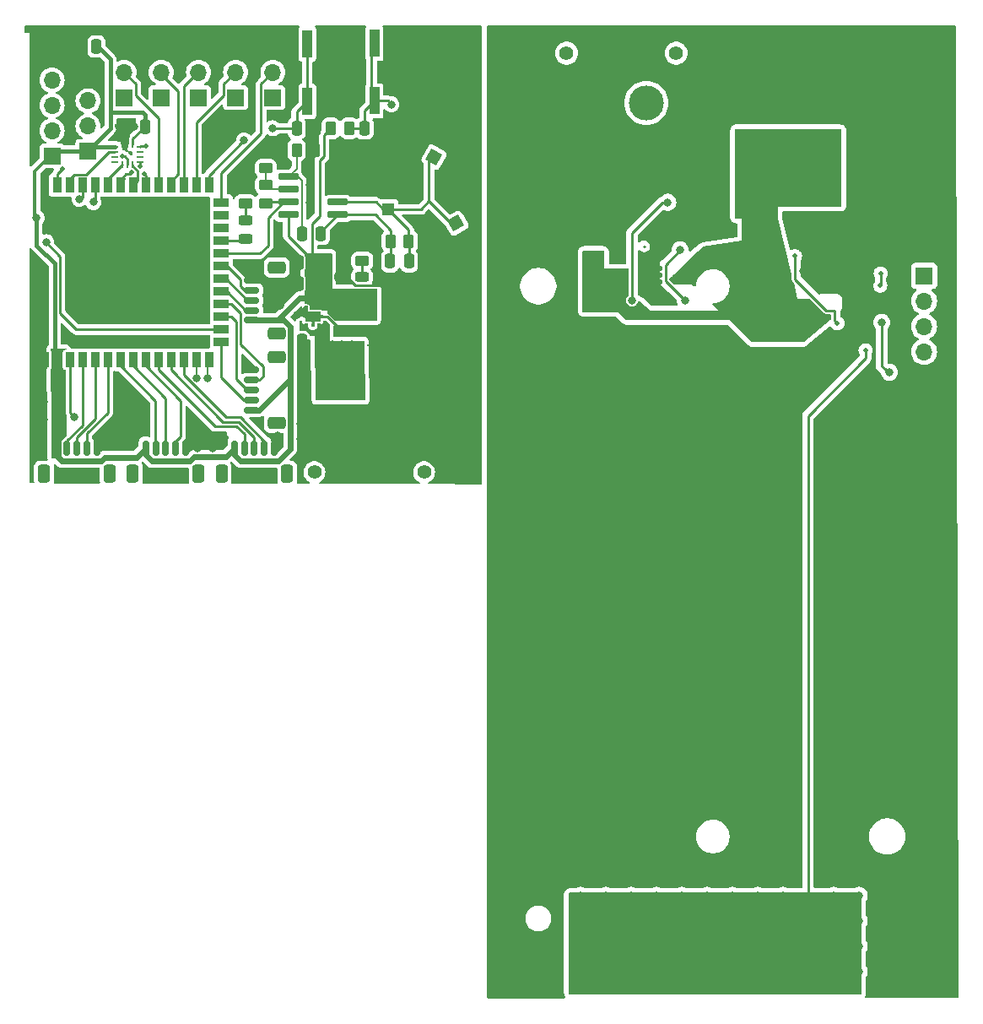
<source format=gbr>
%TF.GenerationSoftware,KiCad,Pcbnew,8.0.3*%
%TF.CreationDate,2024-07-13T14:18:46-04:00*%
%TF.ProjectId,get-a-grip-on-reality,6765742d-612d-4677-9269-702d6f6e2d72,rev?*%
%TF.SameCoordinates,Original*%
%TF.FileFunction,Copper,L1,Top*%
%TF.FilePolarity,Positive*%
%FSLAX46Y46*%
G04 Gerber Fmt 4.6, Leading zero omitted, Abs format (unit mm)*
G04 Created by KiCad (PCBNEW 8.0.3) date 2024-07-13 14:18:46*
%MOMM*%
%LPD*%
G01*
G04 APERTURE LIST*
G04 Aperture macros list*
%AMRoundRect*
0 Rectangle with rounded corners*
0 $1 Rounding radius*
0 $2 $3 $4 $5 $6 $7 $8 $9 X,Y pos of 4 corners*
0 Add a 4 corners polygon primitive as box body*
4,1,4,$2,$3,$4,$5,$6,$7,$8,$9,$2,$3,0*
0 Add four circle primitives for the rounded corners*
1,1,$1+$1,$2,$3*
1,1,$1+$1,$4,$5*
1,1,$1+$1,$6,$7*
1,1,$1+$1,$8,$9*
0 Add four rect primitives between the rounded corners*
20,1,$1+$1,$2,$3,$4,$5,0*
20,1,$1+$1,$4,$5,$6,$7,0*
20,1,$1+$1,$6,$7,$8,$9,0*
20,1,$1+$1,$8,$9,$2,$3,0*%
%AMRotRect*
0 Rectangle, with rotation*
0 The origin of the aperture is its center*
0 $1 length*
0 $2 width*
0 $3 Rotation angle, in degrees counterclockwise*
0 Add horizontal line*
21,1,$1,$2,0,0,$3*%
G04 Aperture macros list end*
%TA.AperFunction,ComponentPad*%
%ADD10C,1.258000*%
%TD*%
%TA.AperFunction,ComponentPad*%
%ADD11RotRect,1.258000X1.258000X210.000000*%
%TD*%
%TA.AperFunction,SMDPad,CuDef*%
%ADD12RoundRect,0.250000X0.250000X0.475000X-0.250000X0.475000X-0.250000X-0.475000X0.250000X-0.475000X0*%
%TD*%
%TA.AperFunction,ComponentPad*%
%ADD13R,1.700000X1.700000*%
%TD*%
%TA.AperFunction,ComponentPad*%
%ADD14O,1.700000X1.700000*%
%TD*%
%TA.AperFunction,SMDPad,CuDef*%
%ADD15RoundRect,0.150000X-0.625000X0.150000X-0.625000X-0.150000X0.625000X-0.150000X0.625000X0.150000X0*%
%TD*%
%TA.AperFunction,SMDPad,CuDef*%
%ADD16RoundRect,0.250000X-0.650000X0.350000X-0.650000X-0.350000X0.650000X-0.350000X0.650000X0.350000X0*%
%TD*%
%TA.AperFunction,SMDPad,CuDef*%
%ADD17RoundRect,0.250000X-0.450000X0.262500X-0.450000X-0.262500X0.450000X-0.262500X0.450000X0.262500X0*%
%TD*%
%TA.AperFunction,SMDPad,CuDef*%
%ADD18RoundRect,0.093750X-0.106250X0.093750X-0.106250X-0.093750X0.106250X-0.093750X0.106250X0.093750X0*%
%TD*%
%TA.AperFunction,HeatsinkPad*%
%ADD19R,1.600000X1.000000*%
%TD*%
%TA.AperFunction,SMDPad,CuDef*%
%ADD20RoundRect,0.243750X-0.456250X0.243750X-0.456250X-0.243750X0.456250X-0.243750X0.456250X0.243750X0*%
%TD*%
%TA.AperFunction,SMDPad,CuDef*%
%ADD21RoundRect,0.250000X-0.250000X-0.475000X0.250000X-0.475000X0.250000X0.475000X-0.250000X0.475000X0*%
%TD*%
%TA.AperFunction,ComponentPad*%
%ADD22C,1.400000*%
%TD*%
%TA.AperFunction,ComponentPad*%
%ADD23R,3.500000X3.500000*%
%TD*%
%TA.AperFunction,ComponentPad*%
%ADD24C,3.500000*%
%TD*%
%TA.AperFunction,SMDPad,CuDef*%
%ADD25RoundRect,0.250000X-0.262500X-0.450000X0.262500X-0.450000X0.262500X0.450000X-0.262500X0.450000X0*%
%TD*%
%TA.AperFunction,SMDPad,CuDef*%
%ADD26RoundRect,0.062500X-0.117500X-0.062500X0.117500X-0.062500X0.117500X0.062500X-0.117500X0.062500X0*%
%TD*%
%TA.AperFunction,SMDPad,CuDef*%
%ADD27RoundRect,0.150000X0.150000X0.625000X-0.150000X0.625000X-0.150000X-0.625000X0.150000X-0.625000X0*%
%TD*%
%TA.AperFunction,SMDPad,CuDef*%
%ADD28RoundRect,0.250000X0.350000X0.650000X-0.350000X0.650000X-0.350000X-0.650000X0.350000X-0.650000X0*%
%TD*%
%TA.AperFunction,SMDPad,CuDef*%
%ADD29R,0.675000X0.250000*%
%TD*%
%TA.AperFunction,SMDPad,CuDef*%
%ADD30R,0.250000X0.675000*%
%TD*%
%TA.AperFunction,SMDPad,CuDef*%
%ADD31R,6.350000X7.340000*%
%TD*%
%TA.AperFunction,SMDPad,CuDef*%
%ADD32RoundRect,0.250000X0.475000X-0.250000X0.475000X0.250000X-0.475000X0.250000X-0.475000X-0.250000X0*%
%TD*%
%TA.AperFunction,SMDPad,CuDef*%
%ADD33R,0.900000X1.500000*%
%TD*%
%TA.AperFunction,SMDPad,CuDef*%
%ADD34R,1.500000X0.900000*%
%TD*%
%TA.AperFunction,SMDPad,CuDef*%
%ADD35R,3.900000X3.900000*%
%TD*%
%TA.AperFunction,ComponentPad*%
%ADD36RotRect,1.258000X1.258000X330.000000*%
%TD*%
%TA.AperFunction,SMDPad,CuDef*%
%ADD37R,1.000000X2.750000*%
%TD*%
%TA.AperFunction,SMDPad,CuDef*%
%ADD38RoundRect,0.250000X0.450000X-0.262500X0.450000X0.262500X-0.450000X0.262500X-0.450000X-0.262500X0*%
%TD*%
%TA.AperFunction,ComponentPad*%
%ADD39R,1.258000X1.258000*%
%TD*%
%TA.AperFunction,SMDPad,CuDef*%
%ADD40RoundRect,0.250000X0.262500X0.450000X-0.262500X0.450000X-0.262500X-0.450000X0.262500X-0.450000X0*%
%TD*%
%TA.AperFunction,SMDPad,CuDef*%
%ADD41RoundRect,0.250000X-0.475000X0.250000X-0.475000X-0.250000X0.475000X-0.250000X0.475000X0.250000X0*%
%TD*%
%TA.AperFunction,SMDPad,CuDef*%
%ADD42RoundRect,0.075000X0.910000X0.225000X-0.910000X0.225000X-0.910000X-0.225000X0.910000X-0.225000X0*%
%TD*%
%TA.AperFunction,ViaPad*%
%ADD43C,0.800000*%
%TD*%
%TA.AperFunction,ViaPad*%
%ADD44C,0.500000*%
%TD*%
%TA.AperFunction,ViaPad*%
%ADD45C,0.600000*%
%TD*%
%TA.AperFunction,Conductor*%
%ADD46C,0.250000*%
%TD*%
%TA.AperFunction,Conductor*%
%ADD47C,0.560000*%
%TD*%
%TA.AperFunction,Conductor*%
%ADD48C,0.400000*%
%TD*%
%TA.AperFunction,Conductor*%
%ADD49C,0.350000*%
%TD*%
%TA.AperFunction,Conductor*%
%ADD50C,0.150000*%
%TD*%
%TA.AperFunction,Conductor*%
%ADD51C,0.200000*%
%TD*%
G04 APERTURE END LIST*
D10*
%TO.P,D5,A*%
%TO.N,GND*%
X81400296Y-53310000D03*
D11*
%TO.P,D5,K*%
%TO.N,/Light Sensor/1IN-*%
X83600000Y-52040000D03*
%TD*%
D12*
%TO.P,C8,1*%
%TO.N,+3.3V*%
X47525000Y-34325000D03*
%TO.P,C8,2*%
%TO.N,GND*%
X45625000Y-34325000D03*
%TD*%
%TO.P,C6,1*%
%TO.N,+3.3V*%
X43875200Y-68066800D03*
%TO.P,C6,2*%
%TO.N,GND*%
X41975200Y-68066800D03*
%TD*%
D13*
%TO.P,J9,1,Pin_1*%
%TO.N,+5V*%
X57759664Y-39446000D03*
D14*
%TO.P,J9,2,Pin_2*%
%TO.N,/MOTOR3*%
X57759664Y-36906000D03*
%TO.P,J9,3,Pin_3*%
%TO.N,GND*%
X57759664Y-34366000D03*
%TD*%
D13*
%TO.P,J11,1,Pin_1*%
%TO.N,+5V*%
X65227000Y-39446000D03*
D14*
%TO.P,J11,2,Pin_2*%
%TO.N,/MOTOR5*%
X65227000Y-36906000D03*
%TO.P,J11,3,Pin_3*%
%TO.N,GND*%
X65227000Y-34366000D03*
%TD*%
D13*
%TO.P,J10,1,Pin_1*%
%TO.N,+5V*%
X61493330Y-39446000D03*
D14*
%TO.P,J10,2,Pin_2*%
%TO.N,/MOTOR4*%
X61493330Y-36906000D03*
%TO.P,J10,3,Pin_3*%
%TO.N,GND*%
X61493330Y-34366000D03*
%TD*%
D15*
%TO.P,J6,1,Pin_1*%
%TO.N,GND*%
X63100000Y-57775000D03*
%TO.P,J6,2,Pin_2*%
%TO.N,/HALL5C*%
X63100000Y-58775000D03*
%TO.P,J6,3,Pin_3*%
%TO.N,/HALL5B*%
X63100000Y-59775000D03*
%TO.P,J6,4,Pin_4*%
%TO.N,/HALL5A*%
X63100000Y-60775000D03*
%TO.P,J6,5,Pin_5*%
%TO.N,+3.3V*%
X63100000Y-61775000D03*
D16*
%TO.P,J6,MP*%
%TO.N,N/C*%
X65625000Y-56475000D03*
X65625000Y-63075000D03*
%TD*%
D17*
%TO.P,R4,1*%
%TO.N,GND*%
X64525000Y-44700000D03*
%TO.P,R4,2*%
%TO.N,/Light Sensor/2IN-*%
X64525000Y-46525000D03*
%TD*%
D18*
%TO.P,U1,1,OUT*%
%TO.N,+3.3V*%
X69875000Y-60512500D03*
%TO.P,U1,2,SNS*%
X69225000Y-60512500D03*
%TO.P,U1,3,GND*%
%TO.N,GND*%
X68575000Y-60512500D03*
%TO.P,U1,4,EN*%
%TO.N,+5V*%
X68575000Y-62287500D03*
%TO.P,U1,5,GND*%
%TO.N,GND*%
X69225000Y-62287500D03*
%TO.P,U1,6,IN*%
%TO.N,+5V*%
X69875000Y-62287500D03*
D19*
%TO.P,U1,7,PAD*%
%TO.N,GND*%
X69225000Y-61400000D03*
%TD*%
D20*
%TO.P,D2,1,K*%
%TO.N,Net-(D2-K)*%
X62475000Y-51750000D03*
%TO.P,D2,2,A*%
%TO.N,Net-(D2-A)*%
X62475000Y-53625000D03*
%TD*%
D12*
%TO.P,C5,1*%
%TO.N,+3.3V*%
X69747400Y-55992200D03*
%TO.P,C5,2*%
%TO.N,GND*%
X67847400Y-55992200D03*
%TD*%
D21*
%TO.P,C3,1*%
%TO.N,Net-(U2-GPIO0{slash}BOOT)*%
X67617800Y-42525000D03*
%TO.P,C3,2*%
%TO.N,GND*%
X69517800Y-42525000D03*
%TD*%
D12*
%TO.P,C11,1*%
%TO.N,+3.3V*%
X52375000Y-42325000D03*
%TO.P,C11,2*%
%TO.N,GND*%
X50475000Y-42325000D03*
%TD*%
%TO.P,C13,1*%
%TO.N,Net-(U5-1OUT)*%
X70025000Y-53125000D03*
%TO.P,C13,2*%
%TO.N,/Light Sensor/2IN+*%
X68125000Y-53125000D03*
%TD*%
%TO.P,C1,1*%
%TO.N,+5V*%
X70050000Y-63825000D03*
%TO.P,C1,2*%
%TO.N,GND*%
X68150000Y-63825000D03*
%TD*%
D22*
%TO.P,J15,*%
%TO.N,*%
X94700600Y-34988200D03*
X105700600Y-34988200D03*
D23*
%TO.P,J15,1,Pin_1*%
%TO.N,GND*%
X97700600Y-39988200D03*
D24*
%TO.P,J15,2,Pin_2*%
%TO.N,+5V*%
X102700600Y-39988200D03*
%TD*%
D25*
%TO.P,R1,1*%
%TO.N,+3.3V*%
X71058900Y-42525000D03*
%TO.P,R1,2*%
%TO.N,Net-(U2-EN)*%
X72883900Y-42525000D03*
%TD*%
D26*
%TO.P,D1,1,A1*%
%TO.N,GND*%
X71845000Y-55891200D03*
%TO.P,D1,2,A2*%
%TO.N,+3.3V*%
X71005000Y-55891200D03*
%TD*%
D15*
%TO.P,J5,1,Pin_1*%
%TO.N,GND*%
X63097400Y-66781200D03*
%TO.P,J5,2,Pin_2*%
%TO.N,/HALL4C*%
X63097400Y-67781200D03*
%TO.P,J5,3,Pin_3*%
%TO.N,/HALL4B*%
X63097400Y-68781200D03*
%TO.P,J5,4,Pin_4*%
%TO.N,/HALL4A*%
X63097400Y-69781200D03*
%TO.P,J5,5,Pin_5*%
%TO.N,+3.3V*%
X63097400Y-70781200D03*
D16*
%TO.P,J5,MP*%
%TO.N,N/C*%
X65622400Y-65481200D03*
X65622400Y-72081200D03*
%TD*%
D27*
%TO.P,J3,1,Pin_1*%
%TO.N,GND*%
X56475000Y-74625000D03*
%TO.P,J3,2,Pin_2*%
%TO.N,/HALL2C*%
X55475000Y-74625000D03*
%TO.P,J3,3,Pin_3*%
%TO.N,/HALL2B*%
X54475000Y-74625000D03*
%TO.P,J3,4,Pin_4*%
%TO.N,/HALL2A*%
X53475000Y-74625000D03*
%TO.P,J3,5,Pin_5*%
%TO.N,+3.3V*%
X52475000Y-74625000D03*
D28*
%TO.P,J3,MP*%
%TO.N,N/C*%
X57775000Y-77150000D03*
X51175000Y-77150000D03*
%TD*%
D29*
%TO.P,U4,1,AP_SDO/AP_AD0*%
%TO.N,/IMU/SDO*%
X51881700Y-45875000D03*
%TO.P,U4,2,RESV*%
%TO.N,unconnected-(U4-RESV-Pad2)*%
X51881700Y-45375000D03*
%TO.P,U4,3,RESV*%
%TO.N,unconnected-(U4-RESV-Pad3)*%
X51881700Y-44875000D03*
%TO.P,U4,4,INT1/INT*%
%TO.N,/IMU/INT1*%
X51881700Y-44375000D03*
D30*
%TO.P,U4,5,VDDIO*%
%TO.N,+3.3V*%
X51119200Y-44112500D03*
%TO.P,U4,6,GND*%
%TO.N,GND*%
X50619200Y-44112500D03*
%TO.P,U4,7,GND*%
X50119200Y-44112500D03*
D29*
%TO.P,U4,8,VDD*%
%TO.N,+3.3V*%
X49356700Y-44375000D03*
%TO.P,U4,9,INT2/FSYNC/CLKIN*%
%TO.N,/IMU/INT2*%
X49356700Y-44875000D03*
%TO.P,U4,10,RESV*%
%TO.N,unconnected-(U4-RESV-Pad10)*%
X49356700Y-45375000D03*
%TO.P,U4,11,RESV*%
%TO.N,unconnected-(U4-RESV-Pad11)*%
X49356700Y-45875000D03*
D30*
%TO.P,U4,12,AP_CS*%
%TO.N,/IMU/SCS*%
X50119200Y-46137500D03*
%TO.P,U4,13,AP_SCL/AP_SCLK*%
%TO.N,/IMU/SCLK*%
X50619200Y-46137500D03*
%TO.P,U4,14,AP_SDA/AP_SDIO/AP_SDI*%
%TO.N,/IMU/SDI*%
X51119200Y-46137500D03*
%TD*%
D31*
%TO.P,BT1,N1*%
%TO.N,/Power/CELL_1*%
X118925000Y-125286200D03*
%TO.P,BT1,N2*%
%TO.N,GND*%
X99815000Y-46626200D03*
%TO.P,BT1,P1*%
%TO.N,+BATT*%
X118925000Y-46626200D03*
%TO.P,BT1,P2*%
%TO.N,/Power/CELL_1*%
X99815000Y-125286200D03*
%TD*%
D32*
%TO.P,C9,1*%
%TO.N,+3.3V*%
X72135000Y-59320200D03*
%TO.P,C9,2*%
%TO.N,GND*%
X72135000Y-57420200D03*
%TD*%
D21*
%TO.P,C2,1*%
%TO.N,Net-(U2-EN)*%
X74425000Y-42525000D03*
%TO.P,C2,2*%
%TO.N,GND*%
X76325000Y-42525000D03*
%TD*%
D33*
%TO.P,U2,1,GND*%
%TO.N,GND*%
X42304000Y-65741000D03*
%TO.P,U2,2,3V3*%
%TO.N,+3.3V*%
X43574000Y-65741000D03*
%TO.P,U2,3,EN*%
%TO.N,Net-(U2-EN)*%
X44844000Y-65741000D03*
%TO.P,U2,4,GPIO4_HALL1A*%
%TO.N,/HALL1A*%
X46114000Y-65741000D03*
%TO.P,U2,5,GPIO5_HALL1B*%
%TO.N,/HALL1B*%
X47384000Y-65741000D03*
%TO.P,U2,6,GPIO6_HALL1C*%
%TO.N,/HALL1C*%
X48654000Y-65741000D03*
%TO.P,U2,7,GPIO7_HALL2A*%
%TO.N,/HALL2A*%
X49924000Y-65741000D03*
%TO.P,U2,8,GPIO15_HALL2B*%
%TO.N,/HALL2B*%
X51194000Y-65741000D03*
%TO.P,U2,9,GPIO16_HALL2C*%
%TO.N,/HALL2C*%
X52464000Y-65741000D03*
%TO.P,U2,10,GPIO17_HALL3A*%
%TO.N,/HALL3A*%
X53734000Y-65741000D03*
%TO.P,U2,11,GPIO18_HALL3B*%
%TO.N,/HALL3B*%
X55004000Y-65741000D03*
%TO.P,U2,12,GPIO8_HALL3C*%
%TO.N,/HALL3C*%
X56274000Y-65741000D03*
%TO.P,U2,13,GPIO19_USB_D-*%
%TO.N,/MCU/USB_N*%
X57544000Y-65741000D03*
%TO.P,U2,14,GPIO20_USB_D+*%
%TO.N,/MCU/USB_P*%
X58814000Y-65741000D03*
D34*
%TO.P,U2,15,GPIO3_HALL4A*%
%TO.N,/HALL4A*%
X60064000Y-63976000D03*
%TO.P,U2,16,GPIO46*%
%TO.N,Net-(J13-Pin_4)*%
X60064000Y-62706000D03*
%TO.P,U2,17,GPIO9_HALL4B*%
%TO.N,/HALL4B*%
X60064000Y-61436000D03*
%TO.P,U2,18,GPIO10_HALL4C*%
%TO.N,/HALL4C*%
X60064000Y-60166000D03*
%TO.P,U2,19,GPIO11_HALL5A*%
%TO.N,/HALL5A*%
X60064000Y-58896000D03*
%TO.P,U2,20,GPIO12_HALL5B*%
%TO.N,/HALL5B*%
X60064000Y-57626000D03*
%TO.P,U2,21,GPIO13_HALL5C*%
%TO.N,/HALL5C*%
X60064000Y-56356000D03*
%TO.P,U2,22,GPIO14_LIGHT_IN*%
%TO.N,/Light Sensor/2OUT*%
X60064000Y-55086000D03*
%TO.P,U2,23,GPIO21*%
%TO.N,Net-(D2-A)*%
X60064000Y-53816000D03*
%TO.P,U2,24,GPIO47/SPICLK_P/SUBSPICLK_P_DIFF*%
%TO.N,unconnected-(U2-GPIO47{slash}SPICLK_P{slash}SUBSPICLK_P_DIFF-Pad24)*%
X60064000Y-52546000D03*
%TO.P,U2,25,GPIO48/SPICLK_N/SUBSPICLK_N_DIFF*%
%TO.N,unconnected-(U2-GPIO48{slash}SPICLK_N{slash}SUBSPICLK_N_DIFF-Pad25)*%
X60064000Y-51276000D03*
%TO.P,U2,26,GPIO45_MOTOR5*%
%TO.N,/MOTOR5*%
X60064000Y-50006000D03*
D33*
%TO.P,U2,27,GPIO0/BOOT*%
%TO.N,Net-(U2-GPIO0{slash}BOOT)*%
X58814000Y-48241000D03*
%TO.P,U2,28,GPIO35_MOTOR4*%
%TO.N,/MOTOR4*%
X57544000Y-48241000D03*
%TO.P,U2,29,GPIO36_MOTOR3*%
%TO.N,/MOTOR3*%
X56274000Y-48241000D03*
%TO.P,U2,30,GPIO37_MOTOR2*%
%TO.N,/MOTOR2*%
X55004000Y-48241000D03*
%TO.P,U2,31,GPIO38_MOTOR1*%
%TO.N,/MOTOR1*%
X53734000Y-48241000D03*
%TO.P,U2,32,GPIO39_MTCK*%
%TO.N,/IMU/SCLK*%
X52464000Y-48241000D03*
%TO.P,U2,33,GPIO40_MTDO*%
%TO.N,/IMU/SDI*%
X51194000Y-48241000D03*
%TO.P,U2,34,GPIO41_MTDI*%
%TO.N,/IMU/SDO*%
X49924000Y-48241000D03*
%TO.P,U2,35,GPIO42_MTMS*%
%TO.N,/IMU/SCS*%
X48654000Y-48241000D03*
%TO.P,U2,36,U0RXD/GPIO44/CLK_OUT2*%
%TO.N,Net-(J13-Pin_3)*%
X47384000Y-48241000D03*
%TO.P,U2,37,U0TXD/GPIO43/CLK_OUT1*%
%TO.N,Net-(J13-Pin_2)*%
X46114000Y-48241000D03*
%TO.P,U2,38,GPIO2/TOUCH2/ADC1_CH1*%
%TO.N,/IMU/INT2*%
X44844000Y-48241000D03*
%TO.P,U2,39,GPIO1/TOUCH1/ADC1_CH0*%
%TO.N,/IMU/INT1*%
X43574000Y-48241000D03*
%TO.P,U2,40,GND*%
%TO.N,GND*%
X42304000Y-48241000D03*
D35*
%TO.P,U2,41,GND*%
X50024000Y-58491000D03*
%TD*%
D10*
%TO.P,D6,A*%
%TO.N,GND*%
X83600000Y-46675000D03*
D36*
%TO.P,D6,K*%
%TO.N,/Light Sensor/1IN-*%
X81400296Y-45405000D03*
%TD*%
D20*
%TO.P,D3,1,K*%
%TO.N,Net-(D3-K)*%
X74175000Y-57450000D03*
%TO.P,D3,2,A*%
%TO.N,+3.3V*%
X74175000Y-59325000D03*
%TD*%
D37*
%TO.P,RESET1,1,1*%
%TO.N,GND*%
X79425000Y-34015000D03*
X79425000Y-39775000D03*
%TO.P,RESET1,2,2*%
%TO.N,Net-(U2-EN)*%
X75425000Y-34015000D03*
X75425000Y-39775000D03*
%TD*%
D12*
%TO.P,C4,1*%
%TO.N,+3.3V*%
X69747400Y-58075000D03*
%TO.P,C4,2*%
%TO.N,GND*%
X67847400Y-58075000D03*
%TD*%
D13*
%TO.P,J8,1,Pin_1*%
%TO.N,+5V*%
X54025998Y-39446000D03*
D14*
%TO.P,J8,2,Pin_2*%
%TO.N,/MOTOR2*%
X54025998Y-36906000D03*
%TO.P,J8,3,Pin_3*%
%TO.N,GND*%
X54025998Y-34366000D03*
%TD*%
D13*
%TO.P,J1,1,Pin_1*%
%TO.N,+3.3V*%
X46675000Y-44845000D03*
D14*
%TO.P,J1,2,Pin_2*%
%TO.N,/IMU/SDO*%
X46675000Y-42305000D03*
%TO.P,J1,3,Pin_3*%
%TO.N,/IMU/SCLK*%
X46675000Y-39765000D03*
%TO.P,J1,4,Pin_4*%
%TO.N,GND*%
X46675000Y-37225000D03*
%TD*%
D13*
%TO.P,J13,1,Pin_1*%
%TO.N,+3.3V*%
X43075000Y-45295000D03*
D14*
%TO.P,J13,2,Pin_2*%
%TO.N,Net-(J13-Pin_2)*%
X43075000Y-42755000D03*
%TO.P,J13,3,Pin_3*%
%TO.N,Net-(J13-Pin_3)*%
X43075000Y-40215000D03*
%TO.P,J13,4,Pin_4*%
%TO.N,Net-(J13-Pin_4)*%
X43075000Y-37675000D03*
%TO.P,J13,5,Pin_5*%
%TO.N,GND*%
X43075000Y-35135000D03*
%TD*%
D27*
%TO.P,J2,1,Pin_1*%
%TO.N,GND*%
X47575000Y-74630000D03*
%TO.P,J2,2,Pin_2*%
%TO.N,/HALL1C*%
X46575000Y-74630000D03*
%TO.P,J2,3,Pin_3*%
%TO.N,/HALL1B*%
X45575000Y-74630000D03*
%TO.P,J2,4,Pin_4*%
%TO.N,/HALL1A*%
X44575000Y-74630000D03*
%TO.P,J2,5,Pin_5*%
%TO.N,+3.3V*%
X43575000Y-74630000D03*
D28*
%TO.P,J2,MP*%
%TO.N,N/C*%
X48875000Y-77155000D03*
X42275000Y-77155000D03*
%TD*%
D26*
%TO.P,D8,1,A1*%
%TO.N,GND*%
X74830800Y-64325000D03*
%TO.P,D8,2,A2*%
%TO.N,+5V*%
X73990800Y-64325000D03*
%TD*%
D13*
%TO.P,J7,1,Pin_1*%
%TO.N,+5V*%
X50292332Y-39446000D03*
D14*
%TO.P,J7,2,Pin_2*%
%TO.N,/MOTOR1*%
X50292332Y-36906000D03*
%TO.P,J7,3,Pin_3*%
%TO.N,GND*%
X50292332Y-34366000D03*
%TD*%
D38*
%TO.P,R5,1*%
%TO.N,/Light Sensor/2OUT*%
X64525000Y-50037500D03*
%TO.P,R5,2*%
%TO.N,/Light Sensor/2IN-*%
X64525000Y-48212500D03*
%TD*%
%TO.P,R2,1*%
%TO.N,Net-(D2-K)*%
X62475000Y-50071300D03*
%TO.P,R2,2*%
%TO.N,GND*%
X62475000Y-48246300D03*
%TD*%
D10*
%TO.P,D4,A*%
%TO.N,GND*%
X76775000Y-48092500D03*
D39*
%TO.P,D4,K*%
%TO.N,/Light Sensor/1IN-*%
X76775000Y-50632500D03*
%TD*%
D40*
%TO.P,R6,1*%
%TO.N,/Light Sensor/1IN-*%
X78862500Y-53850000D03*
%TO.P,R6,2*%
%TO.N,Net-(U5-1OUT)*%
X77037500Y-53850000D03*
%TD*%
D27*
%TO.P,J4,1,Pin_1*%
%TO.N,GND*%
X65375000Y-74625000D03*
%TO.P,J4,2,Pin_2*%
%TO.N,/HALL3C*%
X64375000Y-74625000D03*
%TO.P,J4,3,Pin_3*%
%TO.N,/HALL3B*%
X63375000Y-74625000D03*
%TO.P,J4,4,Pin_4*%
%TO.N,/HALL3A*%
X62375000Y-74625000D03*
%TO.P,J4,5,Pin_5*%
%TO.N,+3.3V*%
X61375000Y-74625000D03*
D28*
%TO.P,J4,MP*%
%TO.N,N/C*%
X66675000Y-77150000D03*
X60075000Y-77150000D03*
%TD*%
D37*
%TO.P,BOOT1,1,1*%
%TO.N,Net-(U2-GPIO0{slash}BOOT)*%
X68681800Y-39796400D03*
X68681800Y-34036400D03*
%TO.P,BOOT1,2,2*%
%TO.N,GND*%
X72681800Y-39796400D03*
X72681800Y-34036400D03*
%TD*%
D41*
%TO.P,C10,1*%
%TO.N,+3.3V*%
X72130000Y-60961000D03*
%TO.P,C10,2*%
%TO.N,GND*%
X72130000Y-62861000D03*
%TD*%
D12*
%TO.P,C12,1*%
%TO.N,/Light Sensor/1IN-*%
X78900000Y-55850000D03*
%TO.P,C12,2*%
%TO.N,Net-(U5-1OUT)*%
X77000000Y-55850000D03*
%TD*%
D42*
%TO.P,U5,1,1OUT*%
%TO.N,Net-(U5-1OUT)*%
X71720000Y-51205000D03*
%TO.P,U5,2,1IN-*%
%TO.N,/Light Sensor/1IN-*%
X71720000Y-49935000D03*
%TO.P,U5,3,1IN+*%
%TO.N,GND*%
X71720000Y-48665000D03*
%TO.P,U5,4,GND*%
X71720000Y-47395000D03*
%TO.P,U5,5,2IN+*%
%TO.N,/Light Sensor/2IN+*%
X66780000Y-47395000D03*
%TO.P,U5,6,2IN-*%
%TO.N,/Light Sensor/2IN-*%
X66780000Y-48665000D03*
%TO.P,U5,7,2OUT*%
%TO.N,/Light Sensor/2OUT*%
X66780000Y-49935000D03*
%TO.P,U5,8,VDD+*%
%TO.N,+3.3V*%
X66780000Y-51205000D03*
%TD*%
D40*
%TO.P,R7,1*%
%TO.N,GND*%
X69437500Y-44725000D03*
%TO.P,R7,2*%
%TO.N,/Light Sensor/2IN+*%
X67612500Y-44725000D03*
%TD*%
D38*
%TO.P,R3,1*%
%TO.N,Net-(D3-K)*%
X74200400Y-55817900D03*
%TO.P,R3,2*%
%TO.N,GND*%
X74200400Y-53992900D03*
%TD*%
D22*
%TO.P,J12,*%
%TO.N,*%
X69400000Y-77025000D03*
X80400000Y-77025000D03*
D23*
%TO.P,J12,1,Pin_1*%
%TO.N,GND*%
X77400000Y-67025000D03*
D24*
%TO.P,J12,2,Pin_2*%
%TO.N,+5V*%
X72400000Y-67025000D03*
%TD*%
D13*
%TO.P,J14,1,Pin_1*%
%TO.N,Net-(J14-Pin_1)*%
X130579174Y-57321100D03*
D14*
%TO.P,J14,2,Pin_2*%
%TO.N,Net-(J14-Pin_2)*%
X130579174Y-59861100D03*
%TO.P,J14,3,Pin_3*%
%TO.N,Net-(J14-Pin_3)*%
X130579174Y-62401100D03*
%TO.P,J14,4,Pin_4*%
%TO.N,Net-(J14-Pin_4)*%
X130579174Y-64941100D03*
%TO.P,J14,5,Pin_5*%
%TO.N,GND*%
X130579174Y-67481100D03*
%TD*%
D43*
%TO.N,GND*%
X98529000Y-78753200D03*
X90909000Y-104153200D03*
X113769000Y-111773200D03*
D44*
X75789000Y-70525000D03*
D43*
X88369000Y-106693200D03*
X93449000Y-50813200D03*
X98529000Y-96533200D03*
X111229000Y-83833200D03*
D44*
X51789000Y-51325000D03*
X78989000Y-43325000D03*
X48589000Y-64125000D03*
X82189000Y-65725000D03*
X78989000Y-70525000D03*
X77389000Y-75325000D03*
D43*
X68900000Y-49950000D03*
X126469000Y-104153200D03*
D44*
X54989000Y-60925000D03*
D43*
X103609000Y-99073200D03*
X106149000Y-78753200D03*
D44*
X70989000Y-36925000D03*
D43*
X113769000Y-35573200D03*
X50710000Y-59820000D03*
X116309000Y-83833200D03*
X103609000Y-78753200D03*
X131549000Y-78753200D03*
X126469000Y-86373200D03*
D44*
X77389000Y-44925000D03*
D43*
X51420000Y-58970000D03*
X88369000Y-119393200D03*
X121389000Y-111773200D03*
X106149000Y-111773200D03*
X98529000Y-111773200D03*
X101069000Y-35573200D03*
D44*
X56589000Y-52925000D03*
X48589000Y-54525000D03*
D43*
X126469000Y-71133200D03*
X121389000Y-76213200D03*
X65925000Y-60325000D03*
X126469000Y-78753200D03*
D44*
X83789000Y-36925000D03*
D43*
X95989000Y-91453200D03*
X93449000Y-119393200D03*
X111229000Y-38113200D03*
X88369000Y-76213200D03*
X129009000Y-101613200D03*
X103609000Y-93993200D03*
X90909000Y-86373200D03*
X131549000Y-121933200D03*
D44*
X80589000Y-56125000D03*
X53389000Y-52925000D03*
D43*
X131549000Y-53353200D03*
X101069000Y-101613200D03*
X109200000Y-47950000D03*
X88369000Y-114313200D03*
X108689000Y-43193200D03*
X88369000Y-43193200D03*
D44*
X82189000Y-59325000D03*
D43*
X90909000Y-66053200D03*
X129009000Y-71133200D03*
X106149000Y-68593200D03*
D44*
X82189000Y-75325000D03*
D43*
X116309000Y-104153200D03*
D44*
X70989000Y-72125000D03*
X75789000Y-46525000D03*
D43*
X51520000Y-57020000D03*
D44*
X77389000Y-72125000D03*
X54989000Y-59325000D03*
X58189000Y-57725000D03*
D43*
X41925000Y-60525000D03*
X129009000Y-81293200D03*
X48925000Y-74075000D03*
X129009000Y-127013200D03*
X98529000Y-81293200D03*
D44*
X78989000Y-60925000D03*
D43*
X88369000Y-91453200D03*
X121400000Y-55750000D03*
X126469000Y-121933200D03*
D45*
X103175000Y-57284999D03*
D43*
X95989000Y-78753200D03*
X50090000Y-57030000D03*
D44*
X80589000Y-41725000D03*
X69389000Y-73725000D03*
D43*
X90909000Y-111773200D03*
X101069000Y-81293200D03*
X95989000Y-116853200D03*
X88369000Y-48273200D03*
D44*
X78989000Y-76925000D03*
X66189000Y-54525000D03*
X53389000Y-49725000D03*
D43*
X129009000Y-106693200D03*
X108689000Y-104153200D03*
X126469000Y-83833200D03*
X109075000Y-45600000D03*
D44*
X45389000Y-51325000D03*
D43*
X95989000Y-106693200D03*
X95989000Y-101613200D03*
D44*
X83789000Y-40125000D03*
X75789000Y-75325000D03*
D43*
X129009000Y-91453200D03*
X95989000Y-73673200D03*
X88369000Y-73673200D03*
X58725000Y-45050000D03*
X106149000Y-104153200D03*
D44*
X58189000Y-54525000D03*
D43*
X123929000Y-101613200D03*
X129009000Y-38113200D03*
X126469000Y-40653200D03*
X66075000Y-43925000D03*
X98529000Y-83833200D03*
D44*
X56589000Y-60925000D03*
D43*
X129009000Y-124473200D03*
X129009000Y-104153200D03*
X131549000Y-88913200D03*
X108689000Y-66053200D03*
X88369000Y-71133200D03*
D44*
X82189000Y-60925000D03*
D43*
X98529000Y-93993200D03*
X88369000Y-109233200D03*
D44*
X69389000Y-75325000D03*
D43*
X129009000Y-93993200D03*
X126469000Y-91453200D03*
X88369000Y-93993200D03*
X98529000Y-35573200D03*
X93449000Y-76213200D03*
D44*
X83789000Y-38525000D03*
D43*
X116309000Y-68593200D03*
X93449000Y-38113200D03*
X103609000Y-111773200D03*
X95989000Y-99073200D03*
X116309000Y-76213200D03*
X90909000Y-50813200D03*
X103609000Y-76213200D03*
X108689000Y-99073200D03*
D44*
X78989000Y-73725000D03*
D43*
X123929000Y-78753200D03*
X121400000Y-54775000D03*
X111229000Y-91453200D03*
X113769000Y-68593200D03*
X108689000Y-35573200D03*
D44*
X46989000Y-59325000D03*
D43*
X126469000Y-116853200D03*
D44*
X72589000Y-72125000D03*
D43*
X88369000Y-58433200D03*
X116309000Y-109233200D03*
D44*
X70989000Y-70525000D03*
D43*
X88369000Y-63513200D03*
X131549000Y-40653200D03*
D44*
X80589000Y-36925000D03*
D43*
X131549000Y-109233200D03*
X48530000Y-58990000D03*
X123929000Y-81293200D03*
X113769000Y-109233200D03*
X93449000Y-68593200D03*
D44*
X59789000Y-36925000D03*
D43*
X88369000Y-60973200D03*
X131549000Y-91453200D03*
X88369000Y-124473200D03*
X45325000Y-56325000D03*
X113769000Y-99073200D03*
X129009000Y-88913200D03*
X111229000Y-71133200D03*
X90909000Y-71133200D03*
X123929000Y-76213200D03*
X101069000Y-91453200D03*
D44*
X56589000Y-49725000D03*
D43*
X93449000Y-88913200D03*
X103609000Y-106693200D03*
D44*
X78989000Y-44925000D03*
D43*
X90909000Y-106693200D03*
D44*
X56589000Y-56125000D03*
D43*
X116309000Y-106693200D03*
X95989000Y-68593200D03*
X131549000Y-38113200D03*
X93449000Y-99073200D03*
D44*
X56589000Y-64125000D03*
D45*
X104050000Y-56600000D03*
D43*
X121389000Y-71133200D03*
X101069000Y-73673200D03*
X111229000Y-63513200D03*
D44*
X46989000Y-76925000D03*
D43*
X93449000Y-101613200D03*
D44*
X50189000Y-49725000D03*
X50189000Y-51325000D03*
D43*
X49825000Y-42325000D03*
X106149000Y-71133200D03*
X121389000Y-78753200D03*
D44*
X42189000Y-75325000D03*
D43*
X129009000Y-83833200D03*
X118849000Y-68593200D03*
X95989000Y-93993200D03*
X121389000Y-91453200D03*
X116309000Y-35573200D03*
D44*
X75789000Y-76925000D03*
D43*
X121389000Y-106693200D03*
X88369000Y-45733200D03*
X123929000Y-109233200D03*
X110300000Y-49675000D03*
D44*
X82189000Y-36925000D03*
D43*
X108689000Y-109233200D03*
D44*
X82189000Y-48125000D03*
D43*
X101069000Y-71133200D03*
D44*
X78989000Y-64125000D03*
D43*
X98529000Y-88913200D03*
X88369000Y-68593200D03*
X111229000Y-116853200D03*
X95989000Y-88913200D03*
D44*
X72589000Y-36925000D03*
D43*
X103609000Y-81293200D03*
D44*
X75789000Y-73725000D03*
D43*
X106149000Y-91453200D03*
X90909000Y-88913200D03*
X123929000Y-106693200D03*
X113769000Y-66053200D03*
D44*
X80589000Y-38525000D03*
X83789000Y-56125000D03*
D43*
X116309000Y-86373200D03*
X98529000Y-73673200D03*
X51275000Y-42325000D03*
D44*
X83789000Y-62525000D03*
D43*
X90909000Y-68593200D03*
X126469000Y-119393200D03*
X93449000Y-73673200D03*
X93449000Y-106693200D03*
X121389000Y-109233200D03*
D44*
X82189000Y-73725000D03*
X80589000Y-62525000D03*
D43*
X90909000Y-73673200D03*
X101069000Y-68593200D03*
D44*
X43789000Y-76925000D03*
D43*
X126469000Y-88913200D03*
D44*
X83789000Y-54525000D03*
D43*
X93449000Y-63513200D03*
X93449000Y-60973200D03*
X95989000Y-104153200D03*
X123929000Y-35573200D03*
D44*
X83789000Y-72125000D03*
D43*
X68700000Y-46550000D03*
D44*
X62989000Y-56125000D03*
D43*
X101069000Y-78753200D03*
X121389000Y-99073200D03*
X95989000Y-66053200D03*
X116309000Y-91453200D03*
X93449000Y-114313200D03*
X90909000Y-40653200D03*
X131549000Y-99073200D03*
D44*
X77389000Y-46525000D03*
X83789000Y-48125000D03*
D43*
X101069000Y-88913200D03*
D44*
X85389000Y-36925000D03*
D43*
X131549000Y-35573200D03*
X121389000Y-104153200D03*
D44*
X56589000Y-51325000D03*
D45*
X103175000Y-57959999D03*
D44*
X78989000Y-49725000D03*
X74189000Y-33725000D03*
X53389000Y-60925000D03*
D43*
X131549000Y-86373200D03*
X129009000Y-96533200D03*
D44*
X80589000Y-70525000D03*
X75789000Y-62525000D03*
D43*
X123929000Y-111773200D03*
X93449000Y-55893200D03*
X129009000Y-119393200D03*
D44*
X56589000Y-54525000D03*
D43*
X88369000Y-99073200D03*
X90909000Y-124473200D03*
D44*
X67789000Y-36925000D03*
X80589000Y-64125000D03*
X77389000Y-35325000D03*
D43*
X88369000Y-88913200D03*
D44*
X74189000Y-36925000D03*
D43*
X121389000Y-81293200D03*
D44*
X75789000Y-54525000D03*
D43*
X106149000Y-88913200D03*
X116309000Y-111773200D03*
X90909000Y-116853200D03*
X129009000Y-116853200D03*
X106149000Y-116853200D03*
D44*
X59789000Y-35325000D03*
D43*
X90909000Y-127013200D03*
X113769000Y-106693200D03*
X116309000Y-73673200D03*
X95989000Y-71133200D03*
D44*
X82189000Y-56125000D03*
X82189000Y-64125000D03*
D45*
X102225002Y-56609999D03*
D43*
X101069000Y-96533200D03*
X101069000Y-104153200D03*
X103609000Y-109233200D03*
X108400000Y-49575000D03*
D44*
X83789000Y-59325000D03*
D43*
X103609000Y-73673200D03*
X90909000Y-91453200D03*
D44*
X82189000Y-35325000D03*
X83789000Y-35325000D03*
X74189000Y-35325000D03*
X77389000Y-33725000D03*
X78989000Y-72125000D03*
X80589000Y-35325000D03*
D43*
X106149000Y-93993200D03*
X108689000Y-116853200D03*
X129009000Y-53353200D03*
X126469000Y-35573200D03*
X116309000Y-114313200D03*
X66175000Y-58325000D03*
D44*
X53389000Y-54525000D03*
D43*
X108689000Y-101613200D03*
D44*
X46989000Y-54525000D03*
X78989000Y-46525000D03*
D43*
X95989000Y-114313200D03*
X111229000Y-96533200D03*
X126469000Y-93993200D03*
D44*
X77389000Y-70525000D03*
X83789000Y-73725000D03*
X70989000Y-75325000D03*
X82189000Y-57725000D03*
D43*
X90909000Y-43193200D03*
X113769000Y-81293200D03*
X126469000Y-109233200D03*
X131549000Y-45733200D03*
X109625000Y-50875000D03*
X88369000Y-50813200D03*
X95989000Y-76213200D03*
D44*
X80589000Y-75325000D03*
D43*
X93449000Y-86373200D03*
D44*
X78989000Y-62525000D03*
D43*
X88369000Y-55893200D03*
X90909000Y-38113200D03*
D44*
X70989000Y-73725000D03*
X58189000Y-59325000D03*
X72589000Y-76925000D03*
D43*
X131549000Y-104153200D03*
X111229000Y-109233200D03*
D44*
X74189000Y-76925000D03*
D43*
X126469000Y-43193200D03*
X123929000Y-99073200D03*
X101069000Y-99073200D03*
D44*
X58189000Y-51325000D03*
D43*
X101069000Y-93993200D03*
X116309000Y-96533200D03*
X123929000Y-38113200D03*
X95989000Y-111773200D03*
X106149000Y-38113200D03*
X108689000Y-83833200D03*
D44*
X83789000Y-65725000D03*
D43*
X131549000Y-48273200D03*
X116309000Y-116853200D03*
D44*
X53389000Y-51325000D03*
D43*
X106149000Y-81293200D03*
D44*
X45389000Y-64125000D03*
D43*
X126469000Y-99073200D03*
X131549000Y-116853200D03*
D44*
X58189000Y-52925000D03*
D43*
X113769000Y-38113200D03*
D44*
X83789000Y-70525000D03*
X77389000Y-62525000D03*
D43*
X111229000Y-99073200D03*
X108689000Y-81293200D03*
X90909000Y-114313200D03*
D45*
X104050000Y-57950000D03*
D44*
X80589000Y-72125000D03*
D43*
X113769000Y-93993200D03*
D44*
X85389000Y-38525000D03*
X45389000Y-52925000D03*
D43*
X131549000Y-83833200D03*
D44*
X59789000Y-33725000D03*
D43*
X57675000Y-74575000D03*
X131549000Y-127013200D03*
X116309000Y-99073200D03*
D44*
X85389000Y-40125000D03*
D43*
X129009000Y-99073200D03*
X129009000Y-40653200D03*
X48630000Y-57040000D03*
X61825000Y-46750000D03*
X93449000Y-104153200D03*
D44*
X80589000Y-57725000D03*
X70989000Y-33725000D03*
D43*
X98529000Y-109233200D03*
D44*
X80589000Y-43325000D03*
X75789000Y-64125000D03*
D43*
X67675000Y-61225000D03*
D44*
X67789000Y-72125000D03*
D43*
X116309000Y-71133200D03*
X68950000Y-48200000D03*
X131549000Y-119393200D03*
X123929000Y-83833200D03*
D44*
X53389000Y-57725000D03*
X54989000Y-64125000D03*
D43*
X129009000Y-76213200D03*
X121389000Y-83833200D03*
D44*
X67789000Y-73725000D03*
D43*
X121389000Y-116853200D03*
D44*
X82189000Y-72125000D03*
X75789000Y-56125000D03*
D43*
X131549000Y-106693200D03*
X110525000Y-47725000D03*
D44*
X50189000Y-64125000D03*
D43*
X93449000Y-116853200D03*
X116309000Y-93993200D03*
X41925000Y-56325000D03*
D44*
X80589000Y-67325000D03*
X51789000Y-54525000D03*
D43*
X131549000Y-50813200D03*
X93449000Y-109233200D03*
D44*
X85389000Y-41725000D03*
D43*
X101069000Y-111773200D03*
D44*
X77389000Y-59325000D03*
D43*
X62500000Y-66125000D03*
X98529000Y-76213200D03*
D44*
X50189000Y-52925000D03*
D43*
X123929000Y-40653200D03*
X129009000Y-50813200D03*
D44*
X85389000Y-33725000D03*
X62989000Y-35325000D03*
D43*
X131549000Y-93993200D03*
X98529000Y-104153200D03*
X98529000Y-91453200D03*
X93449000Y-124473200D03*
D44*
X78989000Y-59325000D03*
X70989000Y-76925000D03*
D43*
X88369000Y-111773200D03*
D44*
X83789000Y-68925000D03*
D43*
X121389000Y-86373200D03*
X93449000Y-48273200D03*
X101069000Y-83833200D03*
D44*
X54989000Y-57725000D03*
D43*
X93449000Y-40653200D03*
X118849000Y-35573200D03*
D44*
X77389000Y-36925000D03*
D43*
X93449000Y-81293200D03*
D44*
X51789000Y-52925000D03*
D43*
X126469000Y-38113200D03*
D44*
X72589000Y-75325000D03*
X54989000Y-52925000D03*
D43*
X108689000Y-68593200D03*
D44*
X54989000Y-54525000D03*
D43*
X113769000Y-76213200D03*
X93449000Y-78753200D03*
X123929000Y-91453200D03*
X98529000Y-86373200D03*
X111229000Y-93993200D03*
X98529000Y-114313200D03*
X118425000Y-56875000D03*
X93449000Y-53353200D03*
X106149000Y-101613200D03*
X101069000Y-106693200D03*
X121389000Y-73673200D03*
X62800000Y-45750000D03*
X68275000Y-68850000D03*
X108689000Y-73673200D03*
D44*
X85389000Y-76925000D03*
D43*
X108689000Y-38113200D03*
D44*
X83789000Y-44925000D03*
D43*
X113769000Y-86373200D03*
D44*
X53389000Y-56125000D03*
D43*
X98529000Y-101613200D03*
X108689000Y-86373200D03*
X90909000Y-53353200D03*
X88369000Y-127013200D03*
X123929000Y-104153200D03*
X88369000Y-38113200D03*
D44*
X83789000Y-60925000D03*
D43*
X103609000Y-68593200D03*
X90909000Y-109233200D03*
X95989000Y-53353200D03*
D44*
X59789000Y-43325000D03*
D43*
X111229000Y-73673200D03*
X95989000Y-96533200D03*
X126469000Y-73673200D03*
D44*
X53389000Y-59325000D03*
D43*
X88369000Y-35573200D03*
X113769000Y-88913200D03*
X113769000Y-96533200D03*
D44*
X80589000Y-33725000D03*
D43*
X95989000Y-109233200D03*
X113769000Y-114313200D03*
D44*
X80589000Y-65725000D03*
D43*
X103609000Y-88913200D03*
X98529000Y-99073200D03*
X106149000Y-99073200D03*
X90909000Y-63513200D03*
X129009000Y-121933200D03*
X88369000Y-83833200D03*
D44*
X46989000Y-64125000D03*
D43*
X45325000Y-60525000D03*
D44*
X82189000Y-67325000D03*
D43*
X126469000Y-124473200D03*
D44*
X46989000Y-52925000D03*
D43*
X106149000Y-114313200D03*
X68300000Y-65550000D03*
D44*
X75789000Y-72125000D03*
X54989000Y-56125000D03*
D43*
X93449000Y-127013200D03*
X111229000Y-101613200D03*
D44*
X46989000Y-57725000D03*
D43*
X93449000Y-93993200D03*
X93449000Y-96533200D03*
X42250000Y-69925000D03*
X108689000Y-96533200D03*
D44*
X82189000Y-43325000D03*
D43*
X98529000Y-106693200D03*
X101069000Y-114313200D03*
D44*
X46989000Y-60925000D03*
D43*
X131549000Y-101613200D03*
D44*
X61389000Y-76925000D03*
D43*
X123929000Y-86373200D03*
X111229000Y-81293200D03*
X111229000Y-106693200D03*
X103609000Y-83833200D03*
X88369000Y-101613200D03*
D44*
X53389000Y-64125000D03*
D43*
X98529000Y-116853200D03*
D44*
X82189000Y-62525000D03*
D43*
X93449000Y-66053200D03*
X116309000Y-101613200D03*
D44*
X72589000Y-70525000D03*
D43*
X103609000Y-91453200D03*
X93449000Y-71133200D03*
X131549000Y-124473200D03*
D44*
X83789000Y-49725000D03*
D43*
X41925000Y-58525000D03*
D44*
X77389000Y-38525000D03*
D43*
X98529000Y-71133200D03*
X126469000Y-76213200D03*
X90909000Y-76213200D03*
D44*
X56589000Y-57725000D03*
D43*
X48975000Y-72675000D03*
X108689000Y-106693200D03*
X121389000Y-114313200D03*
D44*
X82189000Y-68925000D03*
X67789000Y-75325000D03*
X80589000Y-60925000D03*
D43*
X111229000Y-35573200D03*
X108689000Y-93993200D03*
X131549000Y-81293200D03*
X90909000Y-35573200D03*
X106149000Y-83833200D03*
X41925000Y-62925000D03*
D44*
X54989000Y-76925000D03*
D43*
X103609000Y-101613200D03*
X123929000Y-114313200D03*
X123929000Y-73673200D03*
D44*
X82189000Y-33725000D03*
D43*
X111229000Y-66053200D03*
X116309000Y-38113200D03*
X113769000Y-83833200D03*
X121389000Y-35573200D03*
X116309000Y-88913200D03*
D45*
X103175000Y-56609999D03*
D44*
X78989000Y-57725000D03*
X74189000Y-73725000D03*
D43*
X113769000Y-101613200D03*
X106149000Y-109233200D03*
X98529000Y-68593200D03*
X59175000Y-74575000D03*
X50810000Y-57870000D03*
D44*
X51789000Y-35325000D03*
D43*
X113769000Y-71133200D03*
X121389000Y-96533200D03*
D44*
X83789000Y-67325000D03*
X74189000Y-70525000D03*
D43*
X119350000Y-56875000D03*
X126469000Y-106693200D03*
X103609000Y-96533200D03*
X108689000Y-78753200D03*
X90909000Y-119393200D03*
D44*
X42189000Y-73725000D03*
D43*
X121389000Y-38113200D03*
X90909000Y-99073200D03*
D44*
X77389000Y-64125000D03*
D43*
X123929000Y-93993200D03*
X129009000Y-78753200D03*
X121389000Y-88913200D03*
X95989000Y-83833200D03*
X88369000Y-121933200D03*
X68300000Y-67100000D03*
X129009000Y-86373200D03*
X49300000Y-59860000D03*
D44*
X51789000Y-49725000D03*
D43*
X90909000Y-96533200D03*
D44*
X85389000Y-35325000D03*
D43*
X123929000Y-88913200D03*
D44*
X48589000Y-52925000D03*
D43*
X101069000Y-109233200D03*
X111229000Y-78753200D03*
X42250000Y-71725000D03*
X95989000Y-81293200D03*
D44*
X77389000Y-76925000D03*
D43*
X126469000Y-127013200D03*
X51599098Y-70143694D03*
D44*
X70989000Y-35325000D03*
D43*
X108689000Y-71133200D03*
X65675000Y-73325000D03*
D45*
X104050000Y-57275000D03*
D43*
X41550000Y-64200000D03*
X129009000Y-35573200D03*
D44*
X80589000Y-73725000D03*
D43*
X116309000Y-81293200D03*
D44*
X58189000Y-56125000D03*
D43*
X50501147Y-43309440D03*
X101069000Y-76213200D03*
X113769000Y-91453200D03*
D44*
X75789000Y-44925000D03*
D43*
X111229000Y-76213200D03*
X113769000Y-78753200D03*
X131549000Y-111773200D03*
X88369000Y-81293200D03*
D44*
X78989000Y-75325000D03*
X48589000Y-51325000D03*
X69389000Y-72125000D03*
X78989000Y-36925000D03*
D43*
X113769000Y-116853200D03*
X90909000Y-48273200D03*
X108689000Y-91453200D03*
X126469000Y-101613200D03*
D44*
X82189000Y-70525000D03*
D43*
X101069000Y-116853200D03*
X129009000Y-73673200D03*
X103609000Y-116853200D03*
X121389000Y-93993200D03*
D44*
X83789000Y-64125000D03*
D43*
X111229000Y-86373200D03*
X116309000Y-78753200D03*
X49990000Y-58980000D03*
D44*
X83789000Y-57725000D03*
D43*
X103609000Y-86373200D03*
D44*
X54989000Y-51325000D03*
D43*
X93449000Y-83833200D03*
X113769000Y-104153200D03*
X106149000Y-73673200D03*
X93449000Y-91453200D03*
X88369000Y-96533200D03*
X118849000Y-38113200D03*
X111229000Y-68593200D03*
X93449000Y-111773200D03*
X123929000Y-71133200D03*
X131549000Y-96533200D03*
D44*
X51789000Y-64125000D03*
D43*
X106149000Y-106693200D03*
X93449000Y-43193200D03*
X106149000Y-96533200D03*
X90909000Y-60973200D03*
X49400000Y-57910000D03*
X103609000Y-104153200D03*
X111229000Y-88913200D03*
D44*
X77389000Y-60925000D03*
D43*
X108689000Y-76213200D03*
D44*
X45389000Y-38525000D03*
D43*
X88369000Y-78753200D03*
X131549000Y-114313200D03*
D44*
X80589000Y-68925000D03*
X45389000Y-76925000D03*
D43*
X129009000Y-43193200D03*
X90909000Y-78753200D03*
X90909000Y-81293200D03*
D44*
X74189000Y-75325000D03*
D43*
X103609000Y-71133200D03*
X88369000Y-116853200D03*
D44*
X77389000Y-73725000D03*
D43*
X126469000Y-96533200D03*
X88369000Y-53353200D03*
X111229000Y-104153200D03*
X88369000Y-104153200D03*
X101069000Y-86373200D03*
X131549000Y-76213200D03*
X123929000Y-116853200D03*
X126469000Y-81293200D03*
D44*
X82189000Y-38525000D03*
X50189000Y-54525000D03*
D43*
X108689000Y-88913200D03*
X123929000Y-96533200D03*
X93449000Y-45733200D03*
D44*
X45389000Y-54525000D03*
D43*
X69225000Y-61400000D03*
X131549000Y-73673200D03*
D44*
X72589000Y-73725000D03*
D43*
X88369000Y-86373200D03*
X88369000Y-40653200D03*
X106149000Y-86373200D03*
D44*
X74189000Y-72125000D03*
X58189000Y-60925000D03*
D43*
X113769000Y-73673200D03*
X88369000Y-66053200D03*
X121389000Y-101613200D03*
X95989000Y-86373200D03*
X90909000Y-101613200D03*
D44*
X58189000Y-49725000D03*
X54989000Y-49725000D03*
X78989000Y-48125000D03*
X58189000Y-64125000D03*
D43*
X129009000Y-109233200D03*
X90909000Y-45733200D03*
D44*
X83789000Y-33725000D03*
D43*
X103609000Y-114313200D03*
X90909000Y-83833200D03*
D44*
X46989000Y-56125000D03*
D43*
X106149000Y-76213200D03*
X103609000Y-35573200D03*
D44*
X80589000Y-59325000D03*
D43*
X131549000Y-71133200D03*
X131549000Y-43193200D03*
X90909000Y-93993200D03*
D44*
X56589000Y-59325000D03*
D43*
X45325000Y-58525000D03*
%TO.N,Net-(U2-GPIO0{slash}BOOT)*%
X65225000Y-42525000D03*
X62325000Y-43725000D03*
%TO.N,+5V*%
X104863379Y-49937012D03*
X101275000Y-59775000D03*
X71225000Y-64225000D03*
X72175000Y-64225000D03*
X73125000Y-64225000D03*
%TO.N,Net-(U2-EN)*%
X77125000Y-40125000D03*
X45325000Y-71525000D03*
%TO.N,+3.3V*%
X41525000Y-51525000D03*
%TO.N,+BATT*%
X113300600Y-49788200D03*
X112300600Y-50788200D03*
X114300600Y-47788200D03*
X96700600Y-58988200D03*
X114300600Y-48788200D03*
X113300600Y-47788200D03*
X113300600Y-46788200D03*
X113300600Y-48788200D03*
X112300600Y-47788200D03*
X114300600Y-46788200D03*
X112300600Y-46788200D03*
X114810000Y-59710000D03*
X97700600Y-57988200D03*
X113900000Y-61110000D03*
X112300600Y-49788200D03*
X114300600Y-49788200D03*
X109090000Y-55410000D03*
X115390000Y-54720000D03*
X114300600Y-50788200D03*
X117110000Y-61250000D03*
X113300600Y-50788200D03*
X113120000Y-54890000D03*
X105675000Y-57525000D03*
X114590000Y-57390000D03*
X97700600Y-58988200D03*
X112300600Y-48788200D03*
X98700600Y-57988200D03*
X111150000Y-56610000D03*
X96700600Y-57988200D03*
X112040000Y-57590000D03*
D44*
%TO.N,/IMU/SCLK*%
X52325000Y-47125000D03*
X50094202Y-45352873D03*
%TO.N,/IMU/SDO*%
X51925000Y-46325000D03*
X51057538Y-46942464D03*
D43*
%TO.N,Net-(J13-Pin_3)*%
X47225000Y-49925000D03*
%TO.N,Net-(J13-Pin_4)*%
X42475000Y-53950000D03*
%TO.N,Net-(J13-Pin_2)*%
X45825000Y-49625000D03*
%TO.N,/MCU/USB_N*%
X57600000Y-67575000D03*
%TO.N,/MCU/USB_P*%
X58650000Y-67575000D03*
%TO.N,/Power/CELL_1*%
X113904600Y-119448200D03*
X124064600Y-119448200D03*
X106284600Y-121988200D03*
X121524600Y-119448200D03*
X113904600Y-127068200D03*
X106284600Y-127068200D03*
X108824600Y-119448200D03*
X124064600Y-124528200D03*
X98664600Y-119448200D03*
X113904600Y-124528200D03*
X113904600Y-121988200D03*
X111364600Y-119448200D03*
X108824600Y-121988200D03*
X103744600Y-124528200D03*
X103744600Y-119448200D03*
D44*
X124700600Y-64788200D03*
D43*
X106284600Y-124528200D03*
X103744600Y-121988200D03*
X108824600Y-124528200D03*
X106284600Y-119448200D03*
X116444600Y-119448200D03*
X96124600Y-119448200D03*
X103744600Y-127068200D03*
X111364600Y-124528200D03*
X111364600Y-121988200D03*
X111364600Y-127068200D03*
X124064600Y-121988200D03*
X108824600Y-127068200D03*
X124064600Y-127068200D03*
X101204600Y-119448200D03*
D44*
%TO.N,/IMU/INT1*%
X52525000Y-44325000D03*
X44083400Y-46629200D03*
D43*
%TO.N,Net-(U7-VCC)*%
X106109849Y-54719849D03*
X106602454Y-59823409D03*
D44*
%TO.N,Net-(U6-BTST)*%
X121875000Y-62075000D03*
X117625174Y-55339900D03*
%TO.N,Net-(U6-STAT)*%
X126210374Y-57092500D03*
X126184974Y-58311700D03*
D43*
%TO.N,Net-(U6-TS)*%
X127110102Y-66995800D03*
X126310102Y-61995800D03*
%TD*%
D46*
%TO.N,*%
X102475000Y-54350000D02*
X102500000Y-54375000D01*
%TO.N,GND*%
X68575000Y-61300000D02*
X68675000Y-61400000D01*
X69775000Y-61400000D02*
X70669000Y-61400000D01*
X73476412Y-58262500D02*
X76787500Y-58262500D01*
X76787500Y-58262500D02*
X77125000Y-57925000D01*
X68387500Y-60512500D02*
X67675000Y-61225000D01*
X68575000Y-60512500D02*
X68387500Y-60512500D01*
X74830800Y-64325000D02*
X75589000Y-64325000D01*
X72634112Y-57420200D02*
X73476412Y-58262500D01*
X69225000Y-62287500D02*
X69225000Y-61400000D01*
X72135000Y-57420200D02*
X72634112Y-57420200D01*
X70669000Y-61400000D02*
X72130000Y-62861000D01*
X68575000Y-60512500D02*
X68575000Y-61300000D01*
X75589000Y-64325000D02*
X75789000Y-64125000D01*
%TO.N,Net-(U2-GPIO0{slash}BOOT)*%
X67617800Y-40860400D02*
X68681800Y-39796400D01*
X58814000Y-47236000D02*
X62325000Y-43725000D01*
X67617800Y-42525000D02*
X67617800Y-40860400D01*
X65225000Y-42525000D02*
X67617800Y-42525000D01*
X58814000Y-48241000D02*
X58814000Y-47236000D01*
X68681800Y-34036400D02*
X68681800Y-39796400D01*
%TO.N,+5V*%
X101274368Y-59774368D02*
X101274368Y-52988832D01*
X101274368Y-52988832D02*
X104275000Y-49988200D01*
X104900600Y-49988200D02*
X104275000Y-49988200D01*
X101275000Y-59775000D02*
X101274368Y-59774368D01*
%TO.N,Net-(U2-EN)*%
X44844000Y-65741000D02*
X44844000Y-71044000D01*
X74425000Y-42525000D02*
X74425000Y-40775000D01*
X44844000Y-71044000D02*
X45325000Y-71525000D01*
X75425000Y-34015000D02*
X75144000Y-34296000D01*
X76775000Y-39775000D02*
X77125000Y-40125000D01*
X74425000Y-40775000D02*
X75425000Y-39775000D01*
X75144000Y-39494000D02*
X75425000Y-39775000D01*
X75425000Y-39775000D02*
X76775000Y-39775000D01*
X75144000Y-34296000D02*
X75144000Y-39494000D01*
X72883900Y-42525000D02*
X74425000Y-42525000D01*
D47*
%TO.N,+3.3V*%
X66975000Y-67075000D02*
X66975000Y-66150000D01*
X53059888Y-75880000D02*
X56890112Y-75880000D01*
X43575000Y-75404999D02*
X43575000Y-74630000D01*
X67877082Y-59575000D02*
X68675000Y-59575000D01*
D46*
X51119200Y-43580800D02*
X52375000Y-42325000D01*
X51119200Y-44112500D02*
X51119200Y-43580800D01*
X69152450Y-52069786D02*
X69152450Y-55397250D01*
D47*
X60545000Y-75455000D02*
X61375000Y-74625000D01*
X66975000Y-62428122D02*
X66321878Y-61775000D01*
D48*
X48925000Y-42514200D02*
X46623400Y-44815800D01*
D47*
X65025000Y-61775000D02*
X65677082Y-61775000D01*
X65790112Y-75880000D02*
X67002400Y-74667712D01*
D46*
X69447100Y-55992200D02*
X69747400Y-55992200D01*
X66780000Y-53325100D02*
X69447100Y-55992200D01*
D48*
X46623400Y-44815800D02*
X43026600Y-44815800D01*
D47*
X67002400Y-74667712D02*
X67002400Y-67102400D01*
X56890112Y-75880000D02*
X57315112Y-75455000D01*
X66975000Y-66150000D02*
X66975000Y-62428122D01*
X66975000Y-67678599D02*
X66975000Y-66150000D01*
D48*
X48925000Y-41125000D02*
X48925000Y-42325000D01*
D49*
X41340000Y-46807000D02*
X42636000Y-45511000D01*
D46*
X66780000Y-51205000D02*
X66780000Y-53325100D01*
D47*
X61959888Y-75880000D02*
X65790112Y-75880000D01*
X47990112Y-75885000D02*
X44055001Y-75885000D01*
D48*
X52125000Y-40925000D02*
X49125000Y-40925000D01*
X49125000Y-40925000D02*
X48925000Y-41125000D01*
X47064200Y-44375000D02*
X49356700Y-44375000D01*
D47*
X68675000Y-59575000D02*
X69675000Y-59575000D01*
D48*
X52375000Y-41175000D02*
X52125000Y-40925000D01*
D47*
X44055001Y-75885000D02*
X43575000Y-75404999D01*
D46*
X69925000Y-45770100D02*
X69925000Y-51297236D01*
D48*
X42825000Y-45017400D02*
X43026600Y-44815800D01*
D46*
X69152450Y-55397250D02*
X69747400Y-55992200D01*
D47*
X52475000Y-74625000D02*
X52475000Y-75295112D01*
X61375000Y-74625000D02*
X61375000Y-75295112D01*
D48*
X41525000Y-54265000D02*
X43360000Y-56100000D01*
D49*
X41340000Y-51340000D02*
X41340000Y-46807000D01*
D47*
X57315112Y-75455000D02*
X60545000Y-75455000D01*
X52475000Y-75295112D02*
X53059888Y-75880000D01*
X63097400Y-70781200D02*
X63872399Y-70781200D01*
X65025000Y-61775000D02*
X63100000Y-61775000D01*
D46*
X70342800Y-43241100D02*
X70342800Y-45352300D01*
D47*
X67002400Y-67102400D02*
X66975000Y-67075000D01*
D48*
X52375000Y-42525000D02*
X52375000Y-41175000D01*
X46623400Y-44815800D02*
X47064200Y-44375000D01*
D47*
X52475000Y-74625000D02*
X51579888Y-75520112D01*
X66321878Y-61775000D02*
X65677082Y-61775000D01*
D48*
X43360000Y-56100000D02*
X43360000Y-65527000D01*
D47*
X51579888Y-75520112D02*
X48355000Y-75520112D01*
D46*
X70342800Y-45352300D02*
X69925000Y-45770100D01*
D48*
X42825000Y-45300000D02*
X42825000Y-45017400D01*
X41525000Y-51525000D02*
X41525000Y-54265000D01*
D47*
X48355000Y-75520112D02*
X47990112Y-75885000D01*
D46*
X69925000Y-51297236D02*
X69152450Y-52069786D01*
D47*
X61375000Y-75295112D02*
X61959888Y-75880000D01*
D46*
X71058900Y-42525000D02*
X70342800Y-43241100D01*
D47*
X63872399Y-70781200D02*
X66975000Y-67678599D01*
D46*
X43574000Y-65161000D02*
X43574000Y-65741000D01*
D48*
X43360000Y-65527000D02*
X43574000Y-65741000D01*
X48925000Y-42325000D02*
X48925000Y-42514200D01*
D47*
X65677082Y-61775000D02*
X67877082Y-59575000D01*
D48*
X48925000Y-35575000D02*
X48925000Y-42325000D01*
X47475000Y-34125000D02*
X48925000Y-35575000D01*
D46*
%TO.N,Net-(D2-A)*%
X60064000Y-53816000D02*
X62284000Y-53816000D01*
X62284000Y-53816000D02*
X62475000Y-53625000D01*
%TO.N,Net-(D2-K)*%
X62475000Y-50071300D02*
X62475000Y-51750000D01*
%TO.N,Net-(D3-K)*%
X74175000Y-57450000D02*
X74175000Y-55843300D01*
X74175000Y-55843300D02*
X74200400Y-55817900D01*
%TO.N,/HALL1A*%
X46114000Y-72316001D02*
X46114000Y-65741000D01*
X44575000Y-74630000D02*
X44575000Y-73855001D01*
X44575000Y-73855001D02*
X46114000Y-72316001D01*
%TO.N,/HALL1C*%
X46575000Y-73127793D02*
X48654000Y-71048793D01*
X48654000Y-71048793D02*
X48654000Y-65741000D01*
X46575000Y-74630000D02*
X46575000Y-73127793D01*
%TO.N,/HALL1B*%
X45575000Y-74630000D02*
X45575000Y-73491397D01*
X45575000Y-73491397D02*
X47384000Y-71682397D01*
X47384000Y-71682397D02*
X47384000Y-65741000D01*
%TO.N,/HALL2C*%
X55465000Y-73904949D02*
X55960000Y-73409949D01*
X52464000Y-66339000D02*
X52464000Y-65741000D01*
X55960000Y-73409949D02*
X55960000Y-69835000D01*
X55960000Y-69835000D02*
X52464000Y-66339000D01*
X55465000Y-74625000D02*
X55465000Y-73904949D01*
%TO.N,/HALL2B*%
X51194000Y-66321000D02*
X51194000Y-65741000D01*
X54465000Y-69592000D02*
X51194000Y-66321000D01*
X54465000Y-74625000D02*
X54465000Y-69592000D01*
%TO.N,/HALL2A*%
X53465000Y-69862000D02*
X49924000Y-66321000D01*
X49924000Y-66321000D02*
X49924000Y-65741000D01*
X53465000Y-74625000D02*
X53465000Y-69862000D01*
%TO.N,/HALL3A*%
X59413000Y-72420000D02*
X61595000Y-72420000D01*
X61595000Y-72420000D02*
X62375000Y-73200000D01*
X62375000Y-73200000D02*
X62375000Y-74625000D01*
X53734000Y-65741000D02*
X53734000Y-66741000D01*
X53734000Y-66741000D02*
X59413000Y-72420000D01*
%TO.N,/HALL3C*%
X61995000Y-71520000D02*
X64375000Y-73900000D01*
X64375000Y-73900000D02*
X64375000Y-74625000D01*
X60519695Y-71520000D02*
X61995000Y-71520000D01*
X56274000Y-67274305D02*
X60519695Y-71520000D01*
X56274000Y-65741000D02*
X56274000Y-67274305D01*
%TO.N,/HALL3B*%
X55004000Y-66741000D02*
X60233000Y-71970000D01*
X60233000Y-71970000D02*
X61795000Y-71970000D01*
X55004000Y-65741000D02*
X55004000Y-66741000D01*
X63375000Y-73550000D02*
X63375000Y-74625000D01*
X61795000Y-71970000D02*
X63375000Y-73550000D01*
%TO.N,/HALL4A*%
X60064000Y-67522799D02*
X62322401Y-69781200D01*
X62322401Y-69781200D02*
X63097400Y-69781200D01*
X60064000Y-63976000D02*
X60064000Y-67522799D01*
%TO.N,/HALL4B*%
X61064000Y-61436000D02*
X61550000Y-61922000D01*
X61550000Y-67684708D02*
X62646492Y-68781200D01*
X61550000Y-61922000D02*
X61550000Y-67684708D01*
X60064000Y-61436000D02*
X61064000Y-61436000D01*
X62646492Y-68781200D02*
X63097400Y-68781200D01*
%TO.N,/HALL4C*%
X63872399Y-67781200D02*
X63097400Y-67781200D01*
X61064000Y-60166000D02*
X62000000Y-61102000D01*
X64225000Y-66425000D02*
X64225000Y-67428599D01*
X60064000Y-60166000D02*
X61064000Y-60166000D01*
X62000000Y-64200000D02*
X64225000Y-66425000D01*
X64225000Y-67428599D02*
X63872399Y-67781200D01*
X62000000Y-61102000D02*
X62000000Y-64200000D01*
%TO.N,/HALL5A*%
X60064000Y-58896000D02*
X60644000Y-58896000D01*
X60644000Y-58896000D02*
X62523000Y-60775000D01*
X62523000Y-60775000D02*
X63100000Y-60775000D01*
%TO.N,/HALL5C*%
X60064000Y-56356000D02*
X60644000Y-56356000D01*
X62425000Y-58775000D02*
X63100000Y-58775000D01*
X62000000Y-58350000D02*
X62425000Y-58775000D01*
X60644000Y-56356000D02*
X62000000Y-57712000D01*
X62000000Y-57712000D02*
X62000000Y-58350000D01*
%TO.N,/HALL5B*%
X60500092Y-57626000D02*
X62649092Y-59775000D01*
X62649092Y-59775000D02*
X63100000Y-59775000D01*
X60064000Y-57626000D02*
X60500092Y-57626000D01*
%TO.N,/IMU/SCLK*%
X50094202Y-45352873D02*
X50347073Y-45352873D01*
X52464000Y-48241000D02*
X52464000Y-47264000D01*
X50619200Y-45625000D02*
X50619200Y-46137500D01*
X50347073Y-45352873D02*
X50619200Y-45625000D01*
X52464000Y-47264000D02*
X52325000Y-47125000D01*
%TO.N,/IMU/SDO*%
X49924000Y-48241000D02*
X49924000Y-47926000D01*
X51057538Y-46942464D02*
X50875002Y-47125000D01*
X49924000Y-47661000D02*
X49924000Y-47926000D01*
X49924000Y-47926000D02*
X50325000Y-47525000D01*
X50875002Y-47125000D02*
X50460000Y-47125000D01*
X50460000Y-47125000D02*
X49924000Y-47661000D01*
X51925000Y-45918300D02*
X51881700Y-45875000D01*
X51925000Y-46325000D02*
X51925000Y-45918300D01*
%TO.N,/MOTOR1*%
X51467332Y-38081000D02*
X50292332Y-36906000D01*
X53734000Y-41504002D02*
X51467332Y-39237334D01*
X51467332Y-39237334D02*
X51467332Y-38081000D01*
X53734000Y-48241000D02*
X53734000Y-41504002D01*
%TO.N,/MOTOR2*%
X55725000Y-47116000D02*
X55004000Y-47837000D01*
X55004000Y-47837000D02*
X55004000Y-48241000D01*
X55725000Y-38829000D02*
X55725000Y-47116000D01*
X53992000Y-36906000D02*
X53992000Y-37096000D01*
X53992000Y-37096000D02*
X55725000Y-38829000D01*
%TO.N,/MOTOR3*%
X57707000Y-36886000D02*
X56274000Y-38319000D01*
X56274000Y-38319000D02*
X56274000Y-48241000D01*
%TO.N,/MOTOR4*%
X57544000Y-41939000D02*
X60282000Y-39201000D01*
X57544000Y-48241000D02*
X57544000Y-41939000D01*
X60282000Y-38076000D02*
X61457000Y-36901000D01*
X60282000Y-39201000D02*
X60282000Y-38076000D01*
%TO.N,/MOTOR5*%
X64052000Y-43023305D02*
X64052000Y-38081000D01*
X60064000Y-47011305D02*
X64052000Y-43023305D01*
X60064000Y-50006000D02*
X60064000Y-47011305D01*
X64052000Y-38081000D02*
X65227000Y-36906000D01*
%TO.N,Net-(J13-Pin_3)*%
X47384000Y-48241000D02*
X47384000Y-49766000D01*
X47225000Y-49925000D02*
X47325000Y-49825000D01*
X47384000Y-49766000D02*
X47225000Y-49925000D01*
%TO.N,Net-(J13-Pin_4)*%
X43885000Y-55360000D02*
X42475000Y-53950000D01*
X43885000Y-61085000D02*
X43885000Y-55360000D01*
X60064000Y-62706000D02*
X45506000Y-62706000D01*
X45506000Y-62706000D02*
X43885000Y-61085000D01*
%TO.N,Net-(J13-Pin_2)*%
X45925000Y-49625000D02*
X45825000Y-49625000D01*
X45825000Y-49625000D02*
X45825000Y-49725000D01*
X46114000Y-49436000D02*
X45925000Y-49625000D01*
X46114000Y-48241000D02*
X46114000Y-49436000D01*
X45825000Y-49725000D02*
X45925000Y-49625000D01*
D50*
%TO.N,/MCU/USB_N*%
X57600000Y-66193000D02*
X57600000Y-67575000D01*
%TO.N,/MCU/USB_P*%
X58663000Y-65892000D02*
X58663000Y-67562000D01*
X58663000Y-67562000D02*
X58650000Y-67575000D01*
D46*
%TO.N,/Power/CELL_1*%
X118925000Y-125286200D02*
X118925000Y-71363800D01*
X124700600Y-65588200D02*
X124700600Y-64788200D01*
X118925000Y-71363800D02*
X124700600Y-65588200D01*
%TO.N,/IMU/SDI*%
X51684002Y-47750998D02*
X51684002Y-46826465D01*
X51119200Y-46261663D02*
X51119200Y-46137500D01*
X51194000Y-48241000D02*
X51684002Y-47750998D01*
X51684002Y-46826465D02*
X51119200Y-46261663D01*
%TO.N,/IMU/SCS*%
X48654000Y-47602700D02*
X48654000Y-48241000D01*
X50119200Y-46137500D02*
X48654000Y-47602700D01*
%TO.N,/IMU/INT1*%
X44083400Y-46629200D02*
X43574000Y-47138600D01*
X43574000Y-47138600D02*
X43574000Y-48241000D01*
X52525000Y-44325000D02*
X51931700Y-44325000D01*
X51931700Y-44325000D02*
X51881700Y-44375000D01*
%TO.N,/IMU/INT2*%
X48769200Y-44875000D02*
X46478200Y-47166000D01*
X49356700Y-44875000D02*
X48769200Y-44875000D01*
X44844000Y-47606000D02*
X44844000Y-48241000D01*
X45284000Y-47166000D02*
X44844000Y-47606000D01*
X46478200Y-47166000D02*
X45284000Y-47166000D01*
%TO.N,Net-(U5-1OUT)*%
X71720000Y-51205000D02*
X70025000Y-52900000D01*
X77037500Y-53850000D02*
X77037500Y-55812500D01*
X75505000Y-51205000D02*
X77050000Y-52750000D01*
X77050000Y-52750000D02*
X77050000Y-52925000D01*
X77037500Y-55812500D02*
X77000000Y-55850000D01*
X71720000Y-51205000D02*
X75505000Y-51205000D01*
X77037500Y-52937500D02*
X77037500Y-53850000D01*
X77050000Y-52925000D02*
X77037500Y-52937500D01*
%TO.N,/Light Sensor/1IN-*%
X76275000Y-50632500D02*
X75577500Y-49935000D01*
X78862500Y-52720000D02*
X76775000Y-50632500D01*
X78862500Y-53850000D02*
X78862500Y-52720000D01*
X75577500Y-49935000D02*
X71720000Y-49935000D01*
X78900000Y-53887500D02*
X78862500Y-53850000D01*
X80108092Y-50632500D02*
X76275000Y-50632500D01*
X80900296Y-49840296D02*
X83100000Y-52040000D01*
X78900000Y-55850000D02*
X78900000Y-53887500D01*
X80900296Y-45405000D02*
X80900296Y-49840296D01*
X80900296Y-49840296D02*
X80108092Y-50632500D01*
D51*
%TO.N,/Light Sensor/2IN+*%
X67612500Y-46562500D02*
X67612500Y-44725000D01*
X68125000Y-47755001D02*
X68125000Y-53125000D01*
X66780000Y-47395000D02*
X67612500Y-46562500D01*
X67764999Y-47395000D02*
X68125000Y-47755001D01*
X66780000Y-47395000D02*
X67764999Y-47395000D01*
D46*
%TO.N,Net-(U7-VCC)*%
X104625000Y-57845955D02*
X104625000Y-56204698D01*
X104625000Y-56204698D02*
X106109849Y-54719849D01*
X106602454Y-59823409D02*
X104625000Y-57845955D01*
%TO.N,Net-(U6-BTST)*%
X121875000Y-62075000D02*
X121562174Y-61762174D01*
X117625174Y-55339900D02*
X117625174Y-57650174D01*
X117625174Y-57650174D02*
X120775900Y-60800900D01*
X120775900Y-60800900D02*
X121562174Y-60800900D01*
X121562174Y-61762174D02*
X121562174Y-60800900D01*
X121562174Y-60800900D02*
X121562174Y-60953300D01*
D51*
%TO.N,/Light Sensor/2IN-*%
X64525000Y-48212500D02*
X64525000Y-46525000D01*
X65065000Y-48665000D02*
X66780000Y-48665000D01*
X64525000Y-48212500D02*
X64612500Y-48212500D01*
X64612500Y-48212500D02*
X65065000Y-48665000D01*
D46*
%TO.N,/Light Sensor/2OUT*%
X64757000Y-54265988D02*
X64757000Y-51493000D01*
X66315000Y-49935000D02*
X66780000Y-49935000D01*
X64627500Y-49935000D02*
X64525000Y-50037500D01*
X66780000Y-49935000D02*
X64627500Y-49935000D01*
X63936988Y-55086000D02*
X64757000Y-54265988D01*
X60064000Y-55086000D02*
X63936988Y-55086000D01*
X64757000Y-51493000D02*
X66315000Y-49935000D01*
%TO.N,Net-(U6-STAT)*%
X126210374Y-57092500D02*
X126210374Y-58235500D01*
X126210374Y-58235500D02*
X126184974Y-58260900D01*
%TO.N,Net-(U6-TS)*%
X126310102Y-66395800D02*
X127110102Y-66995800D01*
X126310102Y-61995800D02*
X126310102Y-66395800D01*
X127110102Y-66995800D02*
X126910102Y-66995800D01*
%TD*%
%TA.AperFunction,Conductor*%
%TO.N,GND*%
G36*
X51674500Y-42375500D02*
G01*
X50925000Y-43125000D01*
X50925000Y-43314673D01*
X50858736Y-43380937D01*
X50858735Y-43380937D01*
X50815882Y-43455159D01*
X50814213Y-43461391D01*
X50814212Y-43461390D01*
X50814212Y-43461394D01*
X50793700Y-43537944D01*
X50793700Y-44125000D01*
X49925000Y-44125000D01*
X49925000Y-43125000D01*
X49325500Y-42375625D01*
X49325500Y-42125000D01*
X51674500Y-42125000D01*
X51674500Y-42375500D01*
G37*
%TD.AperFunction*%
%TD*%
%TA.AperFunction,Conductor*%
%TO.N,+5V*%
G36*
X68160148Y-61839352D02*
G01*
X68174500Y-61874000D01*
X68174500Y-61924677D01*
X68189033Y-61997739D01*
X68244398Y-62080601D01*
X68327260Y-62135966D01*
X68400326Y-62150500D01*
X68725500Y-62150500D01*
X68760148Y-62164852D01*
X68774500Y-62199500D01*
X68774500Y-62421586D01*
X68774501Y-62421591D01*
X68781099Y-62471723D01*
X68814552Y-62543463D01*
X68832406Y-62581750D01*
X68832407Y-62581751D01*
X68832408Y-62581753D01*
X68918246Y-62667591D01*
X68918248Y-62667592D01*
X68918250Y-62667594D01*
X69028277Y-62718900D01*
X69078409Y-62725500D01*
X69371590Y-62725499D01*
X69421723Y-62718900D01*
X69531750Y-62667594D01*
X69617594Y-62581750D01*
X69668900Y-62471723D01*
X69675500Y-62421591D01*
X69675499Y-62199499D01*
X69689851Y-62164852D01*
X69724499Y-62150500D01*
X70049674Y-62150500D01*
X70122740Y-62135966D01*
X70205601Y-62080601D01*
X70260966Y-61997740D01*
X70275500Y-61924674D01*
X70275500Y-61874000D01*
X70289852Y-61839352D01*
X70324500Y-61825000D01*
X70542667Y-61825000D01*
X70577315Y-61839352D01*
X70910648Y-62172685D01*
X70925000Y-62207333D01*
X70925000Y-63825000D01*
X74376810Y-63825000D01*
X74411458Y-63839352D01*
X74425803Y-63873184D01*
X74429882Y-64117974D01*
X74425299Y-64139497D01*
X74406301Y-64180240D01*
X74400300Y-64225824D01*
X74400300Y-64424174D01*
X74400301Y-64424179D01*
X74406300Y-64469760D01*
X74432426Y-64525787D01*
X74437010Y-64545678D01*
X74524170Y-69775183D01*
X74510398Y-69810066D01*
X74475994Y-69824993D01*
X74475177Y-69825000D01*
X69573252Y-69825000D01*
X69538604Y-69810648D01*
X69524258Y-69776754D01*
X69425000Y-63325000D01*
X68946973Y-63325000D01*
X68912325Y-63310648D01*
X68898254Y-63281237D01*
X68894092Y-63242521D01*
X68894091Y-63242517D01*
X68843796Y-63107669D01*
X68757546Y-62992454D01*
X68688314Y-62940627D01*
X68642333Y-62906205D01*
X68642331Y-62906204D01*
X68597381Y-62889439D01*
X68507479Y-62855907D01*
X68447879Y-62849500D01*
X67974000Y-62849500D01*
X67939352Y-62835148D01*
X67925000Y-62800500D01*
X67925000Y-61874000D01*
X67939352Y-61839352D01*
X67974000Y-61825000D01*
X68125500Y-61825000D01*
X68160148Y-61839352D01*
G37*
%TD.AperFunction*%
%TD*%
%TA.AperFunction,Conductor*%
%TO.N,+BATT*%
G36*
X98443639Y-54807885D02*
G01*
X98489394Y-54860689D01*
X98500600Y-54912200D01*
X98500600Y-56588200D01*
X100824868Y-56588200D01*
X100891907Y-56607885D01*
X100937662Y-56660689D01*
X100948868Y-56712200D01*
X100948868Y-59207184D01*
X100929183Y-59274223D01*
X100900356Y-59305559D01*
X100846720Y-59346715D01*
X100750463Y-59472160D01*
X100689956Y-59618237D01*
X100689955Y-59618239D01*
X100669318Y-59774998D01*
X100669318Y-59775001D01*
X100689955Y-59931760D01*
X100689956Y-59931762D01*
X100699861Y-59955676D01*
X100750464Y-60077841D01*
X100846718Y-60203282D01*
X100972159Y-60299536D01*
X101118238Y-60360044D01*
X101196619Y-60370363D01*
X101274999Y-60380682D01*
X101275000Y-60380682D01*
X101275001Y-60380682D01*
X101327254Y-60373802D01*
X101431762Y-60360044D01*
X101577841Y-60299536D01*
X101703282Y-60203282D01*
X101799536Y-60077841D01*
X101860044Y-59931762D01*
X101860046Y-59931746D01*
X101861338Y-59926926D01*
X101897698Y-59867262D01*
X101960543Y-59836728D01*
X102029919Y-59845017D01*
X102063494Y-59866328D01*
X103100600Y-60788200D01*
X109900600Y-60788200D01*
X110963100Y-61788200D01*
X100751962Y-61788200D01*
X100684923Y-61768515D01*
X100664281Y-61751881D01*
X99900600Y-60988200D01*
X96424600Y-60988200D01*
X96357561Y-60968515D01*
X96311806Y-60915711D01*
X96300600Y-60864200D01*
X96300600Y-54912200D01*
X96320285Y-54845161D01*
X96373089Y-54799406D01*
X96424600Y-54788200D01*
X98376600Y-54788200D01*
X98443639Y-54807885D01*
G37*
%TD.AperFunction*%
%TD*%
%TA.AperFunction,Conductor*%
%TO.N,+3.3V*%
G36*
X44510648Y-64639352D02*
G01*
X44525000Y-64674000D01*
X44525000Y-64691500D01*
X44510648Y-64726148D01*
X44476000Y-64740500D01*
X44369322Y-64740500D01*
X44296260Y-64755033D01*
X44213398Y-64810398D01*
X44158033Y-64893260D01*
X44143500Y-64966322D01*
X44143500Y-66515677D01*
X44158033Y-66588739D01*
X44213398Y-66671601D01*
X44296260Y-66726966D01*
X44369326Y-66741500D01*
X44419500Y-66741500D01*
X44454148Y-66755852D01*
X44468500Y-66790500D01*
X44468500Y-71093437D01*
X44494089Y-71188936D01*
X44494090Y-71188938D01*
X44518435Y-71231106D01*
X44525000Y-71255604D01*
X44525000Y-73353667D01*
X44510648Y-73388315D01*
X44344438Y-73554526D01*
X44274527Y-73624435D01*
X44272573Y-73626983D01*
X44271751Y-73626353D01*
X44255262Y-73641993D01*
X44186661Y-73676948D01*
X44186654Y-73676953D01*
X44096950Y-73766657D01*
X44096945Y-73766664D01*
X44039355Y-73879690D01*
X44039355Y-73879692D01*
X44024500Y-73973482D01*
X44024500Y-75286517D01*
X44039353Y-75380303D01*
X44096945Y-75493335D01*
X44096950Y-75493342D01*
X44144960Y-75541352D01*
X44159312Y-75576000D01*
X44144960Y-75610648D01*
X44110312Y-75625000D01*
X43074000Y-75625000D01*
X43039352Y-75610648D01*
X43025000Y-75576000D01*
X43025000Y-73525009D01*
X42999501Y-71255604D01*
X42947944Y-66667044D01*
X42956197Y-66639278D01*
X42989966Y-66588740D01*
X43004500Y-66515674D01*
X43004500Y-64966326D01*
X42989966Y-64893260D01*
X42935044Y-64811062D01*
X42926790Y-64784395D01*
X42925557Y-64674550D01*
X42939519Y-64639743D01*
X42974004Y-64625003D01*
X42974554Y-64625000D01*
X44476000Y-64625000D01*
X44510648Y-64639352D01*
G37*
%TD.AperFunction*%
%TD*%
%TA.AperFunction,Conductor*%
%TO.N,+3.3V*%
G36*
X71160648Y-55089352D02*
G01*
X71175000Y-55124000D01*
X71175000Y-58575000D01*
X75626000Y-58575000D01*
X75660648Y-58589352D01*
X75675000Y-58624000D01*
X75675000Y-61776000D01*
X75660648Y-61810648D01*
X75626000Y-61825000D01*
X71503911Y-61825000D01*
X71469263Y-61810648D01*
X70825060Y-61166444D01*
X70723801Y-61124500D01*
X70719067Y-61123559D01*
X70719269Y-61122540D01*
X70689352Y-61110148D01*
X70675000Y-61075500D01*
X70675000Y-60825000D01*
X70182081Y-60825000D01*
X70147433Y-60810648D01*
X70141343Y-60803228D01*
X70133504Y-60791496D01*
X70133501Y-60791494D01*
X70133499Y-60791491D01*
X70083721Y-60758232D01*
X70039823Y-60749500D01*
X70039820Y-60749500D01*
X68961497Y-60749500D01*
X68926849Y-60735148D01*
X68912497Y-60700500D01*
X68913439Y-60690940D01*
X68925499Y-60630308D01*
X68925500Y-60630305D01*
X68925499Y-60394696D01*
X68911328Y-60323448D01*
X68893414Y-60296639D01*
X68857344Y-60242655D01*
X68808912Y-60210294D01*
X68776552Y-60188672D01*
X68705305Y-60174500D01*
X68705302Y-60174500D01*
X68474000Y-60174500D01*
X68439352Y-60160148D01*
X68425000Y-60125500D01*
X68425000Y-58800990D01*
X68430341Y-58778744D01*
X68483044Y-58675307D01*
X68483046Y-58675304D01*
X68497900Y-58581519D01*
X68497899Y-57568482D01*
X68483046Y-57474696D01*
X68430341Y-57371254D01*
X68425000Y-57349009D01*
X68425000Y-56718190D01*
X68430341Y-56695944D01*
X68483044Y-56592507D01*
X68483046Y-56592504D01*
X68497900Y-56498719D01*
X68497899Y-55485682D01*
X68483046Y-55391896D01*
X68430341Y-55288454D01*
X68425000Y-55266209D01*
X68425000Y-55124000D01*
X68439352Y-55089352D01*
X68474000Y-55075000D01*
X71126000Y-55075000D01*
X71160648Y-55089352D01*
G37*
%TD.AperFunction*%
%TD*%
%TA.AperFunction,Conductor*%
%TO.N,GND*%
G36*
X86184191Y-32243907D02*
G01*
X86220155Y-32293407D01*
X86225000Y-32324000D01*
X86225000Y-78125783D01*
X86206093Y-78183974D01*
X86156593Y-78219938D01*
X86125784Y-78224783D01*
X80908168Y-78213416D01*
X80850019Y-78194382D01*
X80814163Y-78144803D01*
X80814296Y-78083618D01*
X80850368Y-78034197D01*
X80872613Y-78022104D01*
X80892637Y-78014348D01*
X81066041Y-77906981D01*
X81216764Y-77769579D01*
X81339673Y-77606821D01*
X81430582Y-77424250D01*
X81486397Y-77228083D01*
X81505215Y-77025000D01*
X81486397Y-76821917D01*
X81430582Y-76625750D01*
X81339673Y-76443179D01*
X81216764Y-76280421D01*
X81066041Y-76143019D01*
X80892637Y-76035652D01*
X80702456Y-75961976D01*
X80702455Y-75961975D01*
X80702453Y-75961975D01*
X80501976Y-75924500D01*
X80298024Y-75924500D01*
X80097546Y-75961975D01*
X80033708Y-75986706D01*
X79907363Y-76035652D01*
X79779714Y-76114689D01*
X79733959Y-76143019D01*
X79598970Y-76266078D01*
X79583236Y-76280421D01*
X79558034Y-76313794D01*
X79460328Y-76443177D01*
X79460323Y-76443186D01*
X79390004Y-76584407D01*
X79369418Y-76625750D01*
X79313603Y-76821917D01*
X79294785Y-77025000D01*
X79313603Y-77228083D01*
X79369418Y-77424250D01*
X79460327Y-77606821D01*
X79583236Y-77769579D01*
X79733959Y-77906981D01*
X79907363Y-78014348D01*
X79921627Y-78019874D01*
X79969057Y-78058522D01*
X79984713Y-78117670D01*
X79962612Y-78174725D01*
X79911197Y-78207892D01*
X79885649Y-78211188D01*
X69957395Y-78189558D01*
X69899246Y-78170524D01*
X69863390Y-78120945D01*
X69863523Y-78059760D01*
X69899595Y-78010339D01*
X69905468Y-78006403D01*
X70066041Y-77906981D01*
X70216764Y-77769579D01*
X70339673Y-77606821D01*
X70430582Y-77424250D01*
X70486397Y-77228083D01*
X70505215Y-77025000D01*
X70486397Y-76821917D01*
X70430582Y-76625750D01*
X70339673Y-76443179D01*
X70216764Y-76280421D01*
X70066041Y-76143019D01*
X69892637Y-76035652D01*
X69702456Y-75961976D01*
X69702455Y-75961975D01*
X69702453Y-75961975D01*
X69501976Y-75924500D01*
X69298024Y-75924500D01*
X69097546Y-75961975D01*
X69033708Y-75986706D01*
X68907363Y-76035652D01*
X68779714Y-76114689D01*
X68733959Y-76143019D01*
X68598970Y-76266078D01*
X68583236Y-76280421D01*
X68558034Y-76313794D01*
X68460328Y-76443177D01*
X68460323Y-76443186D01*
X68390004Y-76584407D01*
X68369418Y-76625750D01*
X68313603Y-76821917D01*
X68294785Y-77025000D01*
X68313603Y-77228083D01*
X68369418Y-77424250D01*
X68460327Y-77606821D01*
X68583236Y-77769579D01*
X68733959Y-77906981D01*
X68801880Y-77949036D01*
X68890567Y-78003949D01*
X68930088Y-78050657D01*
X68934607Y-78111676D01*
X68902397Y-78163696D01*
X68845761Y-78186850D01*
X68838234Y-78187120D01*
X67722273Y-78184688D01*
X67664124Y-78165654D01*
X67628268Y-78116075D01*
X67627420Y-78058071D01*
X67672598Y-77902569D01*
X67675500Y-77865694D01*
X67675500Y-76434306D01*
X67672598Y-76397431D01*
X67626744Y-76239602D01*
X67543081Y-76098135D01*
X67426865Y-75981919D01*
X67285398Y-75898256D01*
X67127569Y-75852402D01*
X67127568Y-75852401D01*
X67127565Y-75852401D01*
X67104140Y-75850558D01*
X67090694Y-75849500D01*
X67090689Y-75849500D01*
X67021991Y-75849500D01*
X66963800Y-75830593D01*
X66927836Y-75781093D01*
X66927836Y-75719907D01*
X66951987Y-75680497D01*
X67056492Y-75575992D01*
X67428042Y-75204440D01*
X67428047Y-75204437D01*
X67436192Y-75196291D01*
X67436194Y-75196291D01*
X67530979Y-75101506D01*
X67605452Y-74990050D01*
X67656749Y-74866207D01*
X67682900Y-74734735D01*
X67682900Y-67035377D01*
X67657401Y-66907185D01*
X67655500Y-66887876D01*
X67655500Y-63304646D01*
X67674407Y-63246455D01*
X67723907Y-63210491D01*
X67785093Y-63210491D01*
X67792373Y-63213177D01*
X67818819Y-63224132D01*
X67848694Y-63235153D01*
X67926833Y-63247529D01*
X67973998Y-63255000D01*
X67974000Y-63255000D01*
X68397223Y-63255000D01*
X68455414Y-63273907D01*
X68489980Y-63319404D01*
X68497444Y-63339417D01*
X68497562Y-63339731D01*
X68499693Y-63346095D01*
X68532460Y-63456235D01*
X68532464Y-63456247D01*
X68546530Y-63485647D01*
X68554177Y-63499711D01*
X68566578Y-63522518D01*
X68570895Y-63527572D01*
X68648972Y-63618991D01*
X68750256Y-63681059D01*
X68757144Y-63685280D01*
X68791792Y-63699632D01*
X68821667Y-63710653D01*
X68902714Y-63723489D01*
X68943663Y-63729976D01*
X68998179Y-63757754D01*
X69025956Y-63812271D01*
X69027163Y-63826234D01*
X69118806Y-69782991D01*
X69120264Y-69811678D01*
X69120265Y-69811681D01*
X69148168Y-69924086D01*
X69150830Y-69934811D01*
X69165176Y-69968705D01*
X69191391Y-70019668D01*
X69192858Y-70022520D01*
X69275250Y-70118990D01*
X69378168Y-70182060D01*
X69383423Y-70185280D01*
X69418071Y-70199632D01*
X69447946Y-70210653D01*
X69515691Y-70221383D01*
X69573250Y-70230500D01*
X69573252Y-70230500D01*
X74475188Y-70230500D01*
X74475435Y-70230498D01*
X74478651Y-70230485D01*
X74479468Y-70230478D01*
X74514541Y-70228657D01*
X74637393Y-70196988D01*
X74671797Y-70182061D01*
X74728008Y-70152230D01*
X74823092Y-70068238D01*
X74887567Y-69958974D01*
X74901339Y-69924091D01*
X74911858Y-69894045D01*
X74929614Y-69768425D01*
X74926951Y-69608670D01*
X74858301Y-65489739D01*
X74842454Y-64538920D01*
X74832153Y-64454615D01*
X74827569Y-64434724D01*
X74811187Y-64387120D01*
X74805800Y-64354907D01*
X74805800Y-64288190D01*
X74810921Y-64256762D01*
X74821907Y-64223949D01*
X74826490Y-64202426D01*
X74835326Y-64111218D01*
X74831247Y-63866428D01*
X74829774Y-63838003D01*
X74799131Y-63714891D01*
X74799129Y-63714886D01*
X74799128Y-63714882D01*
X74784789Y-63681065D01*
X74784787Y-63681061D01*
X74757206Y-63627484D01*
X74757205Y-63627482D01*
X74674812Y-63531010D01*
X74669197Y-63527569D01*
X74566643Y-63464722D01*
X74566640Y-63464720D01*
X74566639Y-63464720D01*
X74531991Y-63450368D01*
X74524160Y-63447479D01*
X74502118Y-63439347D01*
X74376812Y-63419500D01*
X74376810Y-63419500D01*
X73131136Y-63419500D01*
X73129978Y-63419435D01*
X73120022Y-63419435D01*
X73118864Y-63419500D01*
X72181136Y-63419500D01*
X72179978Y-63419435D01*
X72170022Y-63419435D01*
X72168864Y-63419500D01*
X71429500Y-63419500D01*
X71371309Y-63400593D01*
X71335345Y-63351093D01*
X71330500Y-63320500D01*
X71330500Y-62318948D01*
X71349407Y-62260757D01*
X71398907Y-62224793D01*
X71444986Y-62221167D01*
X71473058Y-62225613D01*
X71503909Y-62230500D01*
X71503911Y-62230500D01*
X75625993Y-62230500D01*
X75626000Y-62230500D01*
X75657818Y-62229250D01*
X75781181Y-62199632D01*
X75815829Y-62185280D01*
X75872518Y-62156395D01*
X75968990Y-62074002D01*
X76035280Y-61965829D01*
X76049632Y-61931181D01*
X76060653Y-61901306D01*
X76080500Y-61776000D01*
X76080500Y-58624000D01*
X76079250Y-58592182D01*
X76049632Y-58468819D01*
X76035280Y-58434171D01*
X76035277Y-58434165D01*
X76035273Y-58434156D01*
X76006395Y-58377482D01*
X75924001Y-58281009D01*
X75815833Y-58214722D01*
X75815830Y-58214720D01*
X75815829Y-58214720D01*
X75781181Y-58200368D01*
X75773350Y-58197479D01*
X75751308Y-58189347D01*
X75626002Y-58169500D01*
X75626000Y-58169500D01*
X75271939Y-58169500D01*
X75213748Y-58150593D01*
X75177784Y-58101093D01*
X75177784Y-58039907D01*
X75186726Y-58020105D01*
X75227210Y-57951649D01*
X75227212Y-57951646D01*
X75272625Y-57795334D01*
X75275500Y-57758804D01*
X75275500Y-57141196D01*
X75272625Y-57104666D01*
X75227212Y-56948354D01*
X75217127Y-56931302D01*
X75144355Y-56808250D01*
X75144354Y-56808249D01*
X75144353Y-56808247D01*
X75063427Y-56727321D01*
X75035652Y-56672807D01*
X75045223Y-56612375D01*
X75063426Y-56587319D01*
X75168481Y-56482265D01*
X75252144Y-56340798D01*
X75297998Y-56182969D01*
X75300900Y-56146094D01*
X75300900Y-55489706D01*
X75297998Y-55452831D01*
X75252144Y-55295002D01*
X75168481Y-55153535D01*
X75052265Y-55037319D01*
X74910798Y-54953656D01*
X74752969Y-54907802D01*
X74752968Y-54907801D01*
X74752965Y-54907801D01*
X74729540Y-54905958D01*
X74716094Y-54904900D01*
X73684706Y-54904900D01*
X73672173Y-54905886D01*
X73647834Y-54907801D01*
X73647827Y-54907803D01*
X73490002Y-54953656D01*
X73348536Y-55037318D01*
X73232318Y-55153536D01*
X73148656Y-55295002D01*
X73102803Y-55452827D01*
X73102801Y-55452834D01*
X73099900Y-55489711D01*
X73099900Y-56146088D01*
X73102801Y-56182965D01*
X73102801Y-56182968D01*
X73102802Y-56182969D01*
X73148656Y-56340798D01*
X73232319Y-56482265D01*
X73311972Y-56561918D01*
X73339748Y-56616433D01*
X73330177Y-56676865D01*
X73311973Y-56701920D01*
X73205647Y-56808247D01*
X73205644Y-56808250D01*
X73122789Y-56948350D01*
X73122789Y-56948351D01*
X73122788Y-56948353D01*
X73122788Y-56948354D01*
X73114901Y-56975500D01*
X73077376Y-57104662D01*
X73077374Y-57104668D01*
X73075532Y-57128080D01*
X73074500Y-57141196D01*
X73074500Y-57758804D01*
X73075704Y-57774105D01*
X73077374Y-57795331D01*
X73077376Y-57795337D01*
X73122789Y-57951648D01*
X73122789Y-57951649D01*
X73163274Y-58020105D01*
X73176622Y-58079817D01*
X73152322Y-58135970D01*
X73099657Y-58167116D01*
X73078061Y-58169500D01*
X71679500Y-58169500D01*
X71621309Y-58150593D01*
X71585345Y-58101093D01*
X71580500Y-58070500D01*
X71580500Y-56060898D01*
X71582027Y-56046748D01*
X71582005Y-56046746D01*
X71585499Y-56009482D01*
X71585500Y-56009479D01*
X71585500Y-55772921D01*
X71585499Y-55772919D01*
X71582005Y-55735656D01*
X71582027Y-55735653D01*
X71580500Y-55721502D01*
X71580500Y-55124007D01*
X71580500Y-55124000D01*
X71579250Y-55092182D01*
X71549632Y-54968819D01*
X71535280Y-54934171D01*
X71535277Y-54934165D01*
X71535273Y-54934156D01*
X71506395Y-54877482D01*
X71424001Y-54781009D01*
X71315833Y-54714722D01*
X71315830Y-54714720D01*
X71315829Y-54714720D01*
X71281181Y-54700368D01*
X71265665Y-54694644D01*
X71251308Y-54689347D01*
X71126002Y-54669500D01*
X71126000Y-54669500D01*
X69776950Y-54669500D01*
X69718759Y-54650593D01*
X69682795Y-54601093D01*
X69677950Y-54570500D01*
X69677950Y-54349500D01*
X69696857Y-54291309D01*
X69746357Y-54255345D01*
X69776950Y-54250500D01*
X70340689Y-54250500D01*
X70340694Y-54250500D01*
X70377569Y-54247598D01*
X70535398Y-54201744D01*
X70676865Y-54118081D01*
X70793081Y-54001865D01*
X70876744Y-53860398D01*
X70922598Y-53702569D01*
X70925500Y-53665694D01*
X70925500Y-52783676D01*
X70944407Y-52725485D01*
X70954490Y-52713678D01*
X71733673Y-51934494D01*
X71788190Y-51906718D01*
X71803677Y-51905499D01*
X72675479Y-51905499D01*
X72675484Y-51905499D01*
X72732114Y-51899412D01*
X72860226Y-51851628D01*
X72969687Y-51769687D01*
X72969692Y-51769679D01*
X72974693Y-51764680D01*
X72975693Y-51765680D01*
X73019336Y-51734917D01*
X73048578Y-51730500D01*
X75246323Y-51730500D01*
X75304514Y-51749407D01*
X75316327Y-51759496D01*
X76335939Y-52779108D01*
X76363716Y-52833625D01*
X76354145Y-52894057D01*
X76335941Y-52919112D01*
X76271807Y-52983247D01*
X76256918Y-52998136D01*
X76173256Y-53139602D01*
X76127403Y-53297427D01*
X76127401Y-53297434D01*
X76124500Y-53334311D01*
X76124500Y-54365688D01*
X76127401Y-54402565D01*
X76127401Y-54402568D01*
X76127402Y-54402569D01*
X76173256Y-54560398D01*
X76256919Y-54701865D01*
X76310051Y-54754997D01*
X76337827Y-54809512D01*
X76328256Y-54869944D01*
X76310050Y-54895002D01*
X76231920Y-54973133D01*
X76148256Y-55114602D01*
X76102403Y-55272427D01*
X76102401Y-55272434D01*
X76099500Y-55309311D01*
X76099500Y-56390688D01*
X76102401Y-56427565D01*
X76102401Y-56427568D01*
X76102402Y-56427569D01*
X76148256Y-56585398D01*
X76231919Y-56726865D01*
X76348135Y-56843081D01*
X76489602Y-56926744D01*
X76647431Y-56972598D01*
X76684306Y-56975500D01*
X76684311Y-56975500D01*
X77315689Y-56975500D01*
X77315694Y-56975500D01*
X77352569Y-56972598D01*
X77510398Y-56926744D01*
X77651865Y-56843081D01*
X77768081Y-56726865D01*
X77851744Y-56585398D01*
X77854931Y-56574425D01*
X77889322Y-56523822D01*
X77946890Y-56503096D01*
X78005646Y-56520166D01*
X78043147Y-56568512D01*
X78045065Y-56574415D01*
X78048256Y-56585398D01*
X78131919Y-56726865D01*
X78248135Y-56843081D01*
X78389602Y-56926744D01*
X78547431Y-56972598D01*
X78584306Y-56975500D01*
X78584311Y-56975500D01*
X79215689Y-56975500D01*
X79215694Y-56975500D01*
X79252569Y-56972598D01*
X79410398Y-56926744D01*
X79551865Y-56843081D01*
X79668081Y-56726865D01*
X79751744Y-56585398D01*
X79797598Y-56427569D01*
X79800500Y-56390694D01*
X79800500Y-55309306D01*
X79797598Y-55272431D01*
X79751744Y-55114602D01*
X79668081Y-54973135D01*
X79589947Y-54895001D01*
X79562172Y-54840487D01*
X79571743Y-54780055D01*
X79589946Y-54754999D01*
X79643081Y-54701865D01*
X79726744Y-54560398D01*
X79772598Y-54402569D01*
X79775500Y-54365694D01*
X79775500Y-53334306D01*
X79772598Y-53297431D01*
X79726744Y-53139602D01*
X79643081Y-52998135D01*
X79526865Y-52881919D01*
X79526862Y-52881917D01*
X79526861Y-52881916D01*
X79436606Y-52828539D01*
X79396143Y-52782643D01*
X79388001Y-52743326D01*
X79388001Y-52650818D01*
X79388001Y-52650817D01*
X79352189Y-52517165D01*
X79352187Y-52517162D01*
X79352187Y-52517160D01*
X79283008Y-52397339D01*
X79283006Y-52397337D01*
X79283005Y-52397335D01*
X78212672Y-51327003D01*
X78184896Y-51272487D01*
X78194467Y-51212055D01*
X78237732Y-51168790D01*
X78282677Y-51158000D01*
X80032830Y-51158000D01*
X80032846Y-51158001D01*
X80038909Y-51158001D01*
X80177275Y-51158001D01*
X80282683Y-51129756D01*
X80310928Y-51122188D01*
X80430757Y-51053005D01*
X80528597Y-50955165D01*
X80528597Y-50955163D01*
X80536747Y-50947014D01*
X80536748Y-50947011D01*
X80830293Y-50653467D01*
X80884808Y-50625691D01*
X80945240Y-50635262D01*
X80970299Y-50653468D01*
X82476339Y-52159508D01*
X82492071Y-52180012D01*
X83038685Y-53126773D01*
X83098444Y-53200570D01*
X83204836Y-53269662D01*
X83204841Y-53269665D01*
X83327385Y-53302501D01*
X83454077Y-53295861D01*
X83542724Y-53261833D01*
X84686775Y-52601313D01*
X84760569Y-52541557D01*
X84829665Y-52435159D01*
X84862501Y-52312615D01*
X84855861Y-52185923D01*
X84821833Y-52097276D01*
X84387935Y-51345745D01*
X84161314Y-50953226D01*
X84119625Y-50901744D01*
X84101557Y-50879431D01*
X84101556Y-50879430D01*
X84101555Y-50879429D01*
X83995163Y-50810337D01*
X83995160Y-50810335D01*
X83872615Y-50777499D01*
X83872609Y-50777499D01*
X83745925Y-50784138D01*
X83657282Y-50818164D01*
X83657278Y-50818166D01*
X83657276Y-50818167D01*
X83250526Y-51053005D01*
X83066305Y-51159365D01*
X83006457Y-51172086D01*
X82950561Y-51147199D01*
X82946801Y-51143632D01*
X81454792Y-49651623D01*
X81427015Y-49597106D01*
X81425796Y-49581619D01*
X81425796Y-46757518D01*
X81444703Y-46699327D01*
X81494203Y-46663363D01*
X81538406Y-46661048D01*
X81538438Y-46660453D01*
X81544106Y-46660750D01*
X81545388Y-46660683D01*
X81546211Y-46660858D01*
X81546219Y-46660861D01*
X81672911Y-46667501D01*
X81795455Y-46634665D01*
X81901851Y-46565570D01*
X81901852Y-46565570D01*
X81917118Y-46546718D01*
X81961610Y-46491776D01*
X82622127Y-45347724D01*
X82656157Y-45259077D01*
X82662797Y-45132385D01*
X82629961Y-45009841D01*
X82629958Y-45009836D01*
X82560866Y-44903444D01*
X82560866Y-44903443D01*
X82487071Y-44843685D01*
X81404179Y-44218479D01*
X81343020Y-44183169D01*
X81343019Y-44183168D01*
X81343018Y-44183168D01*
X81303979Y-44168182D01*
X81254373Y-44149139D01*
X81191027Y-44145819D01*
X81127685Y-44142499D01*
X81127680Y-44142499D01*
X81005135Y-44175335D01*
X81005132Y-44175337D01*
X80898740Y-44244429D01*
X80898739Y-44244429D01*
X80838981Y-44318224D01*
X80178464Y-45462277D01*
X80153751Y-45526654D01*
X80144435Y-45550923D01*
X80143075Y-45576865D01*
X80137795Y-45677610D01*
X80137795Y-45677615D01*
X80170631Y-45800160D01*
X80170633Y-45800163D01*
X80239725Y-45906555D01*
X80239725Y-45906556D01*
X80313512Y-45966308D01*
X80313515Y-45966310D01*
X80313520Y-45966314D01*
X80313527Y-45966318D01*
X80313533Y-45966322D01*
X80325294Y-45973112D01*
X80366236Y-46018580D01*
X80374796Y-46058849D01*
X80374796Y-49581619D01*
X80355889Y-49639810D01*
X80345800Y-49651622D01*
X79919420Y-50078003D01*
X79864903Y-50105781D01*
X79849416Y-50107000D01*
X77903499Y-50107000D01*
X77845308Y-50088093D01*
X77809344Y-50038593D01*
X77804499Y-50008000D01*
X77804499Y-49971978D01*
X77804498Y-49971976D01*
X77789647Y-49878200D01*
X77789646Y-49878198D01*
X77789646Y-49878196D01*
X77732050Y-49765158D01*
X77642342Y-49675450D01*
X77529304Y-49617854D01*
X77529305Y-49617854D01*
X77435521Y-49603000D01*
X76114482Y-49603000D01*
X76055690Y-49612311D01*
X75995258Y-49602737D01*
X75970205Y-49584535D01*
X75900165Y-49514495D01*
X75900162Y-49514493D01*
X75780337Y-49445312D01*
X75780339Y-49445312D01*
X75765554Y-49441350D01*
X75752091Y-49437743D01*
X75646683Y-49409499D01*
X75508317Y-49409499D01*
X75502254Y-49409499D01*
X75502238Y-49409500D01*
X73048578Y-49409500D01*
X72990387Y-49390593D01*
X72974793Y-49375219D01*
X72974693Y-49375320D01*
X72969689Y-49370316D01*
X72969687Y-49370313D01*
X72933476Y-49343206D01*
X72860228Y-49288373D01*
X72860226Y-49288372D01*
X72732114Y-49240588D01*
X72732113Y-49240587D01*
X72693895Y-49236479D01*
X72675485Y-49234500D01*
X72675481Y-49234500D01*
X70764521Y-49234500D01*
X70764515Y-49234501D01*
X70707888Y-49240587D01*
X70707886Y-49240588D01*
X70584095Y-49286760D01*
X70522968Y-49289381D01*
X70471973Y-49255570D01*
X70450591Y-49198242D01*
X70450500Y-49194002D01*
X70450500Y-46028775D01*
X70469407Y-45970584D01*
X70479490Y-45958777D01*
X70665462Y-45772806D01*
X70665465Y-45772805D01*
X70763305Y-45674965D01*
X70832488Y-45555136D01*
X70843162Y-45515300D01*
X70852252Y-45481379D01*
X70861346Y-45447435D01*
X70868300Y-45421484D01*
X70868300Y-45283117D01*
X70868300Y-43724500D01*
X70887207Y-43666309D01*
X70936707Y-43630345D01*
X70967300Y-43625500D01*
X71387089Y-43625500D01*
X71387094Y-43625500D01*
X71423969Y-43622598D01*
X71581798Y-43576744D01*
X71723265Y-43493081D01*
X71839481Y-43376865D01*
X71886188Y-43297887D01*
X71932082Y-43257427D01*
X71992996Y-43251668D01*
X72045661Y-43282814D01*
X72056608Y-43297881D01*
X72103319Y-43376865D01*
X72219535Y-43493081D01*
X72361002Y-43576744D01*
X72518831Y-43622598D01*
X72555706Y-43625500D01*
X72555711Y-43625500D01*
X73212089Y-43625500D01*
X73212094Y-43625500D01*
X73248969Y-43622598D01*
X73406798Y-43576744D01*
X73548265Y-43493081D01*
X73578196Y-43463149D01*
X73632712Y-43435372D01*
X73693144Y-43444943D01*
X73718200Y-43463146D01*
X73773135Y-43518081D01*
X73914602Y-43601744D01*
X74072431Y-43647598D01*
X74109306Y-43650500D01*
X74109311Y-43650500D01*
X74740689Y-43650500D01*
X74740694Y-43650500D01*
X74777569Y-43647598D01*
X74935398Y-43601744D01*
X75076865Y-43518081D01*
X75193081Y-43401865D01*
X75276744Y-43260398D01*
X75322598Y-43102569D01*
X75325500Y-43065694D01*
X75325500Y-41984306D01*
X75322598Y-41947431D01*
X75276744Y-41789602D01*
X75223690Y-41699893D01*
X75210344Y-41640182D01*
X75234644Y-41584029D01*
X75287309Y-41552883D01*
X75308905Y-41550499D01*
X75956521Y-41550499D01*
X75956522Y-41550498D01*
X76003411Y-41543072D01*
X76050299Y-41535647D01*
X76050299Y-41535646D01*
X76050304Y-41535646D01*
X76163342Y-41478050D01*
X76253050Y-41388342D01*
X76310646Y-41275304D01*
X76325500Y-41181519D01*
X76325500Y-40696585D01*
X76344407Y-40638394D01*
X76393907Y-40602430D01*
X76455093Y-40602430D01*
X76494504Y-40626581D01*
X76495181Y-40627258D01*
X76495184Y-40627262D01*
X76622738Y-40754816D01*
X76622740Y-40754817D01*
X76622741Y-40754818D01*
X76764964Y-40844183D01*
X76775478Y-40850789D01*
X76843657Y-40874646D01*
X76945738Y-40910366D01*
X76945742Y-40910367D01*
X76945745Y-40910368D01*
X77125000Y-40930565D01*
X77304255Y-40910368D01*
X77474522Y-40850789D01*
X77627262Y-40754816D01*
X77754816Y-40627262D01*
X77850789Y-40474522D01*
X77910368Y-40304255D01*
X77930565Y-40125000D01*
X77910368Y-39945745D01*
X77850789Y-39775478D01*
X77822003Y-39729666D01*
X77754818Y-39622741D01*
X77754817Y-39622740D01*
X77754816Y-39622738D01*
X77627262Y-39495184D01*
X77627259Y-39495182D01*
X77627258Y-39495181D01*
X77474523Y-39399211D01*
X77304261Y-39339633D01*
X77304257Y-39339632D01*
X77198674Y-39327736D01*
X77125000Y-39319435D01*
X77124998Y-39319435D01*
X77083687Y-39324089D01*
X77023746Y-39311814D01*
X77023106Y-39311448D01*
X76977834Y-39285311D01*
X76977833Y-39285310D01*
X76949592Y-39277743D01*
X76949591Y-39277743D01*
X76844183Y-39249499D01*
X76705817Y-39249499D01*
X76699754Y-39249499D01*
X76699738Y-39249500D01*
X76424499Y-39249500D01*
X76366308Y-39230593D01*
X76330344Y-39181093D01*
X76325499Y-39150500D01*
X76325499Y-38368478D01*
X76325498Y-38368476D01*
X76310647Y-38274700D01*
X76310646Y-38274698D01*
X76310646Y-38274696D01*
X76253050Y-38161658D01*
X76163342Y-38071950D01*
X76050304Y-38014354D01*
X76050305Y-38014354D01*
X75956522Y-37999500D01*
X75956519Y-37999500D01*
X75768500Y-37999500D01*
X75710309Y-37980593D01*
X75674345Y-37931093D01*
X75669500Y-37900500D01*
X75669500Y-35889499D01*
X75688407Y-35831308D01*
X75737907Y-35795344D01*
X75768500Y-35790499D01*
X75956521Y-35790499D01*
X75956522Y-35790498D01*
X76003411Y-35783072D01*
X76050299Y-35775647D01*
X76050299Y-35775646D01*
X76050304Y-35775646D01*
X76163342Y-35718050D01*
X76253050Y-35628342D01*
X76310646Y-35515304D01*
X76325500Y-35421519D01*
X76325499Y-32608482D01*
X76325499Y-32608481D01*
X76325499Y-32608478D01*
X76325498Y-32608476D01*
X76310647Y-32514700D01*
X76310646Y-32514698D01*
X76310646Y-32514696D01*
X76253050Y-32401658D01*
X76245393Y-32394001D01*
X76217618Y-32339487D01*
X76227189Y-32279055D01*
X76270454Y-32235790D01*
X76315399Y-32225000D01*
X86126000Y-32225000D01*
X86184191Y-32243907D01*
G37*
%TD.AperFunction*%
%TA.AperFunction,Conductor*%
G36*
X61092730Y-75978488D02*
G01*
X61109414Y-75991898D01*
X61431307Y-76313791D01*
X61431307Y-76313792D01*
X61526091Y-76408577D01*
X61637542Y-76483048D01*
X61637548Y-76483051D01*
X61637549Y-76483051D01*
X61637550Y-76483052D01*
X61688848Y-76504300D01*
X61761394Y-76534350D01*
X61892865Y-76560501D01*
X61892866Y-76560501D01*
X62031791Y-76560501D01*
X62031811Y-76560500D01*
X65575500Y-76560500D01*
X65633691Y-76579407D01*
X65669655Y-76628907D01*
X65674500Y-76659500D01*
X65674500Y-77865694D01*
X65675683Y-77880732D01*
X65677401Y-77902565D01*
X65677401Y-77902568D01*
X65677402Y-77902569D01*
X65678855Y-77907569D01*
X65721252Y-78053501D01*
X65719330Y-78114656D01*
X65681829Y-78163002D01*
X65625967Y-78180121D01*
X61126448Y-78170318D01*
X61068299Y-78151284D01*
X61032443Y-78101705D01*
X61031595Y-78043700D01*
X61072598Y-77902569D01*
X61075500Y-77865694D01*
X61075500Y-76434306D01*
X61072598Y-76397431D01*
X61026744Y-76239602D01*
X60952333Y-76113780D01*
X60938987Y-76054070D01*
X60963287Y-75997917D01*
X60975458Y-75987282D01*
X60974984Y-75986706D01*
X60976555Y-75985415D01*
X60978443Y-75984674D01*
X60982633Y-75981014D01*
X60982924Y-75980820D01*
X60984032Y-75982482D01*
X61033517Y-75963078D01*
X61092730Y-75978488D01*
G37*
%TD.AperFunction*%
%TA.AperFunction,Conductor*%
G36*
X52184913Y-75974238D02*
G01*
X52209948Y-75992432D01*
X52531307Y-76313791D01*
X52531307Y-76313792D01*
X52626091Y-76408577D01*
X52737542Y-76483048D01*
X52737548Y-76483051D01*
X52737549Y-76483051D01*
X52737550Y-76483052D01*
X52788848Y-76504300D01*
X52861394Y-76534350D01*
X52992865Y-76560501D01*
X52992866Y-76560501D01*
X53131791Y-76560501D01*
X53131811Y-76560500D01*
X56675500Y-76560500D01*
X56733691Y-76579407D01*
X56769655Y-76628907D01*
X56774500Y-76659500D01*
X56774500Y-77865694D01*
X56775683Y-77880732D01*
X56777401Y-77902565D01*
X56777401Y-77902568D01*
X56777402Y-77902569D01*
X56778855Y-77907569D01*
X56815615Y-78034099D01*
X56813693Y-78095254D01*
X56776192Y-78143600D01*
X56720330Y-78160719D01*
X52232078Y-78150940D01*
X52173929Y-78131906D01*
X52138073Y-78082327D01*
X52137225Y-78024322D01*
X52172598Y-77902569D01*
X52175500Y-77865694D01*
X52175500Y-76434306D01*
X52172598Y-76397431D01*
X52126744Y-76239602D01*
X52052871Y-76114689D01*
X52039524Y-76054977D01*
X52063824Y-75998824D01*
X52068084Y-75994288D01*
X52069959Y-75992414D01*
X52124483Y-75964651D01*
X52184913Y-75974238D01*
G37*
%TD.AperFunction*%
%TA.AperFunction,Conductor*%
G36*
X43397727Y-76191204D02*
G01*
X43407054Y-76199426D01*
X43621207Y-76413579D01*
X43732656Y-76488048D01*
X43732660Y-76488050D01*
X43732663Y-76488052D01*
X43768934Y-76503075D01*
X43768935Y-76503076D01*
X43816831Y-76522915D01*
X43856506Y-76539350D01*
X43987978Y-76565501D01*
X43987979Y-76565501D01*
X44126904Y-76565501D01*
X44126924Y-76565500D01*
X47775500Y-76565500D01*
X47833691Y-76584407D01*
X47869655Y-76633907D01*
X47874500Y-76664500D01*
X47874500Y-77870688D01*
X47877401Y-77907565D01*
X47877403Y-77907572D01*
X47908525Y-78014694D01*
X47906603Y-78075849D01*
X47869102Y-78124195D01*
X47813240Y-78141314D01*
X43339159Y-78131566D01*
X43281010Y-78112532D01*
X43245154Y-78062953D01*
X43244306Y-78004949D01*
X43272598Y-77907569D01*
X43275500Y-77870694D01*
X43275500Y-76439306D01*
X43272598Y-76402431D01*
X43241981Y-76297047D01*
X43243903Y-76235896D01*
X43281403Y-76187549D01*
X43340159Y-76170479D01*
X43397727Y-76191204D01*
G37*
%TD.AperFunction*%
%TA.AperFunction,Conductor*%
G36*
X40993093Y-54545794D02*
G01*
X40998729Y-54554473D01*
X41044480Y-54633716D01*
X41156284Y-54745520D01*
X41156286Y-54745521D01*
X42730504Y-56319739D01*
X42758281Y-56374256D01*
X42759500Y-56389743D01*
X42759500Y-64220220D01*
X42740593Y-64278411D01*
X42725636Y-64294774D01*
X42628239Y-64379867D01*
X42563171Y-64488770D01*
X42563168Y-64488777D01*
X42549212Y-64523569D01*
X42549206Y-64523586D01*
X42543744Y-64538920D01*
X42538521Y-64553581D01*
X42538520Y-64553585D01*
X42520083Y-64679098D01*
X42521315Y-64788940D01*
X42521316Y-64788946D01*
X42539421Y-64904294D01*
X42547675Y-64930961D01*
X42589375Y-65018489D01*
X42599000Y-65061069D01*
X42599000Y-66434581D01*
X42589613Y-66476658D01*
X42567505Y-66523741D01*
X42567501Y-66523751D01*
X42559252Y-66551502D01*
X42559250Y-66551515D01*
X42542469Y-66671596D01*
X42594027Y-71260160D01*
X42619494Y-73526717D01*
X42619500Y-73527829D01*
X42619500Y-75575992D01*
X42620750Y-75607820D01*
X42650658Y-75732388D01*
X42645859Y-75793384D01*
X42606122Y-75839911D01*
X42554394Y-75854500D01*
X41859306Y-75854500D01*
X41846773Y-75855486D01*
X41822434Y-75857401D01*
X41822427Y-75857403D01*
X41664602Y-75903256D01*
X41523136Y-75986918D01*
X41406918Y-76103136D01*
X41323256Y-76244602D01*
X41277403Y-76402427D01*
X41277401Y-76402434D01*
X41275486Y-76426773D01*
X41274894Y-76434306D01*
X41274500Y-76439311D01*
X41274500Y-77870688D01*
X41277401Y-77907565D01*
X41277403Y-77907572D01*
X41304344Y-78000305D01*
X41302422Y-78061460D01*
X41264921Y-78109806D01*
X41209059Y-78126925D01*
X40912784Y-78126280D01*
X40854635Y-78107246D01*
X40818779Y-78057668D01*
X40814000Y-78027280D01*
X40814000Y-54603985D01*
X40832907Y-54545794D01*
X40882407Y-54509830D01*
X40943593Y-54509830D01*
X40993093Y-54545794D01*
G37*
%TD.AperFunction*%
%TA.AperFunction,Conductor*%
G36*
X49333945Y-66869130D02*
G01*
X49348696Y-66876646D01*
X49442481Y-66891500D01*
X49710322Y-66891499D01*
X49768512Y-66910406D01*
X49780326Y-66920495D01*
X52910504Y-70050673D01*
X52938281Y-70105190D01*
X52939500Y-70120677D01*
X52939500Y-73386803D01*
X52920593Y-73444994D01*
X52871093Y-73480958D01*
X52809907Y-73480958D01*
X52804182Y-73478901D01*
X52782678Y-73470421D01*
X52756564Y-73460123D01*
X52738871Y-73457998D01*
X52668106Y-73449500D01*
X52668102Y-73449500D01*
X52281898Y-73449500D01*
X52281893Y-73449500D01*
X52193434Y-73460123D01*
X52052660Y-73515637D01*
X52052656Y-73515640D01*
X51932081Y-73607075D01*
X51932075Y-73607081D01*
X51840640Y-73727656D01*
X51840637Y-73727660D01*
X51785123Y-73868434D01*
X51774500Y-73956893D01*
X51774500Y-74322119D01*
X51755593Y-74380310D01*
X51745504Y-74392123D01*
X51327011Y-74810616D01*
X51272494Y-74838393D01*
X51257007Y-74839612D01*
X48426923Y-74839612D01*
X48426903Y-74839611D01*
X48422023Y-74839611D01*
X48287977Y-74839611D01*
X48287974Y-74839611D01*
X48156506Y-74865762D01*
X48156504Y-74865762D01*
X48083959Y-74895811D01*
X48032663Y-74917059D01*
X47921206Y-74991532D01*
X47826421Y-75086318D01*
X47826419Y-75086320D01*
X47776647Y-75136093D01*
X47737237Y-75175503D01*
X47682721Y-75203281D01*
X47667233Y-75204500D01*
X47374500Y-75204500D01*
X47316309Y-75185593D01*
X47280345Y-75136093D01*
X47275500Y-75105500D01*
X47275500Y-73961899D01*
X47275499Y-73961893D01*
X47264877Y-73873436D01*
X47209361Y-73732658D01*
X47120616Y-73615630D01*
X47100521Y-73557839D01*
X47100500Y-73555811D01*
X47100500Y-73386469D01*
X47119407Y-73328278D01*
X47129490Y-73316471D01*
X48976662Y-71469299D01*
X48976665Y-71469298D01*
X49074505Y-71371458D01*
X49143688Y-71251629D01*
X49158236Y-71197335D01*
X49179501Y-71117976D01*
X49179501Y-70979610D01*
X49179501Y-70973548D01*
X49179500Y-70973530D01*
X49179500Y-66962689D01*
X49198407Y-66904498D01*
X49233552Y-66874481D01*
X49244057Y-66869128D01*
X49304487Y-66859558D01*
X49333945Y-66869130D01*
G37*
%TD.AperFunction*%
%TA.AperFunction,Conductor*%
G36*
X56654503Y-70404672D02*
G01*
X59090335Y-72840505D01*
X59090337Y-72840506D01*
X59090339Y-72840508D01*
X59210161Y-72909687D01*
X59210159Y-72909687D01*
X59210163Y-72909688D01*
X59210165Y-72909689D01*
X59343817Y-72945501D01*
X59343819Y-72945501D01*
X59488246Y-72945501D01*
X59488262Y-72945500D01*
X60517228Y-72945500D01*
X60575419Y-72964407D01*
X60611383Y-73013907D01*
X60612520Y-73057177D01*
X60615347Y-73057550D01*
X60614500Y-73063981D01*
X60614500Y-73063982D01*
X60614500Y-73176018D01*
X60615755Y-73180700D01*
X60643498Y-73284241D01*
X60676133Y-73340765D01*
X60699515Y-73381263D01*
X60778737Y-73460485D01*
X60795947Y-73470421D01*
X60836887Y-73515891D01*
X60843282Y-73576741D01*
X60825330Y-73615976D01*
X60740640Y-73727656D01*
X60740637Y-73727660D01*
X60685123Y-73868434D01*
X60674500Y-73956893D01*
X60674500Y-74322119D01*
X60655593Y-74380310D01*
X60645504Y-74392123D01*
X60292123Y-74745504D01*
X60237606Y-74773281D01*
X60222119Y-74774500D01*
X57387035Y-74774500D01*
X57387015Y-74774499D01*
X57382135Y-74774499D01*
X57248089Y-74774499D01*
X57248086Y-74774499D01*
X57116619Y-74800649D01*
X57116613Y-74800651D01*
X57038915Y-74832836D01*
X57038914Y-74832836D01*
X56992776Y-74851946D01*
X56992775Y-74851946D01*
X56895329Y-74917059D01*
X56895328Y-74917060D01*
X56881318Y-74926420D01*
X56637234Y-75170504D01*
X56582718Y-75198281D01*
X56567231Y-75199500D01*
X56274500Y-75199500D01*
X56216309Y-75180593D01*
X56180345Y-75131093D01*
X56175500Y-75100500D01*
X56175500Y-73978625D01*
X56194407Y-73920434D01*
X56204497Y-73908621D01*
X56244684Y-73868434D01*
X56380505Y-73732614D01*
X56449689Y-73612784D01*
X56485501Y-73479132D01*
X56485501Y-73340765D01*
X56485501Y-73334703D01*
X56485500Y-73334685D01*
X56485500Y-70474677D01*
X56504407Y-70416486D01*
X56553907Y-70380522D01*
X56615093Y-70380522D01*
X56654503Y-70404672D01*
G37*
%TD.AperFunction*%
%TA.AperFunction,Conductor*%
G36*
X64334672Y-71373020D02*
G01*
X64368666Y-71423893D01*
X64368452Y-71478388D01*
X64324803Y-71628627D01*
X64324801Y-71628634D01*
X64321900Y-71665511D01*
X64321900Y-72496888D01*
X64324801Y-72533765D01*
X64324801Y-72533768D01*
X64324802Y-72533769D01*
X64370656Y-72691598D01*
X64454319Y-72833065D01*
X64570535Y-72949281D01*
X64712002Y-73032944D01*
X64869831Y-73078798D01*
X64906706Y-73081700D01*
X66222900Y-73081700D01*
X66281091Y-73100607D01*
X66317055Y-73150107D01*
X66321900Y-73180700D01*
X66321900Y-74344831D01*
X66302993Y-74403022D01*
X66292904Y-74414835D01*
X65537235Y-75170504D01*
X65482718Y-75198281D01*
X65467231Y-75199500D01*
X65174500Y-75199500D01*
X65116309Y-75180593D01*
X65080345Y-75131093D01*
X65075500Y-75100500D01*
X65075500Y-73956899D01*
X65075499Y-73956893D01*
X65064877Y-73868436D01*
X65011332Y-73732656D01*
X65009362Y-73727660D01*
X65009361Y-73727659D01*
X65009361Y-73727658D01*
X64917922Y-73607078D01*
X64849499Y-73555191D01*
X64797340Y-73515637D01*
X64711578Y-73481817D01*
X64677893Y-73459724D01*
X62868873Y-71650704D01*
X62841096Y-71596187D01*
X62850667Y-71535755D01*
X62893932Y-71492490D01*
X62938877Y-71481700D01*
X63765500Y-71481700D01*
X63765502Y-71481700D01*
X63853964Y-71471077D01*
X63860237Y-71468602D01*
X63896557Y-71461700D01*
X63939420Y-71461700D01*
X63939422Y-71461700D01*
X64070894Y-71435550D01*
X64158462Y-71399276D01*
X64158464Y-71399276D01*
X64194731Y-71384255D01*
X64194734Y-71384252D01*
X64194737Y-71384252D01*
X64218380Y-71368453D01*
X64277268Y-71351844D01*
X64334672Y-71373020D01*
G37*
%TD.AperFunction*%
%TA.AperFunction,Conductor*%
G36*
X62244504Y-65187673D02*
G01*
X63670504Y-66613673D01*
X63698281Y-66668190D01*
X63699500Y-66683677D01*
X63699500Y-66981700D01*
X63680593Y-67039891D01*
X63631093Y-67075855D01*
X63600500Y-67080700D01*
X62429293Y-67080700D01*
X62340833Y-67091323D01*
X62210819Y-67142595D01*
X62149749Y-67146354D01*
X62098133Y-67113499D01*
X62075687Y-67056579D01*
X62075500Y-67050498D01*
X62075500Y-65257677D01*
X62094407Y-65199486D01*
X62143907Y-65163522D01*
X62205093Y-65163522D01*
X62244504Y-65187673D01*
G37*
%TD.AperFunction*%
%TA.AperFunction,Conductor*%
G36*
X44129504Y-62072673D02*
G01*
X45085493Y-63028662D01*
X45085495Y-63028665D01*
X45183335Y-63126505D01*
X45303164Y-63195688D01*
X45436817Y-63231500D01*
X45575183Y-63231500D01*
X58842311Y-63231500D01*
X58900502Y-63250407D01*
X58930524Y-63285562D01*
X58935873Y-63296062D01*
X58945440Y-63356495D01*
X58935871Y-63385943D01*
X58928354Y-63400696D01*
X58913500Y-63494479D01*
X58913500Y-64457518D01*
X58916430Y-64476017D01*
X58906856Y-64536449D01*
X58863589Y-64579712D01*
X58818648Y-64590500D01*
X58332479Y-64590500D01*
X58332478Y-64590501D01*
X58238700Y-64605352D01*
X58238697Y-64605353D01*
X58223943Y-64612871D01*
X58163511Y-64622441D01*
X58134057Y-64612871D01*
X58119304Y-64605354D01*
X58072411Y-64597927D01*
X58025520Y-64590500D01*
X57062478Y-64590500D01*
X56968700Y-64605352D01*
X56968697Y-64605353D01*
X56953943Y-64612871D01*
X56893511Y-64622441D01*
X56864057Y-64612871D01*
X56849304Y-64605354D01*
X56802411Y-64597927D01*
X56755520Y-64590500D01*
X55792478Y-64590500D01*
X55698700Y-64605352D01*
X55698697Y-64605353D01*
X55683943Y-64612871D01*
X55623511Y-64622441D01*
X55594057Y-64612871D01*
X55579304Y-64605354D01*
X55532411Y-64597927D01*
X55485520Y-64590500D01*
X54522478Y-64590500D01*
X54428700Y-64605352D01*
X54428697Y-64605353D01*
X54413943Y-64612871D01*
X54353511Y-64622441D01*
X54324057Y-64612871D01*
X54309304Y-64605354D01*
X54262411Y-64597927D01*
X54215520Y-64590500D01*
X53252478Y-64590500D01*
X53158700Y-64605352D01*
X53158697Y-64605353D01*
X53143943Y-64612871D01*
X53083511Y-64622441D01*
X53054057Y-64612871D01*
X53039304Y-64605354D01*
X52992411Y-64597927D01*
X52945520Y-64590500D01*
X51982478Y-64590500D01*
X51888700Y-64605352D01*
X51888697Y-64605353D01*
X51873943Y-64612871D01*
X51813511Y-64622441D01*
X51784057Y-64612871D01*
X51769304Y-64605354D01*
X51722411Y-64597927D01*
X51675520Y-64590500D01*
X50712478Y-64590500D01*
X50618700Y-64605352D01*
X50618697Y-64605353D01*
X50603943Y-64612871D01*
X50543511Y-64622441D01*
X50514057Y-64612871D01*
X50499304Y-64605354D01*
X50452411Y-64597927D01*
X50405520Y-64590500D01*
X49442478Y-64590500D01*
X49348700Y-64605352D01*
X49348697Y-64605353D01*
X49333943Y-64612871D01*
X49273511Y-64622441D01*
X49244057Y-64612871D01*
X49229304Y-64605354D01*
X49182411Y-64597927D01*
X49135520Y-64590500D01*
X48172478Y-64590500D01*
X48078700Y-64605352D01*
X48078697Y-64605353D01*
X48063943Y-64612871D01*
X48003511Y-64622441D01*
X47974057Y-64612871D01*
X47959304Y-64605354D01*
X47912411Y-64597927D01*
X47865520Y-64590500D01*
X46902478Y-64590500D01*
X46808700Y-64605352D01*
X46808697Y-64605353D01*
X46793943Y-64612871D01*
X46733511Y-64622441D01*
X46704057Y-64612871D01*
X46689304Y-64605354D01*
X46642411Y-64597927D01*
X46595520Y-64590500D01*
X45632478Y-64590500D01*
X45538700Y-64605352D01*
X45538697Y-64605353D01*
X45523943Y-64612871D01*
X45463511Y-64622441D01*
X45434057Y-64612871D01*
X45419304Y-64605354D01*
X45388042Y-64600402D01*
X45325521Y-64590500D01*
X45325519Y-64590500D01*
X44994851Y-64590500D01*
X44936660Y-64571593D01*
X44900700Y-64522105D01*
X44899632Y-64518820D01*
X44887188Y-64488779D01*
X44885280Y-64484171D01*
X44885277Y-64484165D01*
X44885273Y-64484156D01*
X44856395Y-64427482D01*
X44808551Y-64371463D01*
X44774002Y-64331010D01*
X44774001Y-64331009D01*
X44665833Y-64264722D01*
X44665830Y-64264720D01*
X44665829Y-64264720D01*
X44631181Y-64250368D01*
X44623350Y-64247479D01*
X44601308Y-64239347D01*
X44476002Y-64219500D01*
X44476000Y-64219500D01*
X44059500Y-64219500D01*
X44001309Y-64200593D01*
X43965345Y-64151093D01*
X43960500Y-64120500D01*
X43960500Y-62142677D01*
X43979407Y-62084486D01*
X44028907Y-62048522D01*
X44090093Y-62048522D01*
X44129504Y-62072673D01*
G37*
%TD.AperFunction*%
%TA.AperFunction,Conductor*%
G36*
X43243114Y-46564406D02*
G01*
X43279078Y-46613906D01*
X43279078Y-46675092D01*
X43254927Y-46714503D01*
X43251337Y-46718093D01*
X43251335Y-46718095D01*
X43251334Y-46718094D01*
X43153497Y-46815932D01*
X43153495Y-46815934D01*
X43153495Y-46815935D01*
X43142530Y-46834927D01*
X43084311Y-46935765D01*
X43084310Y-46935769D01*
X43082515Y-46942469D01*
X43056612Y-47039135D01*
X43023288Y-47090449D01*
X43004938Y-47100441D01*
X43005639Y-47101816D01*
X42885659Y-47162949D01*
X42795949Y-47252659D01*
X42738354Y-47365695D01*
X42723500Y-47459478D01*
X42723500Y-49022521D01*
X42723501Y-49022523D01*
X42738352Y-49116299D01*
X42738354Y-49116304D01*
X42795950Y-49229342D01*
X42885658Y-49319050D01*
X42998696Y-49376646D01*
X43092481Y-49391500D01*
X44055518Y-49391499D01*
X44055521Y-49391499D01*
X44055522Y-49391498D01*
X44102411Y-49384072D01*
X44149299Y-49376647D01*
X44149301Y-49376646D01*
X44149304Y-49376646D01*
X44164053Y-49369130D01*
X44224484Y-49359557D01*
X44253945Y-49369130D01*
X44268696Y-49376646D01*
X44362481Y-49391500D01*
X44934963Y-49391499D01*
X44993154Y-49410406D01*
X45029118Y-49459906D01*
X45033340Y-49501581D01*
X45019435Y-49625000D01*
X45024538Y-49670289D01*
X45039632Y-49804257D01*
X45039633Y-49804261D01*
X45099211Y-49974522D01*
X45099211Y-49974523D01*
X45195181Y-50127258D01*
X45195184Y-50127262D01*
X45322738Y-50254816D01*
X45475478Y-50350789D01*
X45543657Y-50374646D01*
X45645738Y-50410366D01*
X45645742Y-50410367D01*
X45645745Y-50410368D01*
X45825000Y-50430565D01*
X46004255Y-50410368D01*
X46174522Y-50350789D01*
X46327262Y-50254816D01*
X46338252Y-50243825D01*
X46392767Y-50216046D01*
X46453199Y-50225616D01*
X46496465Y-50268879D01*
X46497453Y-50270872D01*
X46499211Y-50274523D01*
X46595181Y-50427258D01*
X46595184Y-50427262D01*
X46722738Y-50554816D01*
X46722740Y-50554817D01*
X46722741Y-50554818D01*
X46858805Y-50640313D01*
X46875478Y-50650789D01*
X46921178Y-50666780D01*
X47045738Y-50710366D01*
X47045742Y-50710367D01*
X47045745Y-50710368D01*
X47225000Y-50730565D01*
X47404255Y-50710368D01*
X47574522Y-50650789D01*
X47727262Y-50554816D01*
X47854816Y-50427262D01*
X47950789Y-50274522D01*
X48004974Y-50119667D01*
X48010366Y-50104261D01*
X48010367Y-50104257D01*
X48010368Y-50104255D01*
X48030565Y-49925000D01*
X48010368Y-49745745D01*
X47996541Y-49706231D01*
X47965617Y-49617854D01*
X47950789Y-49575478D01*
X47924673Y-49533914D01*
X47909500Y-49481244D01*
X47909500Y-49462689D01*
X47928407Y-49404498D01*
X47963552Y-49374481D01*
X47974057Y-49369128D01*
X48034487Y-49359558D01*
X48063945Y-49369130D01*
X48078696Y-49376646D01*
X48172481Y-49391500D01*
X49135518Y-49391499D01*
X49135521Y-49391499D01*
X49135522Y-49391498D01*
X49182411Y-49384072D01*
X49229299Y-49376647D01*
X49229301Y-49376646D01*
X49229304Y-49376646D01*
X49244053Y-49369130D01*
X49304484Y-49359557D01*
X49333945Y-49369130D01*
X49348696Y-49376646D01*
X49442481Y-49391500D01*
X50405518Y-49391499D01*
X50405521Y-49391499D01*
X50405522Y-49391498D01*
X50452411Y-49384072D01*
X50499299Y-49376647D01*
X50499301Y-49376646D01*
X50499304Y-49376646D01*
X50514053Y-49369130D01*
X50574484Y-49359557D01*
X50603945Y-49369130D01*
X50618696Y-49376646D01*
X50712481Y-49391500D01*
X51675518Y-49391499D01*
X51675521Y-49391499D01*
X51675522Y-49391498D01*
X51722411Y-49384072D01*
X51769299Y-49376647D01*
X51769301Y-49376646D01*
X51769304Y-49376646D01*
X51784053Y-49369130D01*
X51844484Y-49359557D01*
X51873945Y-49369130D01*
X51888696Y-49376646D01*
X51982481Y-49391500D01*
X52945518Y-49391499D01*
X52945521Y-49391499D01*
X52945522Y-49391498D01*
X52992411Y-49384072D01*
X53039299Y-49376647D01*
X53039301Y-49376646D01*
X53039304Y-49376646D01*
X53054053Y-49369130D01*
X53114484Y-49359557D01*
X53143945Y-49369130D01*
X53158696Y-49376646D01*
X53252481Y-49391500D01*
X54215518Y-49391499D01*
X54215521Y-49391499D01*
X54215522Y-49391498D01*
X54262411Y-49384072D01*
X54309299Y-49376647D01*
X54309301Y-49376646D01*
X54309304Y-49376646D01*
X54324053Y-49369130D01*
X54384484Y-49359557D01*
X54413945Y-49369130D01*
X54428696Y-49376646D01*
X54522481Y-49391500D01*
X55485518Y-49391499D01*
X55485521Y-49391499D01*
X55485522Y-49391498D01*
X55532411Y-49384072D01*
X55579299Y-49376647D01*
X55579301Y-49376646D01*
X55579304Y-49376646D01*
X55594053Y-49369130D01*
X55654484Y-49359557D01*
X55683945Y-49369130D01*
X55698696Y-49376646D01*
X55792481Y-49391500D01*
X56755518Y-49391499D01*
X56755521Y-49391499D01*
X56755522Y-49391498D01*
X56802411Y-49384072D01*
X56849299Y-49376647D01*
X56849301Y-49376646D01*
X56849304Y-49376646D01*
X56864053Y-49369130D01*
X56924484Y-49359557D01*
X56953945Y-49369130D01*
X56968696Y-49376646D01*
X57062481Y-49391500D01*
X58025518Y-49391499D01*
X58025521Y-49391499D01*
X58025522Y-49391498D01*
X58072411Y-49384072D01*
X58119299Y-49376647D01*
X58119301Y-49376646D01*
X58119304Y-49376646D01*
X58134053Y-49369130D01*
X58194484Y-49359557D01*
X58223945Y-49369130D01*
X58238696Y-49376646D01*
X58332481Y-49391500D01*
X58818647Y-49391499D01*
X58876838Y-49410406D01*
X58912802Y-49459906D01*
X58916429Y-49505982D01*
X58913500Y-49524479D01*
X58913500Y-50487521D01*
X58928352Y-50581299D01*
X58928353Y-50581302D01*
X58935871Y-50596057D01*
X58945441Y-50656489D01*
X58935871Y-50685943D01*
X58928354Y-50700696D01*
X58913500Y-50794479D01*
X58913500Y-51757521D01*
X58928352Y-51851299D01*
X58928353Y-51851302D01*
X58935871Y-51866057D01*
X58945441Y-51926489D01*
X58935871Y-51955943D01*
X58928354Y-51970696D01*
X58913500Y-52064479D01*
X58913500Y-53027521D01*
X58928352Y-53121299D01*
X58928353Y-53121302D01*
X58928353Y-53121303D01*
X58928354Y-53121304D01*
X58929396Y-53123350D01*
X58935871Y-53136057D01*
X58945441Y-53196489D01*
X58935871Y-53225943D01*
X58928354Y-53240696D01*
X58913500Y-53334479D01*
X58913500Y-54297521D01*
X58928352Y-54391299D01*
X58928353Y-54391302D01*
X58935871Y-54406057D01*
X58945441Y-54466489D01*
X58935871Y-54495943D01*
X58928354Y-54510696D01*
X58913500Y-54604479D01*
X58913500Y-55567521D01*
X58928352Y-55661299D01*
X58928353Y-55661302D01*
X58935871Y-55676057D01*
X58945441Y-55736489D01*
X58935871Y-55765942D01*
X58932312Y-55772928D01*
X58928354Y-55780696D01*
X58913500Y-55874479D01*
X58913500Y-56837521D01*
X58928352Y-56931299D01*
X58928353Y-56931302D01*
X58935871Y-56946057D01*
X58945441Y-57006489D01*
X58935871Y-57035943D01*
X58928354Y-57050696D01*
X58913500Y-57144479D01*
X58913500Y-58107521D01*
X58928352Y-58201299D01*
X58928353Y-58201302D01*
X58935871Y-58216057D01*
X58945441Y-58276489D01*
X58935871Y-58305943D01*
X58928354Y-58320696D01*
X58913500Y-58414479D01*
X58913500Y-59377521D01*
X58928352Y-59471299D01*
X58928353Y-59471302D01*
X58935871Y-59486057D01*
X58945441Y-59546489D01*
X58935871Y-59575943D01*
X58928354Y-59590696D01*
X58913500Y-59684479D01*
X58913500Y-60647521D01*
X58928352Y-60741299D01*
X58928353Y-60741302D01*
X58935871Y-60756057D01*
X58945441Y-60816489D01*
X58935871Y-60845943D01*
X58928354Y-60860696D01*
X58913500Y-60954479D01*
X58913500Y-61917521D01*
X58928352Y-62011299D01*
X58928353Y-62011302D01*
X58935871Y-62026057D01*
X58945441Y-62086489D01*
X58935873Y-62115938D01*
X58930524Y-62126438D01*
X58887263Y-62169706D01*
X58842311Y-62180500D01*
X45764677Y-62180500D01*
X45706486Y-62161593D01*
X45694673Y-62151504D01*
X44439496Y-60896327D01*
X44411719Y-60841810D01*
X44410500Y-60826323D01*
X44410500Y-55290818D01*
X44405574Y-55272434D01*
X44374688Y-55157164D01*
X44305505Y-55037335D01*
X44207665Y-54939495D01*
X44207662Y-54939493D01*
X43307958Y-54039789D01*
X43280181Y-53985272D01*
X43279585Y-53958698D01*
X43279744Y-53957285D01*
X43280565Y-53950000D01*
X43260368Y-53770745D01*
X43251571Y-53745606D01*
X43217335Y-53647764D01*
X43200789Y-53600478D01*
X43104816Y-53447738D01*
X42977262Y-53320184D01*
X42977259Y-53320182D01*
X42977258Y-53320181D01*
X42824523Y-53224211D01*
X42654261Y-53164633D01*
X42654257Y-53164632D01*
X42475000Y-53144435D01*
X42295742Y-53164632D01*
X42257197Y-53178120D01*
X42196027Y-53179492D01*
X42145733Y-53144647D01*
X42125525Y-53086895D01*
X42125500Y-53084675D01*
X42125500Y-52097585D01*
X42144407Y-52039394D01*
X42154490Y-52027587D01*
X42154816Y-52027262D01*
X42250789Y-51874522D01*
X42310368Y-51704255D01*
X42330565Y-51525000D01*
X42310368Y-51345745D01*
X42303810Y-51327004D01*
X42276288Y-51248350D01*
X42250789Y-51175478D01*
X42247557Y-51170335D01*
X42154818Y-51022741D01*
X42154817Y-51022740D01*
X42154816Y-51022738D01*
X42027262Y-50895184D01*
X42027259Y-50895182D01*
X42027256Y-50895179D01*
X41961828Y-50854068D01*
X41922616Y-50807100D01*
X41915500Y-50770243D01*
X41915500Y-47086387D01*
X41934407Y-47028196D01*
X41944490Y-47016389D01*
X42386384Y-46574494D01*
X42440901Y-46546718D01*
X42456388Y-46545499D01*
X43184923Y-46545499D01*
X43243114Y-46564406D01*
G37*
%TD.AperFunction*%
%TA.AperFunction,Conductor*%
G36*
X68109253Y-60401943D02*
G01*
X68139585Y-60425855D01*
X68175998Y-60468490D01*
X68176000Y-60468492D01*
X68284166Y-60534777D01*
X68284171Y-60534780D01*
X68318819Y-60549132D01*
X68348694Y-60560153D01*
X68425342Y-60572293D01*
X68479858Y-60600071D01*
X68507635Y-60654587D01*
X68508849Y-60671047D01*
X68508246Y-60732316D01*
X68537863Y-60855674D01*
X68537866Y-60855683D01*
X68552215Y-60890325D01*
X68552223Y-60890343D01*
X68581101Y-60947017D01*
X68581102Y-60947018D01*
X68663495Y-61043490D01*
X68771668Y-61109780D01*
X68806316Y-61124132D01*
X68836191Y-61135153D01*
X68914330Y-61147529D01*
X68961495Y-61155000D01*
X68961497Y-61155000D01*
X69914919Y-61155000D01*
X69966647Y-61169589D01*
X69992252Y-61185280D01*
X70026900Y-61199632D01*
X70056775Y-61210653D01*
X70134914Y-61223029D01*
X70182079Y-61230500D01*
X70182081Y-61230500D01*
X70236306Y-61230500D01*
X70294497Y-61249407D01*
X70324512Y-61284547D01*
X70325861Y-61287194D01*
X70335437Y-61347626D01*
X70307665Y-61402145D01*
X70260768Y-61428411D01*
X70169327Y-61450366D01*
X70169319Y-61450368D01*
X70169317Y-61450368D01*
X70169316Y-61450369D01*
X70134674Y-61464718D01*
X70134656Y-61464726D01*
X70077982Y-61493604D01*
X69981510Y-61575997D01*
X69934794Y-61652229D01*
X69888267Y-61691965D01*
X69850384Y-61699500D01*
X69721485Y-61699500D01*
X69721479Y-61699501D01*
X69662612Y-61705828D01*
X69529443Y-61755498D01*
X69415671Y-61840667D01*
X69415667Y-61840671D01*
X69330498Y-61954444D01*
X69317756Y-61988604D01*
X69279704Y-62036517D01*
X69220756Y-62052913D01*
X69163429Y-62031529D01*
X69132243Y-61988602D01*
X69119503Y-61954446D01*
X69034331Y-61840669D01*
X68979621Y-61799714D01*
X68920556Y-61755498D01*
X68920554Y-61755497D01*
X68787391Y-61705829D01*
X68787390Y-61705828D01*
X68747660Y-61701557D01*
X68728521Y-61699500D01*
X68728517Y-61699500D01*
X68603257Y-61699500D01*
X68545066Y-61680593D01*
X68515048Y-61645447D01*
X68505895Y-61627482D01*
X68423502Y-61531010D01*
X68423501Y-61531009D01*
X68315333Y-61464722D01*
X68315330Y-61464720D01*
X68315329Y-61464720D01*
X68280681Y-61450368D01*
X68272850Y-61447479D01*
X68250808Y-61439347D01*
X68125502Y-61419500D01*
X68125500Y-61419500D01*
X67974000Y-61419500D01*
X67951727Y-61420375D01*
X67942179Y-61420750D01*
X67818825Y-61450366D01*
X67818816Y-61450369D01*
X67784174Y-61464718D01*
X67784156Y-61464726D01*
X67727482Y-61493604D01*
X67631009Y-61575998D01*
X67564722Y-61684166D01*
X67564719Y-61684173D01*
X67550369Y-61718816D01*
X67539347Y-61748691D01*
X67531266Y-61799714D01*
X67503488Y-61854230D01*
X67448971Y-61882007D01*
X67388539Y-61872435D01*
X67363481Y-61854230D01*
X67031856Y-61522605D01*
X67004079Y-61468088D01*
X67013650Y-61407656D01*
X67031850Y-61382604D01*
X67994306Y-60420147D01*
X68048821Y-60392372D01*
X68109253Y-60401943D01*
G37*
%TD.AperFunction*%
%TA.AperFunction,Conductor*%
G36*
X65433115Y-51656795D02*
G01*
X65467422Y-51685674D01*
X65530313Y-51769687D01*
X65603563Y-51824521D01*
X65639338Y-51851302D01*
X65639774Y-51851628D01*
X65767886Y-51899412D01*
X65824515Y-51905500D01*
X66155500Y-51905499D01*
X66213690Y-51924406D01*
X66249655Y-51973906D01*
X66254500Y-52004499D01*
X66254500Y-53249837D01*
X66254499Y-53249855D01*
X66254499Y-53394285D01*
X66273982Y-53466993D01*
X66273982Y-53466994D01*
X66273983Y-53466994D01*
X66273983Y-53466995D01*
X66290312Y-53527936D01*
X66359495Y-53647765D01*
X66457335Y-53745605D01*
X66457337Y-53745606D01*
X68000805Y-55289074D01*
X68028582Y-55343591D01*
X68029114Y-55347439D01*
X68030704Y-55360872D01*
X68036045Y-55383119D01*
X68036046Y-55383122D01*
X68036047Y-55383124D01*
X68061764Y-55452831D01*
X68069037Y-55472545D01*
X68069040Y-55472552D01*
X68081608Y-55497217D01*
X68092399Y-55542163D01*
X68092399Y-56442232D01*
X68081610Y-56487174D01*
X68069038Y-56511850D01*
X68036044Y-56601283D01*
X68036043Y-56601286D01*
X68030705Y-56623522D01*
X68030705Y-56623523D01*
X68019500Y-56718187D01*
X68019500Y-57349009D01*
X68030706Y-57443681D01*
X68036045Y-57465919D01*
X68036046Y-57465922D01*
X68036047Y-57465924D01*
X68039580Y-57475500D01*
X68069037Y-57555345D01*
X68069040Y-57555352D01*
X68081608Y-57580017D01*
X68092399Y-57624963D01*
X68092399Y-58525032D01*
X68081610Y-58569974D01*
X68069038Y-58594650D01*
X68036044Y-58684083D01*
X68036043Y-58684086D01*
X68030705Y-58706322D01*
X68030705Y-58706323D01*
X68019499Y-58800992D01*
X68019481Y-58801309D01*
X68019453Y-58801378D01*
X68019157Y-58803887D01*
X68018502Y-58803809D01*
X67997192Y-58858290D01*
X67945666Y-58891287D01*
X67920652Y-58894499D01*
X67810056Y-58894499D01*
X67678589Y-58920649D01*
X67678583Y-58920651D01*
X67603229Y-58951865D01*
X67603228Y-58951865D01*
X67554746Y-58971946D01*
X67554745Y-58971946D01*
X67506018Y-59004506D01*
X67443288Y-59046421D01*
X67443284Y-59046424D01*
X65424205Y-61065504D01*
X65369688Y-61093281D01*
X65354201Y-61094500D01*
X64371921Y-61094500D01*
X64313730Y-61075593D01*
X64277766Y-61026093D01*
X64273628Y-60983693D01*
X64275499Y-60968116D01*
X64275500Y-60968100D01*
X64275500Y-60581899D01*
X64275499Y-60581893D01*
X64275272Y-60580000D01*
X64264877Y-60493436D01*
X64209361Y-60352658D01*
X64195832Y-60334818D01*
X64175737Y-60277031D01*
X64193446Y-60218465D01*
X64195804Y-60215218D01*
X64209361Y-60197342D01*
X64264877Y-60056564D01*
X64275500Y-59968102D01*
X64275500Y-59581898D01*
X64264877Y-59493436D01*
X64256148Y-59471302D01*
X64219166Y-59377521D01*
X64209361Y-59352658D01*
X64195832Y-59334818D01*
X64175737Y-59277031D01*
X64193446Y-59218465D01*
X64195804Y-59215218D01*
X64209361Y-59197342D01*
X64264877Y-59056564D01*
X64275500Y-58968102D01*
X64275500Y-58581898D01*
X64264877Y-58493436D01*
X64233740Y-58414479D01*
X64209362Y-58352660D01*
X64209361Y-58352659D01*
X64209361Y-58352658D01*
X64117922Y-58232078D01*
X63997342Y-58140639D01*
X63997341Y-58140638D01*
X63997339Y-58140637D01*
X63856565Y-58085123D01*
X63768106Y-58074500D01*
X63768102Y-58074500D01*
X62624500Y-58074500D01*
X62566309Y-58055593D01*
X62530345Y-58006093D01*
X62525500Y-57975500D01*
X62525500Y-57789171D01*
X62525501Y-57789158D01*
X62525501Y-57642818D01*
X62520717Y-57624963D01*
X62489689Y-57509165D01*
X62489687Y-57509162D01*
X62489687Y-57509160D01*
X62420508Y-57389339D01*
X62420506Y-57389337D01*
X62420505Y-57389335D01*
X61243494Y-56212325D01*
X61215718Y-56157809D01*
X61214499Y-56142322D01*
X61214499Y-56059311D01*
X64324500Y-56059311D01*
X64324500Y-56890688D01*
X64327401Y-56927565D01*
X64327401Y-56927568D01*
X64327402Y-56927569D01*
X64373256Y-57085398D01*
X64456919Y-57226865D01*
X64573135Y-57343081D01*
X64714602Y-57426744D01*
X64872431Y-57472598D01*
X64909306Y-57475500D01*
X64909311Y-57475500D01*
X66340689Y-57475500D01*
X66340694Y-57475500D01*
X66377569Y-57472598D01*
X66535398Y-57426744D01*
X66676865Y-57343081D01*
X66793081Y-57226865D01*
X66876744Y-57085398D01*
X66922598Y-56927569D01*
X66925500Y-56890694D01*
X66925500Y-56059306D01*
X66922598Y-56022431D01*
X66876744Y-55864602D01*
X66793081Y-55723135D01*
X66676865Y-55606919D01*
X66535398Y-55523256D01*
X66377569Y-55477402D01*
X66377568Y-55477401D01*
X66377565Y-55477401D01*
X66354140Y-55475558D01*
X66340694Y-55474500D01*
X64909306Y-55474500D01*
X64896773Y-55475486D01*
X64872434Y-55477401D01*
X64872427Y-55477403D01*
X64714602Y-55523256D01*
X64573136Y-55606918D01*
X64456918Y-55723136D01*
X64373256Y-55864602D01*
X64327403Y-56022427D01*
X64327401Y-56022434D01*
X64324500Y-56059311D01*
X61214499Y-56059311D01*
X61214499Y-55874478D01*
X61214498Y-55874476D01*
X61199647Y-55780700D01*
X61199646Y-55780696D01*
X61192131Y-55765948D01*
X61182557Y-55705516D01*
X61192133Y-55676048D01*
X61197484Y-55665548D01*
X61240751Y-55622287D01*
X61285690Y-55611500D01*
X63861726Y-55611500D01*
X63861742Y-55611501D01*
X63867805Y-55611501D01*
X64006171Y-55611501D01*
X64111579Y-55583256D01*
X64139824Y-55575688D01*
X64259653Y-55506505D01*
X64357493Y-55408665D01*
X64357494Y-55408662D01*
X65079662Y-54686494D01*
X65079665Y-54686493D01*
X65177505Y-54588653D01*
X65246688Y-54468824D01*
X65282500Y-54335171D01*
X65282500Y-51751675D01*
X65301407Y-51693484D01*
X65311485Y-51681683D01*
X65318169Y-51674999D01*
X65372683Y-51647224D01*
X65433115Y-51656795D01*
G37*
%TD.AperFunction*%
%TA.AperFunction,Conductor*%
G36*
X74592792Y-32243907D02*
G01*
X74628756Y-32293407D01*
X74628756Y-32354593D01*
X74604606Y-32394001D01*
X74596950Y-32401658D01*
X74596949Y-32401659D01*
X74539354Y-32514695D01*
X74524500Y-32608478D01*
X74524500Y-35421521D01*
X74524501Y-35421523D01*
X74539352Y-35515299D01*
X74539354Y-35515304D01*
X74596948Y-35628339D01*
X74599592Y-35631977D01*
X74618500Y-35690168D01*
X74618500Y-38099830D01*
X74599595Y-38158018D01*
X74596949Y-38161659D01*
X74539354Y-38274695D01*
X74524500Y-38368478D01*
X74524500Y-39891322D01*
X74505593Y-39949513D01*
X74495509Y-39961319D01*
X74102337Y-40354493D01*
X74102335Y-40354495D01*
X74102334Y-40354494D01*
X74004497Y-40452332D01*
X74004495Y-40452334D01*
X74004495Y-40452335D01*
X73935312Y-40572164D01*
X73935312Y-40572165D01*
X73935311Y-40572167D01*
X73931938Y-40584755D01*
X73931938Y-40584756D01*
X73899499Y-40705814D01*
X73899499Y-40852157D01*
X73899500Y-40852170D01*
X73899500Y-41400718D01*
X73880593Y-41458909D01*
X73850895Y-41485931D01*
X73773137Y-41531917D01*
X73773134Y-41531919D01*
X73718201Y-41586851D01*
X73663684Y-41614627D01*
X73603252Y-41605055D01*
X73578198Y-41586852D01*
X73548265Y-41556919D01*
X73406798Y-41473256D01*
X73248969Y-41427402D01*
X73248968Y-41427401D01*
X73248965Y-41427401D01*
X73225540Y-41425558D01*
X73212094Y-41424500D01*
X72555706Y-41424500D01*
X72543173Y-41425486D01*
X72518834Y-41427401D01*
X72518827Y-41427403D01*
X72361002Y-41473256D01*
X72219536Y-41556918D01*
X72219535Y-41556919D01*
X72103319Y-41673135D01*
X72058598Y-41748756D01*
X72056614Y-41752110D01*
X72010718Y-41792573D01*
X71949804Y-41798331D01*
X71897139Y-41767185D01*
X71886186Y-41752110D01*
X71839481Y-41673135D01*
X71723265Y-41556919D01*
X71581798Y-41473256D01*
X71423969Y-41427402D01*
X71423968Y-41427401D01*
X71423965Y-41427401D01*
X71400540Y-41425558D01*
X71387094Y-41424500D01*
X70730706Y-41424500D01*
X70718173Y-41425486D01*
X70693834Y-41427401D01*
X70693827Y-41427403D01*
X70536002Y-41473256D01*
X70394536Y-41556918D01*
X70278318Y-41673136D01*
X70194656Y-41814602D01*
X70148803Y-41972427D01*
X70148801Y-41972434D01*
X70147867Y-41984306D01*
X70145989Y-42008186D01*
X70145900Y-42009311D01*
X70145900Y-42653823D01*
X70126993Y-42712014D01*
X70116905Y-42723825D01*
X70020137Y-42820593D01*
X70020135Y-42820595D01*
X70020126Y-42820602D01*
X69922294Y-42918435D01*
X69853113Y-43038260D01*
X69853112Y-43038262D01*
X69848548Y-43055298D01*
X69848547Y-43055300D01*
X69817299Y-43171914D01*
X69817299Y-43318257D01*
X69817300Y-43318270D01*
X69817300Y-45093623D01*
X69798393Y-45151814D01*
X69788304Y-45163626D01*
X69602337Y-45349593D01*
X69602335Y-45349595D01*
X69602326Y-45349602D01*
X69504494Y-45447435D01*
X69435315Y-45567256D01*
X69435313Y-45567261D01*
X69435312Y-45567263D01*
X69435312Y-45567264D01*
X69427743Y-45595508D01*
X69410260Y-45660756D01*
X69399499Y-45700918D01*
X69399499Y-45847257D01*
X69399500Y-45847270D01*
X69399500Y-51038558D01*
X69380593Y-51096749D01*
X69370504Y-51108562D01*
X68794504Y-51684562D01*
X68739987Y-51712339D01*
X68679555Y-51702768D01*
X68636290Y-51659503D01*
X68625500Y-51614558D01*
X68625500Y-47689107D01*
X68624266Y-47684503D01*
X68624264Y-47684498D01*
X68591392Y-47561815D01*
X68575054Y-47533517D01*
X68525500Y-47447687D01*
X68525499Y-47447685D01*
X68432314Y-47354500D01*
X68432314Y-47354501D01*
X68182796Y-47104983D01*
X68160042Y-47069577D01*
X68159412Y-47067888D01*
X68159412Y-47067886D01*
X68111628Y-46939774D01*
X68107098Y-46933723D01*
X68074422Y-46890072D01*
X68072273Y-46887202D01*
X68052538Y-46829288D01*
X68065792Y-46778374D01*
X68078892Y-46755686D01*
X68113000Y-46628392D01*
X68113000Y-46496607D01*
X68113000Y-45846458D01*
X68131907Y-45788267D01*
X68161600Y-45761247D01*
X68276865Y-45693081D01*
X68393081Y-45576865D01*
X68476744Y-45435398D01*
X68522598Y-45277569D01*
X68525500Y-45240694D01*
X68525500Y-44209306D01*
X68522598Y-44172431D01*
X68476744Y-44014602D01*
X68393081Y-43873135D01*
X68276865Y-43756919D01*
X68276862Y-43756917D01*
X68215425Y-43720583D01*
X68174963Y-43674687D01*
X68169205Y-43613773D01*
X68200352Y-43561109D01*
X68215418Y-43550162D01*
X68269665Y-43518081D01*
X68385881Y-43401865D01*
X68469544Y-43260398D01*
X68515398Y-43102569D01*
X68518300Y-43065694D01*
X68518300Y-41984306D01*
X68515398Y-41947431D01*
X68469544Y-41789602D01*
X68447371Y-41752110D01*
X68429147Y-41721294D01*
X68415799Y-41661583D01*
X68440099Y-41605429D01*
X68492764Y-41574283D01*
X68514360Y-41571899D01*
X69213321Y-41571899D01*
X69213322Y-41571898D01*
X69260211Y-41564472D01*
X69307099Y-41557047D01*
X69307099Y-41557046D01*
X69307104Y-41557046D01*
X69420142Y-41499450D01*
X69509850Y-41409742D01*
X69567446Y-41296704D01*
X69582300Y-41202919D01*
X69582299Y-38389882D01*
X69582299Y-38389881D01*
X69582299Y-38389878D01*
X69582298Y-38389876D01*
X69567447Y-38296100D01*
X69567446Y-38296098D01*
X69567446Y-38296096D01*
X69509850Y-38183058D01*
X69420142Y-38093350D01*
X69307104Y-38035754D01*
X69307106Y-38035754D01*
X69290810Y-38033173D01*
X69236294Y-38005393D01*
X69208518Y-37950876D01*
X69207300Y-37935392D01*
X69207300Y-35897407D01*
X69226207Y-35839216D01*
X69275707Y-35803252D01*
X69290812Y-35799626D01*
X69307104Y-35797046D01*
X69420142Y-35739450D01*
X69509850Y-35649742D01*
X69567446Y-35536704D01*
X69582300Y-35442919D01*
X69582299Y-32629882D01*
X69582299Y-32629881D01*
X69582299Y-32629878D01*
X69582298Y-32629876D01*
X69567447Y-32536100D01*
X69567446Y-32536098D01*
X69567446Y-32536096D01*
X69509850Y-32423058D01*
X69480793Y-32394001D01*
X69453018Y-32339487D01*
X69462589Y-32279055D01*
X69505854Y-32235790D01*
X69550799Y-32225000D01*
X74534601Y-32225000D01*
X74592792Y-32243907D01*
G37*
%TD.AperFunction*%
%TA.AperFunction,Conductor*%
G36*
X66688935Y-43069407D02*
G01*
X66724899Y-43118907D01*
X66725802Y-43121845D01*
X66766056Y-43260398D01*
X66849719Y-43401865D01*
X66965935Y-43518081D01*
X67014874Y-43547023D01*
X67055336Y-43592918D01*
X67061094Y-43653832D01*
X67029948Y-43706497D01*
X67014874Y-43717449D01*
X66948137Y-43756917D01*
X66831918Y-43873136D01*
X66748256Y-44014602D01*
X66702403Y-44172427D01*
X66702401Y-44172434D01*
X66701557Y-44183168D01*
X66699500Y-44209306D01*
X66699500Y-45240694D01*
X66699702Y-45243255D01*
X66702401Y-45277565D01*
X66702401Y-45277568D01*
X66702402Y-45277569D01*
X66748256Y-45435398D01*
X66831919Y-45576865D01*
X66948135Y-45693081D01*
X67063397Y-45761246D01*
X67103857Y-45807140D01*
X67112000Y-45846458D01*
X67112000Y-46314178D01*
X67093093Y-46372369D01*
X67083004Y-46384181D01*
X66801680Y-46665504D01*
X66747165Y-46693281D01*
X66731678Y-46694500D01*
X65824521Y-46694500D01*
X65824515Y-46694501D01*
X65767888Y-46700587D01*
X65767884Y-46700588D01*
X65759094Y-46703867D01*
X65697965Y-46706486D01*
X65646971Y-46672673D01*
X65625591Y-46615345D01*
X65625500Y-46611108D01*
X65625500Y-46196811D01*
X65622598Y-46159934D01*
X65622598Y-46159931D01*
X65576744Y-46002102D01*
X65493081Y-45860635D01*
X65376865Y-45744419D01*
X65235398Y-45660756D01*
X65077569Y-45614902D01*
X65077568Y-45614901D01*
X65077565Y-45614901D01*
X65054140Y-45613058D01*
X65040694Y-45612000D01*
X64009306Y-45612000D01*
X63996773Y-45612986D01*
X63972434Y-45614901D01*
X63972427Y-45614903D01*
X63814602Y-45660756D01*
X63673136Y-45744418D01*
X63556918Y-45860636D01*
X63473256Y-46002102D01*
X63427403Y-46159927D01*
X63427401Y-46159934D01*
X63424500Y-46196811D01*
X63424500Y-46853188D01*
X63427401Y-46890065D01*
X63427401Y-46890068D01*
X63427402Y-46890069D01*
X63473256Y-47047898D01*
X63556919Y-47189365D01*
X63666302Y-47298748D01*
X63694078Y-47353263D01*
X63684507Y-47413695D01*
X63666303Y-47438750D01*
X63571537Y-47533517D01*
X63556918Y-47548136D01*
X63473256Y-47689602D01*
X63427403Y-47847427D01*
X63427401Y-47847434D01*
X63424500Y-47884311D01*
X63424500Y-48540688D01*
X63427401Y-48577565D01*
X63427401Y-48577568D01*
X63427402Y-48577569D01*
X63473256Y-48735398D01*
X63556919Y-48876865D01*
X63673135Y-48993081D01*
X63752110Y-49039787D01*
X63792573Y-49085682D01*
X63798331Y-49146596D01*
X63767185Y-49199261D01*
X63752113Y-49210211D01*
X63719182Y-49229687D01*
X63673136Y-49256918D01*
X63673135Y-49256918D01*
X63673135Y-49256919D01*
X63556919Y-49373135D01*
X63556917Y-49373137D01*
X63553104Y-49376951D01*
X63498587Y-49404728D01*
X63438155Y-49395157D01*
X63413099Y-49376953D01*
X63326865Y-49290719D01*
X63185398Y-49207056D01*
X63027569Y-49161202D01*
X63027568Y-49161201D01*
X63027565Y-49161201D01*
X63004140Y-49159358D01*
X62990694Y-49158300D01*
X61959306Y-49158300D01*
X61946773Y-49159286D01*
X61922434Y-49161201D01*
X61922427Y-49161203D01*
X61764602Y-49207056D01*
X61623136Y-49290718D01*
X61506918Y-49406936D01*
X61423256Y-49548401D01*
X61423256Y-49548402D01*
X61413606Y-49581619D01*
X61408568Y-49598959D01*
X61374176Y-49649564D01*
X61316608Y-49670289D01*
X61257852Y-49653219D01*
X61220352Y-49604872D01*
X61214499Y-49571338D01*
X61214499Y-49524478D01*
X61214498Y-49524476D01*
X61199647Y-49430700D01*
X61199646Y-49430698D01*
X61199646Y-49430696D01*
X61142050Y-49317658D01*
X61052342Y-49227950D01*
X60939304Y-49170354D01*
X60939305Y-49170354D01*
X60845522Y-49155500D01*
X60845519Y-49155500D01*
X60688500Y-49155500D01*
X60630309Y-49136593D01*
X60594345Y-49087093D01*
X60589500Y-49056500D01*
X60589500Y-47269982D01*
X60608407Y-47211791D01*
X60618496Y-47199978D01*
X62516139Y-45302335D01*
X64472505Y-43345970D01*
X64541689Y-43226140D01*
X64550641Y-43192728D01*
X64583963Y-43141416D01*
X64641084Y-43119488D01*
X64700184Y-43135322D01*
X64716265Y-43148343D01*
X64722738Y-43154816D01*
X64722740Y-43154817D01*
X64722741Y-43154818D01*
X64836252Y-43226142D01*
X64875478Y-43250789D01*
X64902939Y-43260398D01*
X65045738Y-43310366D01*
X65045742Y-43310367D01*
X65045745Y-43310368D01*
X65225000Y-43330565D01*
X65404255Y-43310368D01*
X65404490Y-43310286D01*
X65470342Y-43287243D01*
X65574522Y-43250789D01*
X65727262Y-43154816D01*
X65779513Y-43102565D01*
X65802583Y-43079496D01*
X65857100Y-43051719D01*
X65872586Y-43050500D01*
X66630744Y-43050500D01*
X66688935Y-43069407D01*
G37*
%TD.AperFunction*%
%TA.AperFunction,Conductor*%
G36*
X67870992Y-32243907D02*
G01*
X67906956Y-32293407D01*
X67906956Y-32354593D01*
X67882806Y-32394001D01*
X67853750Y-32423058D01*
X67853749Y-32423059D01*
X67796154Y-32536095D01*
X67781300Y-32629878D01*
X67781300Y-35442921D01*
X67781301Y-35442923D01*
X67796152Y-35536699D01*
X67796154Y-35536704D01*
X67853750Y-35649742D01*
X67943458Y-35739450D01*
X68056496Y-35797046D01*
X68072786Y-35799626D01*
X68127303Y-35827403D01*
X68155081Y-35881919D01*
X68156300Y-35897407D01*
X68156300Y-37935392D01*
X68137393Y-37993583D01*
X68087893Y-38029547D01*
X68072787Y-38033173D01*
X68056499Y-38035752D01*
X68056495Y-38035754D01*
X67943459Y-38093349D01*
X67853749Y-38183059D01*
X67796154Y-38296095D01*
X67781300Y-38389878D01*
X67781300Y-39912722D01*
X67762393Y-39970913D01*
X67752304Y-39982726D01*
X67295137Y-40439893D01*
X67295135Y-40439895D01*
X67295134Y-40439894D01*
X67197297Y-40537732D01*
X67197295Y-40537734D01*
X67197295Y-40537735D01*
X67128112Y-40657564D01*
X67128112Y-40657565D01*
X67128111Y-40657567D01*
X67124738Y-40670155D01*
X67124738Y-40670156D01*
X67092299Y-40791214D01*
X67092299Y-40937557D01*
X67092300Y-40937570D01*
X67092300Y-41400718D01*
X67073393Y-41458909D01*
X67043695Y-41485931D01*
X66965938Y-41531916D01*
X66849718Y-41648136D01*
X66832434Y-41677362D01*
X66766056Y-41789602D01*
X66725811Y-41928121D01*
X66691422Y-41978725D01*
X66633854Y-41999451D01*
X66630744Y-41999500D01*
X65872586Y-41999500D01*
X65814395Y-41980593D01*
X65802583Y-41970504D01*
X65727263Y-41895185D01*
X65727258Y-41895181D01*
X65574523Y-41799211D01*
X65404261Y-41739633D01*
X65404257Y-41739632D01*
X65225000Y-41719435D01*
X65045742Y-41739632D01*
X65045738Y-41739633D01*
X64875477Y-41799211D01*
X64875476Y-41799211D01*
X64729171Y-41891141D01*
X64669840Y-41906091D01*
X64613053Y-41883312D01*
X64580501Y-41831505D01*
X64577500Y-41807315D01*
X64577500Y-40795499D01*
X64596407Y-40737308D01*
X64645907Y-40701344D01*
X64676500Y-40696499D01*
X66108521Y-40696499D01*
X66108522Y-40696498D01*
X66155411Y-40689072D01*
X66202299Y-40681647D01*
X66202299Y-40681646D01*
X66202304Y-40681646D01*
X66315342Y-40624050D01*
X66405050Y-40534342D01*
X66462646Y-40421304D01*
X66477500Y-40327519D01*
X66477499Y-38564482D01*
X66477499Y-38564481D01*
X66477499Y-38564478D01*
X66477498Y-38564476D01*
X66462647Y-38470700D01*
X66462646Y-38470698D01*
X66462646Y-38470696D01*
X66405050Y-38357658D01*
X66315342Y-38267950D01*
X66202304Y-38210354D01*
X66202305Y-38210354D01*
X66108522Y-38195500D01*
X66108519Y-38195500D01*
X65867156Y-38195500D01*
X65808965Y-38176593D01*
X65773001Y-38127093D01*
X65773001Y-38065907D01*
X65808965Y-38016407D01*
X65825317Y-38006775D01*
X65828281Y-38005393D01*
X65854639Y-37993102D01*
X66033877Y-37867598D01*
X66188598Y-37712877D01*
X66314102Y-37533639D01*
X66406575Y-37335330D01*
X66463207Y-37123977D01*
X66482277Y-36906000D01*
X66478964Y-36868127D01*
X66463208Y-36688030D01*
X66463207Y-36688027D01*
X66463207Y-36688023D01*
X66406575Y-36476670D01*
X66314102Y-36278362D01*
X66188598Y-36099123D01*
X66033877Y-35944402D01*
X66033873Y-35944399D01*
X66033872Y-35944398D01*
X65920112Y-35864743D01*
X65854639Y-35818898D01*
X65656330Y-35726425D01*
X65444977Y-35669793D01*
X65444976Y-35669792D01*
X65444969Y-35669791D01*
X65227003Y-35650723D01*
X65226997Y-35650723D01*
X65009030Y-35669791D01*
X64797666Y-35726426D01*
X64599372Y-35818892D01*
X64599364Y-35818896D01*
X64420127Y-35944398D01*
X64265398Y-36099127D01*
X64139896Y-36278364D01*
X64139892Y-36278372D01*
X64047426Y-36476666D01*
X63990791Y-36688030D01*
X63971723Y-36905996D01*
X63971723Y-36906003D01*
X63990791Y-37123969D01*
X64034126Y-37285699D01*
X64030923Y-37346801D01*
X64008503Y-37381325D01*
X63729337Y-37660492D01*
X63729337Y-37660493D01*
X63729335Y-37660495D01*
X63729334Y-37660494D01*
X63631497Y-37758332D01*
X63631495Y-37758334D01*
X63631495Y-37758335D01*
X63562312Y-37878164D01*
X63562312Y-37878165D01*
X63562311Y-37878167D01*
X63558938Y-37890755D01*
X63558938Y-37890756D01*
X63526499Y-38011814D01*
X63526499Y-38158157D01*
X63526500Y-38158170D01*
X63526500Y-42764626D01*
X63507593Y-42822817D01*
X63497503Y-42834630D01*
X63101730Y-43230402D01*
X63047214Y-43258179D01*
X62986782Y-43248608D01*
X62959264Y-43226152D01*
X62958747Y-43226670D01*
X62954817Y-43222740D01*
X62954816Y-43222738D01*
X62827262Y-43095184D01*
X62827259Y-43095182D01*
X62827258Y-43095181D01*
X62674523Y-42999211D01*
X62504261Y-42939633D01*
X62504257Y-42939632D01*
X62325000Y-42919435D01*
X62145742Y-42939632D01*
X62145738Y-42939633D01*
X61975477Y-42999211D01*
X61975476Y-42999211D01*
X61822741Y-43095181D01*
X61695181Y-43222741D01*
X61599211Y-43375476D01*
X61599211Y-43375477D01*
X61539633Y-43545738D01*
X61539632Y-43545742D01*
X61532465Y-43609352D01*
X61519492Y-43724500D01*
X61519435Y-43725002D01*
X61520415Y-43733703D01*
X61508139Y-43793644D01*
X61492041Y-43814787D01*
X58491337Y-46815493D01*
X58491335Y-46815495D01*
X58491334Y-46815494D01*
X58393497Y-46913332D01*
X58393495Y-46913334D01*
X58393495Y-46913335D01*
X58324312Y-47033164D01*
X58324312Y-47033165D01*
X58317796Y-47044452D01*
X58316961Y-47043970D01*
X58291217Y-47083609D01*
X58244412Y-47104448D01*
X58238698Y-47105353D01*
X58238697Y-47105353D01*
X58223943Y-47112871D01*
X58163511Y-47122441D01*
X58134055Y-47112870D01*
X58123555Y-47107520D01*
X58080290Y-47064255D01*
X58069500Y-47019310D01*
X58069500Y-42197677D01*
X58088407Y-42139486D01*
X58098496Y-42127673D01*
X59049571Y-41176598D01*
X60073828Y-40152340D01*
X60128343Y-40124565D01*
X60188775Y-40134136D01*
X60232040Y-40177401D01*
X60242830Y-40222345D01*
X60242830Y-40327520D01*
X60242831Y-40327523D01*
X60257682Y-40421299D01*
X60257684Y-40421304D01*
X60315280Y-40534342D01*
X60404988Y-40624050D01*
X60518026Y-40681646D01*
X60611811Y-40696500D01*
X62374848Y-40696499D01*
X62374851Y-40696499D01*
X62374852Y-40696498D01*
X62421741Y-40689072D01*
X62468629Y-40681647D01*
X62468629Y-40681646D01*
X62468634Y-40681646D01*
X62581672Y-40624050D01*
X62671380Y-40534342D01*
X62728976Y-40421304D01*
X62743830Y-40327519D01*
X62743829Y-38564482D01*
X62743829Y-38564481D01*
X62743829Y-38564478D01*
X62743828Y-38564476D01*
X62728977Y-38470700D01*
X62728976Y-38470698D01*
X62728976Y-38470696D01*
X62671380Y-38357658D01*
X62581672Y-38267950D01*
X62468634Y-38210354D01*
X62468635Y-38210354D01*
X62374852Y-38195500D01*
X62374849Y-38195500D01*
X62133486Y-38195500D01*
X62075295Y-38176593D01*
X62039331Y-38127093D01*
X62039331Y-38065907D01*
X62075295Y-38016407D01*
X62091647Y-38006775D01*
X62094611Y-38005393D01*
X62120969Y-37993102D01*
X62300207Y-37867598D01*
X62454928Y-37712877D01*
X62580432Y-37533639D01*
X62672905Y-37335330D01*
X62729537Y-37123977D01*
X62748607Y-36906000D01*
X62745294Y-36868127D01*
X62729538Y-36688030D01*
X62729537Y-36688027D01*
X62729537Y-36688023D01*
X62672905Y-36476670D01*
X62580432Y-36278362D01*
X62454928Y-36099123D01*
X62300207Y-35944402D01*
X62300203Y-35944399D01*
X62300202Y-35944398D01*
X62186442Y-35864743D01*
X62120969Y-35818898D01*
X61922660Y-35726425D01*
X61711307Y-35669793D01*
X61711306Y-35669792D01*
X61711299Y-35669791D01*
X61493333Y-35650723D01*
X61493327Y-35650723D01*
X61275360Y-35669791D01*
X61063996Y-35726426D01*
X60865702Y-35818892D01*
X60865694Y-35818896D01*
X60686457Y-35944398D01*
X60531728Y-36099127D01*
X60406226Y-36278364D01*
X60406222Y-36278372D01*
X60313756Y-36476666D01*
X60257121Y-36688030D01*
X60238053Y-36905996D01*
X60238053Y-36906003D01*
X60257121Y-37123970D01*
X60291722Y-37253104D01*
X60288519Y-37314205D01*
X60266099Y-37348729D01*
X59959337Y-37655492D01*
X59959337Y-37655493D01*
X59959335Y-37655495D01*
X59959334Y-37655494D01*
X59861497Y-37753332D01*
X59861495Y-37753334D01*
X59861495Y-37753335D01*
X59792312Y-37873164D01*
X59792312Y-37873165D01*
X59792311Y-37873167D01*
X59788938Y-37885755D01*
X59788938Y-37885756D01*
X59756499Y-38006814D01*
X59756499Y-38153157D01*
X59756500Y-38153170D01*
X59756500Y-38942321D01*
X59737593Y-39000512D01*
X59727504Y-39012325D01*
X59179167Y-39560662D01*
X59124650Y-39588439D01*
X59064218Y-39578868D01*
X59020953Y-39535603D01*
X59010163Y-39490658D01*
X59010163Y-38564478D01*
X59010162Y-38564476D01*
X58995311Y-38470700D01*
X58995310Y-38470698D01*
X58995310Y-38470696D01*
X58937714Y-38357658D01*
X58848006Y-38267950D01*
X58734968Y-38210354D01*
X58734969Y-38210354D01*
X58641186Y-38195500D01*
X58641183Y-38195500D01*
X58399820Y-38195500D01*
X58341629Y-38176593D01*
X58305665Y-38127093D01*
X58305665Y-38065907D01*
X58341629Y-38016407D01*
X58357981Y-38006775D01*
X58360945Y-38005393D01*
X58387303Y-37993102D01*
X58566541Y-37867598D01*
X58721262Y-37712877D01*
X58846766Y-37533639D01*
X58939239Y-37335330D01*
X58995871Y-37123977D01*
X59014941Y-36906000D01*
X59011628Y-36868127D01*
X58995872Y-36688030D01*
X58995871Y-36688027D01*
X58995871Y-36688023D01*
X58939239Y-36476670D01*
X58846766Y-36278362D01*
X58721262Y-36099123D01*
X58566541Y-35944402D01*
X58566537Y-35944399D01*
X58566536Y-35944398D01*
X58452776Y-35864743D01*
X58387303Y-35818898D01*
X58188994Y-35726425D01*
X57977641Y-35669793D01*
X57977640Y-35669792D01*
X57977633Y-35669791D01*
X57759667Y-35650723D01*
X57759661Y-35650723D01*
X57541694Y-35669791D01*
X57330330Y-35726426D01*
X57132036Y-35818892D01*
X57132028Y-35818896D01*
X56952791Y-35944398D01*
X56798062Y-36099127D01*
X56672560Y-36278364D01*
X56672556Y-36278372D01*
X56580090Y-36476666D01*
X56523455Y-36688030D01*
X56504387Y-36905996D01*
X56504387Y-36906003D01*
X56523455Y-37123971D01*
X56551434Y-37228392D01*
X56548231Y-37289493D01*
X56525811Y-37324018D01*
X55951337Y-37898493D01*
X55951335Y-37898495D01*
X55951334Y-37898494D01*
X55853495Y-37996334D01*
X55838214Y-38022802D01*
X55792743Y-38063743D01*
X55731893Y-38070137D01*
X55682474Y-38043305D01*
X55181104Y-37541935D01*
X55153327Y-37487418D01*
X55161383Y-37430094D01*
X55205573Y-37335330D01*
X55262205Y-37123977D01*
X55281275Y-36906000D01*
X55277962Y-36868127D01*
X55262206Y-36688030D01*
X55262205Y-36688027D01*
X55262205Y-36688023D01*
X55205573Y-36476670D01*
X55113100Y-36278362D01*
X54987596Y-36099123D01*
X54832875Y-35944402D01*
X54832871Y-35944399D01*
X54832870Y-35944398D01*
X54719110Y-35864743D01*
X54653637Y-35818898D01*
X54455328Y-35726425D01*
X54243975Y-35669793D01*
X54243974Y-35669792D01*
X54243967Y-35669791D01*
X54026001Y-35650723D01*
X54025995Y-35650723D01*
X53808028Y-35669791D01*
X53596664Y-35726426D01*
X53398370Y-35818892D01*
X53398362Y-35818896D01*
X53219125Y-35944398D01*
X53064396Y-36099127D01*
X52938894Y-36278364D01*
X52938890Y-36278372D01*
X52846424Y-36476666D01*
X52789789Y-36688030D01*
X52770721Y-36905996D01*
X52770721Y-36906003D01*
X52789789Y-37123969D01*
X52789790Y-37123971D01*
X52789791Y-37123977D01*
X52846423Y-37335330D01*
X52903173Y-37457030D01*
X52938895Y-37533637D01*
X53027721Y-37660495D01*
X53064400Y-37712877D01*
X53219121Y-37867598D01*
X53219124Y-37867600D01*
X53219125Y-37867601D01*
X53263245Y-37898494D01*
X53398359Y-37993102D01*
X53398360Y-37993102D01*
X53398361Y-37993103D01*
X53398363Y-37993104D01*
X53427681Y-38006775D01*
X53472430Y-38048503D01*
X53484105Y-38108564D01*
X53458248Y-38164017D01*
X53404734Y-38193681D01*
X53385843Y-38195500D01*
X53144476Y-38195500D01*
X53144474Y-38195501D01*
X53050698Y-38210352D01*
X53050693Y-38210354D01*
X52937657Y-38267949D01*
X52847947Y-38357659D01*
X52790352Y-38470695D01*
X52775498Y-38564478D01*
X52775498Y-39563322D01*
X52756591Y-39621513D01*
X52707091Y-39657477D01*
X52645905Y-39657477D01*
X52606494Y-39633326D01*
X52021828Y-39048660D01*
X51994051Y-38994143D01*
X51992832Y-38978656D01*
X51992832Y-38158170D01*
X51992833Y-38158157D01*
X51992833Y-38011816D01*
X51992832Y-38011814D01*
X51991111Y-38005393D01*
X51957020Y-37878165D01*
X51957020Y-37878164D01*
X51887837Y-37758335D01*
X51789997Y-37660495D01*
X51789994Y-37660493D01*
X51510828Y-37381327D01*
X51483051Y-37326810D01*
X51485205Y-37285700D01*
X51528539Y-37123977D01*
X51547609Y-36906000D01*
X51544296Y-36868127D01*
X51528540Y-36688030D01*
X51528539Y-36688027D01*
X51528539Y-36688023D01*
X51471907Y-36476670D01*
X51379434Y-36278362D01*
X51253930Y-36099123D01*
X51099209Y-35944402D01*
X51099205Y-35944399D01*
X51099204Y-35944398D01*
X50985444Y-35864743D01*
X50919971Y-35818898D01*
X50721662Y-35726425D01*
X50510309Y-35669793D01*
X50510308Y-35669792D01*
X50510301Y-35669791D01*
X50292335Y-35650723D01*
X50292329Y-35650723D01*
X50074362Y-35669791D01*
X49863002Y-35726425D01*
X49666339Y-35818130D01*
X49605610Y-35825586D01*
X49552096Y-35795923D01*
X49526238Y-35740470D01*
X49525500Y-35728405D01*
X49525500Y-35662045D01*
X49525501Y-35662032D01*
X49525501Y-35495942D01*
X49525500Y-35495940D01*
X49484578Y-35343219D01*
X49484578Y-35343218D01*
X49470065Y-35318081D01*
X49405520Y-35206284D01*
X48454496Y-34255260D01*
X48426719Y-34200743D01*
X48425500Y-34185256D01*
X48425500Y-33784311D01*
X48422598Y-33747434D01*
X48422598Y-33747431D01*
X48376744Y-33589602D01*
X48293081Y-33448135D01*
X48176865Y-33331919D01*
X48035398Y-33248256D01*
X47877569Y-33202402D01*
X47877568Y-33202401D01*
X47877565Y-33202401D01*
X47854140Y-33200558D01*
X47840694Y-33199500D01*
X47209306Y-33199500D01*
X47196773Y-33200486D01*
X47172434Y-33202401D01*
X47172427Y-33202403D01*
X47014602Y-33248256D01*
X46873136Y-33331918D01*
X46756918Y-33448136D01*
X46673256Y-33589602D01*
X46627403Y-33747427D01*
X46627401Y-33747434D01*
X46624500Y-33784311D01*
X46624500Y-34865688D01*
X46627401Y-34902565D01*
X46627401Y-34902568D01*
X46627402Y-34902569D01*
X46673256Y-35060398D01*
X46756919Y-35201865D01*
X46873135Y-35318081D01*
X47014602Y-35401744D01*
X47172431Y-35447598D01*
X47209306Y-35450500D01*
X47209311Y-35450500D01*
X47840689Y-35450500D01*
X47840694Y-35450500D01*
X47877569Y-35447598D01*
X47877578Y-35447595D01*
X47882546Y-35446689D01*
X47882823Y-35448207D01*
X47937340Y-35449911D01*
X47973825Y-35473060D01*
X48295504Y-35794739D01*
X48323281Y-35849256D01*
X48324500Y-35864743D01*
X48324500Y-41039863D01*
X48324499Y-41039881D01*
X48324499Y-41212031D01*
X48324500Y-41212044D01*
X48324500Y-42224457D01*
X48305593Y-42282648D01*
X48295503Y-42294461D01*
X48088603Y-42501360D01*
X48034087Y-42529137D01*
X47973655Y-42519566D01*
X47930390Y-42476301D01*
X47919977Y-42422728D01*
X47930277Y-42305000D01*
X47928322Y-42282648D01*
X47911208Y-42087030D01*
X47911207Y-42087027D01*
X47911207Y-42087023D01*
X47854575Y-41875670D01*
X47794776Y-41747431D01*
X47762107Y-41677372D01*
X47762103Y-41677364D01*
X47755474Y-41667897D01*
X47669006Y-41544407D01*
X47636601Y-41498127D01*
X47636600Y-41498126D01*
X47636598Y-41498123D01*
X47481877Y-41343402D01*
X47481873Y-41343399D01*
X47481872Y-41343398D01*
X47382435Y-41273772D01*
X47302639Y-41217898D01*
X47104330Y-41125425D01*
X47104325Y-41125423D01*
X47102827Y-41124725D01*
X47058079Y-41082996D01*
X47046404Y-41022935D01*
X47072262Y-40967482D01*
X47102827Y-40945275D01*
X47104325Y-40944576D01*
X47104330Y-40944575D01*
X47302639Y-40852102D01*
X47481877Y-40726598D01*
X47636598Y-40571877D01*
X47762102Y-40392639D01*
X47854575Y-40194330D01*
X47911207Y-39982977D01*
X47912263Y-39970913D01*
X47930277Y-39765003D01*
X47930277Y-39764996D01*
X47911208Y-39547030D01*
X47911207Y-39547027D01*
X47911207Y-39547023D01*
X47854575Y-39335670D01*
X47782494Y-39181093D01*
X47762107Y-39137372D01*
X47762103Y-39137364D01*
X47755474Y-39127897D01*
X47674686Y-39012518D01*
X47636601Y-38958127D01*
X47636600Y-38958126D01*
X47636598Y-38958123D01*
X47481877Y-38803402D01*
X47481873Y-38803399D01*
X47481872Y-38803398D01*
X47382435Y-38733772D01*
X47302639Y-38677898D01*
X47104330Y-38585425D01*
X46892977Y-38528793D01*
X46892976Y-38528792D01*
X46892969Y-38528791D01*
X46675003Y-38509723D01*
X46674997Y-38509723D01*
X46457030Y-38528791D01*
X46245666Y-38585426D01*
X46047372Y-38677892D01*
X46047364Y-38677896D01*
X45868127Y-38803398D01*
X45713398Y-38958127D01*
X45587896Y-39137364D01*
X45587892Y-39137372D01*
X45495426Y-39335666D01*
X45438791Y-39547030D01*
X45419723Y-39764996D01*
X45419723Y-39765003D01*
X45438791Y-39982969D01*
X45438792Y-39982976D01*
X45438793Y-39982977D01*
X45495425Y-40194330D01*
X45587898Y-40392639D01*
X45620987Y-40439895D01*
X45687119Y-40534342D01*
X45713402Y-40571877D01*
X45868123Y-40726598D01*
X46047361Y-40852102D01*
X46245670Y-40944575D01*
X46245671Y-40944575D01*
X46247172Y-40945275D01*
X46291920Y-40987004D01*
X46303595Y-41047065D01*
X46277737Y-41102518D01*
X46247172Y-41124724D01*
X46047372Y-41217892D01*
X46047364Y-41217896D01*
X45868127Y-41343398D01*
X45713398Y-41498127D01*
X45587896Y-41677364D01*
X45587892Y-41677372D01*
X45495426Y-41875666D01*
X45438791Y-42087030D01*
X45419723Y-42304996D01*
X45419723Y-42305003D01*
X45438791Y-42522969D01*
X45438792Y-42522976D01*
X45438793Y-42522977D01*
X45495425Y-42734330D01*
X45587898Y-42932639D01*
X45616143Y-42972977D01*
X45706886Y-43102572D01*
X45713402Y-43111877D01*
X45868123Y-43266598D01*
X46047361Y-43392102D01*
X46047362Y-43392102D01*
X46047363Y-43392103D01*
X46047365Y-43392104D01*
X46076683Y-43405775D01*
X46121432Y-43447503D01*
X46133107Y-43507564D01*
X46107250Y-43563017D01*
X46053736Y-43592681D01*
X46034845Y-43594500D01*
X45793478Y-43594500D01*
X45793476Y-43594501D01*
X45699700Y-43609352D01*
X45699695Y-43609354D01*
X45586659Y-43666949D01*
X45496949Y-43756659D01*
X45439354Y-43869695D01*
X45424500Y-43963478D01*
X45424500Y-44116300D01*
X45405593Y-44174491D01*
X45356093Y-44210455D01*
X45325500Y-44215300D01*
X44302699Y-44215300D01*
X44244508Y-44196393D01*
X44232701Y-44186309D01*
X44163342Y-44116950D01*
X44050304Y-44059354D01*
X44050305Y-44059354D01*
X43956522Y-44044500D01*
X43715155Y-44044500D01*
X43656964Y-44025593D01*
X43621000Y-43976093D01*
X43621000Y-43914907D01*
X43656964Y-43865407D01*
X43673317Y-43855775D01*
X43686774Y-43849500D01*
X43702639Y-43842102D01*
X43881877Y-43716598D01*
X44036598Y-43561877D01*
X44162102Y-43382639D01*
X44254575Y-43184330D01*
X44311207Y-42972977D01*
X44319087Y-42882913D01*
X44330277Y-42755000D01*
X44330277Y-42754994D01*
X44311208Y-42537030D01*
X44311207Y-42537027D01*
X44311207Y-42537023D01*
X44254575Y-42325670D01*
X44162102Y-42127362D01*
X44036598Y-41948123D01*
X43881877Y-41793402D01*
X43881873Y-41793399D01*
X43881872Y-41793398D01*
X43716169Y-41677372D01*
X43702639Y-41667898D01*
X43504330Y-41575425D01*
X43504325Y-41575423D01*
X43502827Y-41574725D01*
X43458079Y-41532996D01*
X43446404Y-41472935D01*
X43472262Y-41417482D01*
X43502827Y-41395275D01*
X43504325Y-41394576D01*
X43504330Y-41394575D01*
X43702639Y-41302102D01*
X43881877Y-41176598D01*
X44036598Y-41021877D01*
X44162102Y-40842639D01*
X44254575Y-40644330D01*
X44311207Y-40432977D01*
X44312229Y-40421304D01*
X44330277Y-40215003D01*
X44330277Y-40214996D01*
X44311208Y-39997030D01*
X44311207Y-39997027D01*
X44311207Y-39997023D01*
X44254575Y-39785670D01*
X44194797Y-39657477D01*
X44162107Y-39587372D01*
X44162103Y-39587364D01*
X44143406Y-39560662D01*
X44036598Y-39408123D01*
X43881877Y-39253402D01*
X43881873Y-39253399D01*
X43881872Y-39253398D01*
X43716169Y-39137372D01*
X43702639Y-39127898D01*
X43504330Y-39035425D01*
X43504325Y-39035423D01*
X43502827Y-39034725D01*
X43458079Y-38992996D01*
X43446404Y-38932935D01*
X43472262Y-38877482D01*
X43502827Y-38855275D01*
X43504325Y-38854576D01*
X43504330Y-38854575D01*
X43702639Y-38762102D01*
X43881877Y-38636598D01*
X44036598Y-38481877D01*
X44162102Y-38302639D01*
X44254575Y-38104330D01*
X44311207Y-37892977D01*
X44311402Y-37890756D01*
X44330277Y-37675003D01*
X44330277Y-37674996D01*
X44311208Y-37457030D01*
X44311207Y-37457027D01*
X44311207Y-37457023D01*
X44254575Y-37245670D01*
X44162102Y-37047362D01*
X44036598Y-36868123D01*
X43881877Y-36713402D01*
X43881873Y-36713399D01*
X43881872Y-36713398D01*
X43782435Y-36643772D01*
X43702639Y-36587898D01*
X43504330Y-36495425D01*
X43292977Y-36438793D01*
X43292976Y-36438792D01*
X43292969Y-36438791D01*
X43075003Y-36419723D01*
X43074997Y-36419723D01*
X42857030Y-36438791D01*
X42645666Y-36495426D01*
X42447372Y-36587892D01*
X42447364Y-36587896D01*
X42268127Y-36713398D01*
X42113398Y-36868127D01*
X41987896Y-37047364D01*
X41987892Y-37047372D01*
X41895426Y-37245666D01*
X41838791Y-37457030D01*
X41819723Y-37674996D01*
X41819723Y-37675003D01*
X41838791Y-37892969D01*
X41838792Y-37892976D01*
X41838793Y-37892977D01*
X41895425Y-38104330D01*
X41987898Y-38302639D01*
X42033998Y-38368476D01*
X42105575Y-38470700D01*
X42113402Y-38481877D01*
X42268123Y-38636598D01*
X42447361Y-38762102D01*
X42645670Y-38854575D01*
X42645671Y-38854575D01*
X42647172Y-38855275D01*
X42691920Y-38897004D01*
X42703595Y-38957065D01*
X42677737Y-39012518D01*
X42647172Y-39034724D01*
X42447372Y-39127892D01*
X42447364Y-39127896D01*
X42268127Y-39253398D01*
X42113398Y-39408127D01*
X41987896Y-39587364D01*
X41987892Y-39587372D01*
X41895426Y-39785666D01*
X41838791Y-39997030D01*
X41819723Y-40214996D01*
X41819723Y-40215003D01*
X41838791Y-40432969D01*
X41838792Y-40432976D01*
X41838793Y-40432977D01*
X41895425Y-40644330D01*
X41987898Y-40842639D01*
X41993604Y-40850788D01*
X42112281Y-41020277D01*
X42113402Y-41021877D01*
X42268123Y-41176598D01*
X42268126Y-41176600D01*
X42268127Y-41176601D01*
X42275151Y-41181519D01*
X42447361Y-41302102D01*
X42645670Y-41394575D01*
X42645671Y-41394575D01*
X42647172Y-41395275D01*
X42691920Y-41437004D01*
X42703595Y-41497065D01*
X42677737Y-41552518D01*
X42647172Y-41574724D01*
X42447372Y-41667892D01*
X42447364Y-41667896D01*
X42268127Y-41793398D01*
X42113398Y-41948127D01*
X41987896Y-42127364D01*
X41987892Y-42127372D01*
X41895426Y-42325666D01*
X41838791Y-42537030D01*
X41819723Y-42754994D01*
X41819723Y-42755000D01*
X41838791Y-42972969D01*
X41838792Y-42972976D01*
X41838793Y-42972977D01*
X41895425Y-43184330D01*
X41987898Y-43382639D01*
X42033383Y-43447598D01*
X42112281Y-43560277D01*
X42113402Y-43561877D01*
X42268123Y-43716598D01*
X42268126Y-43716600D01*
X42268127Y-43716601D01*
X42292551Y-43733703D01*
X42447361Y-43842102D01*
X42447362Y-43842102D01*
X42447363Y-43842103D01*
X42447365Y-43842104D01*
X42476683Y-43855775D01*
X42521432Y-43897503D01*
X42533107Y-43957564D01*
X42507250Y-44013017D01*
X42453736Y-44042681D01*
X42434845Y-44044500D01*
X42193478Y-44044500D01*
X42193476Y-44044501D01*
X42099700Y-44059352D01*
X42099695Y-44059354D01*
X41986659Y-44116949D01*
X41896949Y-44206659D01*
X41839354Y-44319695D01*
X41824500Y-44413478D01*
X41824500Y-45467611D01*
X41805593Y-45525802D01*
X41795504Y-45537615D01*
X40986635Y-46346485D01*
X40983004Y-46350116D01*
X40928487Y-46377893D01*
X40868055Y-46368322D01*
X40824790Y-46325057D01*
X40814000Y-46280112D01*
X40814000Y-32991001D01*
X40814000Y-32991000D01*
X40424000Y-32991000D01*
X40365809Y-32972093D01*
X40329845Y-32922593D01*
X40325000Y-32892000D01*
X40325000Y-32324000D01*
X40343907Y-32265809D01*
X40393407Y-32229845D01*
X40424000Y-32225000D01*
X67812801Y-32225000D01*
X67870992Y-32243907D01*
G37*
%TD.AperFunction*%
%TA.AperFunction,Conductor*%
G36*
X50593700Y-44481520D02*
G01*
X50593701Y-44481523D01*
X50608552Y-44575299D01*
X50608554Y-44575304D01*
X50666150Y-44688342D01*
X50706893Y-44729085D01*
X50734669Y-44783600D01*
X50729689Y-44815041D01*
X50732687Y-44812044D01*
X50793119Y-44802473D01*
X50822572Y-44812042D01*
X50868896Y-44835646D01*
X50962681Y-44850500D01*
X51044700Y-44850499D01*
X51102890Y-44869406D01*
X51138854Y-44918905D01*
X51143700Y-44949498D01*
X51143700Y-45031520D01*
X51143701Y-45031524D01*
X51156052Y-45109513D01*
X51156052Y-45140484D01*
X51148410Y-45188737D01*
X51120633Y-45243254D01*
X51066117Y-45271032D01*
X51005685Y-45261461D01*
X50980625Y-45243255D01*
X50707628Y-44970258D01*
X50679851Y-44915741D01*
X50684830Y-44884299D01*
X50681833Y-44887297D01*
X50621401Y-44896868D01*
X50587390Y-44884824D01*
X50549909Y-44863185D01*
X50549908Y-44863184D01*
X50549907Y-44863184D01*
X50533053Y-44858668D01*
X50493032Y-44837145D01*
X50466446Y-44813592D01*
X50326566Y-44740176D01*
X50173184Y-44702372D01*
X50171527Y-44702171D01*
X50170578Y-44701729D01*
X50167373Y-44700940D01*
X50167527Y-44700312D01*
X50116042Y-44676382D01*
X50086312Y-44622904D01*
X50085689Y-44588411D01*
X50094700Y-44531519D01*
X50094699Y-44218482D01*
X50089603Y-44186304D01*
X50079895Y-44125000D01*
X50593700Y-44125000D01*
X50593700Y-44481520D01*
G37*
%TD.AperFunction*%
%TA.AperFunction,Conductor*%
G36*
X49925000Y-43125000D02*
G01*
X49925000Y-43918107D01*
X49819504Y-43864354D01*
X49819505Y-43864354D01*
X49725722Y-43849500D01*
X49725719Y-43849500D01*
X49674034Y-43849500D01*
X49624533Y-43836236D01*
X49588486Y-43815424D01*
X49588485Y-43815423D01*
X49588484Y-43815423D01*
X49435757Y-43774500D01*
X49435755Y-43774500D01*
X48752943Y-43774500D01*
X48694752Y-43755593D01*
X48658788Y-43706093D01*
X48658788Y-43644907D01*
X48682939Y-43605497D01*
X49285562Y-43002872D01*
X49293713Y-42994721D01*
X49293716Y-42994720D01*
X49405520Y-42882916D01*
X49479372Y-42755000D01*
X49484577Y-42745985D01*
X49519003Y-42617504D01*
X49925000Y-43125000D01*
G37*
%TD.AperFunction*%
%TA.AperFunction,Conductor*%
G36*
X51468215Y-41544407D02*
G01*
X51504179Y-41593907D01*
X51505092Y-41652118D01*
X51491213Y-41699894D01*
X51477402Y-41747430D01*
X51477401Y-41747434D01*
X51474500Y-41784311D01*
X51474500Y-42125000D01*
X49525500Y-42125000D01*
X49525500Y-41624500D01*
X49544407Y-41566309D01*
X49593907Y-41530345D01*
X49624500Y-41525500D01*
X51410024Y-41525500D01*
X51468215Y-41544407D01*
G37*
%TD.AperFunction*%
%TD*%
%TA.AperFunction,Conductor*%
%TO.N,/Power/CELL_1*%
G36*
X124243639Y-119207885D02*
G01*
X124289394Y-119260689D01*
X124300600Y-119312200D01*
X124300600Y-129264200D01*
X124280915Y-129331239D01*
X124228111Y-129376994D01*
X124176600Y-129388200D01*
X95024600Y-129388200D01*
X94957561Y-129368515D01*
X94911806Y-129315711D01*
X94900600Y-129264200D01*
X94900600Y-119312200D01*
X94920285Y-119245161D01*
X94973089Y-119199406D01*
X95024600Y-119188200D01*
X124176600Y-119188200D01*
X124243639Y-119207885D01*
G37*
%TD.AperFunction*%
%TD*%
%TA.AperFunction,Conductor*%
%TO.N,GND*%
G36*
X133719022Y-32244685D02*
G01*
X133764777Y-32297489D01*
X133775982Y-32348648D01*
X133871257Y-66145300D01*
X134050249Y-129638915D01*
X134030753Y-129706010D01*
X133978078Y-129751914D01*
X133926314Y-129763265D01*
X124768777Y-129768099D01*
X124701728Y-129748450D01*
X124655945Y-129695670D01*
X124645965Y-129626517D01*
X124659083Y-129591711D01*
X124656981Y-129590734D01*
X124660720Y-129582692D01*
X124717963Y-129459572D01*
X124737648Y-129392533D01*
X124756100Y-129264200D01*
X124756100Y-127604712D01*
X124772713Y-127542712D01*
X124845850Y-127416035D01*
X124901097Y-127246003D01*
X124919785Y-127068200D01*
X124901097Y-126890397D01*
X124845850Y-126720365D01*
X124845847Y-126720359D01*
X124772713Y-126593686D01*
X124756100Y-126531687D01*
X124756100Y-125064712D01*
X124772713Y-125002712D01*
X124845850Y-124876035D01*
X124901097Y-124706003D01*
X124919785Y-124528200D01*
X124901097Y-124350397D01*
X124845850Y-124180365D01*
X124845847Y-124180359D01*
X124772713Y-124053686D01*
X124756100Y-123991687D01*
X124756100Y-122524712D01*
X124772713Y-122462712D01*
X124777056Y-122455190D01*
X124845850Y-122336035D01*
X124901097Y-122166003D01*
X124919785Y-121988200D01*
X124901097Y-121810397D01*
X124873473Y-121725381D01*
X124845852Y-121640370D01*
X124845847Y-121640359D01*
X124772713Y-121513686D01*
X124756100Y-121451687D01*
X124756100Y-119984712D01*
X124772713Y-119922712D01*
X124845850Y-119796035D01*
X124901097Y-119626003D01*
X124919785Y-119448200D01*
X124901097Y-119270397D01*
X124872979Y-119183859D01*
X124845852Y-119100370D01*
X124845849Y-119100364D01*
X124756459Y-118945535D01*
X124709603Y-118893496D01*
X124636835Y-118812678D01*
X124636832Y-118812676D01*
X124636831Y-118812675D01*
X124636830Y-118812674D01*
X124492193Y-118707588D01*
X124328867Y-118634871D01*
X124328865Y-118634870D01*
X124201194Y-118607733D01*
X124153991Y-118597700D01*
X123975209Y-118597700D01*
X123944554Y-118604215D01*
X123800333Y-118634870D01*
X123800328Y-118634872D01*
X123637008Y-118707588D01*
X123637003Y-118707590D01*
X123635039Y-118709018D01*
X123633709Y-118709492D01*
X123631375Y-118710840D01*
X123631128Y-118710413D01*
X123569233Y-118732498D01*
X123562154Y-118732700D01*
X122027046Y-118732700D01*
X121960007Y-118713015D01*
X121954173Y-118709027D01*
X121952193Y-118707588D01*
X121788867Y-118634871D01*
X121788865Y-118634870D01*
X121661194Y-118607733D01*
X121613991Y-118597700D01*
X121435209Y-118597700D01*
X121404554Y-118604215D01*
X121260333Y-118634870D01*
X121260328Y-118634872D01*
X121097008Y-118707588D01*
X121097003Y-118707590D01*
X121095039Y-118709018D01*
X121093709Y-118709492D01*
X121091375Y-118710840D01*
X121091128Y-118710413D01*
X121029233Y-118732498D01*
X121022154Y-118732700D01*
X119624500Y-118732700D01*
X119557461Y-118713015D01*
X119511706Y-118660211D01*
X119500500Y-118608700D01*
X119500500Y-113436556D01*
X125049500Y-113436556D01*
X125049500Y-113675843D01*
X125049501Y-113675859D01*
X125080734Y-113913100D01*
X125142669Y-114144245D01*
X125234243Y-114365323D01*
X125234251Y-114365340D01*
X125353891Y-114572565D01*
X125353892Y-114572567D01*
X125499569Y-114762416D01*
X125499575Y-114762423D01*
X125668776Y-114931624D01*
X125668783Y-114931630D01*
X125858632Y-115077307D01*
X125858634Y-115077308D01*
X126065859Y-115196948D01*
X126065862Y-115196949D01*
X126065870Y-115196954D01*
X126286953Y-115288530D01*
X126518098Y-115350465D01*
X126755350Y-115381700D01*
X126755357Y-115381700D01*
X126994643Y-115381700D01*
X126994650Y-115381700D01*
X127231902Y-115350465D01*
X127463047Y-115288530D01*
X127684130Y-115196954D01*
X127891370Y-115077305D01*
X128081218Y-114931629D01*
X128250429Y-114762418D01*
X128396105Y-114572570D01*
X128515754Y-114365330D01*
X128607330Y-114144247D01*
X128669265Y-113913102D01*
X128700500Y-113675850D01*
X128700500Y-113436550D01*
X128669265Y-113199298D01*
X128607330Y-112968153D01*
X128515754Y-112747070D01*
X128515748Y-112747059D01*
X128396108Y-112539834D01*
X128396107Y-112539832D01*
X128250430Y-112349983D01*
X128250424Y-112349976D01*
X128081223Y-112180775D01*
X128081216Y-112180769D01*
X127891367Y-112035092D01*
X127891365Y-112035091D01*
X127684140Y-111915451D01*
X127684132Y-111915447D01*
X127684130Y-111915446D01*
X127645730Y-111899540D01*
X127463045Y-111823869D01*
X127231900Y-111761934D01*
X126994659Y-111730701D01*
X126994656Y-111730700D01*
X126994650Y-111730700D01*
X126755350Y-111730700D01*
X126755344Y-111730700D01*
X126755340Y-111730701D01*
X126518099Y-111761934D01*
X126286954Y-111823869D01*
X126065876Y-111915443D01*
X126065859Y-111915451D01*
X125858634Y-112035091D01*
X125858632Y-112035092D01*
X125668783Y-112180769D01*
X125668776Y-112180775D01*
X125499575Y-112349976D01*
X125499569Y-112349983D01*
X125353892Y-112539832D01*
X125353891Y-112539834D01*
X125234251Y-112747059D01*
X125234243Y-112747076D01*
X125142669Y-112968154D01*
X125080734Y-113199299D01*
X125049501Y-113436540D01*
X125049500Y-113436556D01*
X119500500Y-113436556D01*
X119500500Y-71653542D01*
X119520185Y-71586503D01*
X119536819Y-71565861D01*
X120199395Y-70903285D01*
X125161115Y-65941565D01*
X125236881Y-65810335D01*
X125276100Y-65663966D01*
X125276100Y-65512433D01*
X125276100Y-65226218D01*
X125295785Y-65159179D01*
X125298051Y-65155777D01*
X125325417Y-65116131D01*
X125325416Y-65116131D01*
X125325418Y-65116130D01*
X125385740Y-64957072D01*
X125406245Y-64788200D01*
X125385740Y-64619328D01*
X125325418Y-64460270D01*
X125313980Y-64443700D01*
X125269232Y-64378871D01*
X125228783Y-64320271D01*
X125101452Y-64207466D01*
X125101449Y-64207463D01*
X124950826Y-64128410D01*
X124785656Y-64087700D01*
X124615544Y-64087700D01*
X124450373Y-64128410D01*
X124299750Y-64207463D01*
X124172416Y-64320272D01*
X124075782Y-64460268D01*
X124015460Y-64619325D01*
X124015459Y-64619330D01*
X123994955Y-64788200D01*
X124015459Y-64957069D01*
X124015460Y-64957074D01*
X124075782Y-65116131D01*
X124103149Y-65155777D01*
X124125033Y-65222131D01*
X124125100Y-65226218D01*
X124125100Y-65298458D01*
X124105415Y-65365497D01*
X124088781Y-65386139D01*
X118464487Y-71010432D01*
X118464485Y-71010435D01*
X118388719Y-71141663D01*
X118349500Y-71288034D01*
X118349500Y-118608700D01*
X118329815Y-118675739D01*
X118277011Y-118721494D01*
X118225500Y-118732700D01*
X116947046Y-118732700D01*
X116880007Y-118713015D01*
X116874173Y-118709027D01*
X116872193Y-118707588D01*
X116708867Y-118634871D01*
X116708865Y-118634870D01*
X116581194Y-118607733D01*
X116533991Y-118597700D01*
X116355209Y-118597700D01*
X116324554Y-118604215D01*
X116180333Y-118634870D01*
X116180328Y-118634872D01*
X116017008Y-118707588D01*
X116017003Y-118707590D01*
X116015039Y-118709018D01*
X116013709Y-118709492D01*
X116011375Y-118710840D01*
X116011128Y-118710413D01*
X115949233Y-118732498D01*
X115942154Y-118732700D01*
X114407046Y-118732700D01*
X114340007Y-118713015D01*
X114334173Y-118709027D01*
X114332193Y-118707588D01*
X114168867Y-118634871D01*
X114168865Y-118634870D01*
X114041194Y-118607733D01*
X113993991Y-118597700D01*
X113815209Y-118597700D01*
X113784554Y-118604215D01*
X113640333Y-118634870D01*
X113640328Y-118634872D01*
X113477008Y-118707588D01*
X113477003Y-118707590D01*
X113475039Y-118709018D01*
X113473709Y-118709492D01*
X113471375Y-118710840D01*
X113471128Y-118710413D01*
X113409233Y-118732498D01*
X113402154Y-118732700D01*
X111867046Y-118732700D01*
X111800007Y-118713015D01*
X111794173Y-118709027D01*
X111792193Y-118707588D01*
X111628867Y-118634871D01*
X111628865Y-118634870D01*
X111501194Y-118607733D01*
X111453991Y-118597700D01*
X111275209Y-118597700D01*
X111244554Y-118604215D01*
X111100333Y-118634870D01*
X111100328Y-118634872D01*
X110937008Y-118707588D01*
X110937003Y-118707590D01*
X110935039Y-118709018D01*
X110933709Y-118709492D01*
X110931375Y-118710840D01*
X110931128Y-118710413D01*
X110869233Y-118732498D01*
X110862154Y-118732700D01*
X109327046Y-118732700D01*
X109260007Y-118713015D01*
X109254173Y-118709027D01*
X109252193Y-118707588D01*
X109088867Y-118634871D01*
X109088865Y-118634870D01*
X108961194Y-118607733D01*
X108913991Y-118597700D01*
X108735209Y-118597700D01*
X108704554Y-118604215D01*
X108560333Y-118634870D01*
X108560328Y-118634872D01*
X108397008Y-118707588D01*
X108397003Y-118707590D01*
X108395039Y-118709018D01*
X108393709Y-118709492D01*
X108391375Y-118710840D01*
X108391128Y-118710413D01*
X108329233Y-118732498D01*
X108322154Y-118732700D01*
X106787046Y-118732700D01*
X106720007Y-118713015D01*
X106714173Y-118709027D01*
X106712193Y-118707588D01*
X106548867Y-118634871D01*
X106548865Y-118634870D01*
X106421194Y-118607733D01*
X106373991Y-118597700D01*
X106195209Y-118597700D01*
X106164554Y-118604215D01*
X106020333Y-118634870D01*
X106020328Y-118634872D01*
X105857008Y-118707588D01*
X105857003Y-118707590D01*
X105855039Y-118709018D01*
X105853709Y-118709492D01*
X105851375Y-118710840D01*
X105851128Y-118710413D01*
X105789233Y-118732498D01*
X105782154Y-118732700D01*
X104247046Y-118732700D01*
X104180007Y-118713015D01*
X104174173Y-118709027D01*
X104172193Y-118707588D01*
X104008867Y-118634871D01*
X104008865Y-118634870D01*
X103881194Y-118607733D01*
X103833991Y-118597700D01*
X103655209Y-118597700D01*
X103624554Y-118604215D01*
X103480333Y-118634870D01*
X103480328Y-118634872D01*
X103317008Y-118707588D01*
X103317003Y-118707590D01*
X103315039Y-118709018D01*
X103313709Y-118709492D01*
X103311375Y-118710840D01*
X103311128Y-118710413D01*
X103249233Y-118732498D01*
X103242154Y-118732700D01*
X101707046Y-118732700D01*
X101640007Y-118713015D01*
X101634173Y-118709027D01*
X101632193Y-118707588D01*
X101468867Y-118634871D01*
X101468865Y-118634870D01*
X101341194Y-118607733D01*
X101293991Y-118597700D01*
X101115209Y-118597700D01*
X101084554Y-118604215D01*
X100940333Y-118634870D01*
X100940328Y-118634872D01*
X100777008Y-118707588D01*
X100777003Y-118707590D01*
X100775039Y-118709018D01*
X100773709Y-118709492D01*
X100771375Y-118710840D01*
X100771128Y-118710413D01*
X100709233Y-118732498D01*
X100702154Y-118732700D01*
X99167046Y-118732700D01*
X99100007Y-118713015D01*
X99094173Y-118709027D01*
X99092193Y-118707588D01*
X98928867Y-118634871D01*
X98928865Y-118634870D01*
X98801194Y-118607733D01*
X98753991Y-118597700D01*
X98575209Y-118597700D01*
X98544554Y-118604215D01*
X98400333Y-118634870D01*
X98400328Y-118634872D01*
X98237008Y-118707588D01*
X98237003Y-118707590D01*
X98235039Y-118709018D01*
X98233709Y-118709492D01*
X98231375Y-118710840D01*
X98231128Y-118710413D01*
X98169233Y-118732498D01*
X98162154Y-118732700D01*
X96627046Y-118732700D01*
X96560007Y-118713015D01*
X96554173Y-118709027D01*
X96552193Y-118707588D01*
X96388867Y-118634871D01*
X96388865Y-118634870D01*
X96261194Y-118607733D01*
X96213991Y-118597700D01*
X96035209Y-118597700D01*
X96004554Y-118604215D01*
X95860333Y-118634870D01*
X95860328Y-118634872D01*
X95697008Y-118707588D01*
X95697003Y-118707590D01*
X95695039Y-118709018D01*
X95693709Y-118709492D01*
X95691375Y-118710840D01*
X95691128Y-118710413D01*
X95629233Y-118732498D01*
X95622154Y-118732700D01*
X95024583Y-118732700D01*
X94927777Y-118743109D01*
X94927766Y-118743111D01*
X94876266Y-118754314D01*
X94876264Y-118754315D01*
X94789518Y-118782534D01*
X94674798Y-118855163D01*
X94621995Y-118900917D01*
X94621992Y-118900920D01*
X94540482Y-118993705D01*
X94540479Y-118993708D01*
X94483238Y-119116824D01*
X94483233Y-119116838D01*
X94463553Y-119183859D01*
X94445100Y-119312202D01*
X94445100Y-129264216D01*
X94455509Y-129361022D01*
X94455511Y-129361033D01*
X94466714Y-129412533D01*
X94466715Y-129412535D01*
X94466716Y-129412538D01*
X94494934Y-129499281D01*
X94552832Y-129590734D01*
X94554760Y-129593778D01*
X94573988Y-129660950D01*
X94553848Y-129727854D01*
X94500734Y-129773249D01*
X94450056Y-129784107D01*
X86824665Y-129788134D01*
X86757616Y-129768485D01*
X86711833Y-129715705D01*
X86700600Y-129664134D01*
X86700600Y-121674236D01*
X90569500Y-121674236D01*
X90569500Y-121878163D01*
X90601398Y-122079560D01*
X90601399Y-122079564D01*
X90664413Y-122273499D01*
X90756989Y-122455190D01*
X90876848Y-122620162D01*
X91021038Y-122764352D01*
X91186010Y-122884211D01*
X91367701Y-122976787D01*
X91561636Y-123039801D01*
X91637163Y-123051763D01*
X91763037Y-123071700D01*
X91763042Y-123071700D01*
X91966963Y-123071700D01*
X92078850Y-123053978D01*
X92168364Y-123039801D01*
X92362299Y-122976787D01*
X92543990Y-122884211D01*
X92708962Y-122764352D01*
X92853152Y-122620162D01*
X92973011Y-122455190D01*
X93065587Y-122273499D01*
X93128601Y-122079564D01*
X93143071Y-121988200D01*
X93160500Y-121878163D01*
X93160500Y-121674236D01*
X93128601Y-121472839D01*
X93128601Y-121472836D01*
X93065587Y-121278901D01*
X92973011Y-121097210D01*
X92853152Y-120932238D01*
X92708962Y-120788048D01*
X92543990Y-120668189D01*
X92362299Y-120575613D01*
X92168364Y-120512599D01*
X92168362Y-120512598D01*
X92168360Y-120512598D01*
X91966963Y-120480700D01*
X91966958Y-120480700D01*
X91763042Y-120480700D01*
X91763037Y-120480700D01*
X91561639Y-120512598D01*
X91367698Y-120575614D01*
X91186009Y-120668189D01*
X91021035Y-120788050D01*
X90876850Y-120932235D01*
X90756989Y-121097209D01*
X90664414Y-121278898D01*
X90601398Y-121472839D01*
X90569500Y-121674236D01*
X86700600Y-121674236D01*
X86700600Y-113445732D01*
X107684500Y-113445732D01*
X107684500Y-113666667D01*
X107684501Y-113666684D01*
X107713337Y-113885719D01*
X107713338Y-113885724D01*
X107713339Y-113885730D01*
X107770524Y-114099149D01*
X107855072Y-114303267D01*
X107855080Y-114303284D01*
X107965546Y-114494615D01*
X107965557Y-114494631D01*
X108100053Y-114669910D01*
X108100059Y-114669917D01*
X108256282Y-114826140D01*
X108256288Y-114826145D01*
X108431577Y-114960649D01*
X108431584Y-114960653D01*
X108622915Y-115071119D01*
X108622920Y-115071121D01*
X108622923Y-115071123D01*
X108622927Y-115071124D01*
X108622932Y-115071127D01*
X108687666Y-115097940D01*
X108827051Y-115155676D01*
X109040470Y-115212861D01*
X109259526Y-115241700D01*
X109259533Y-115241700D01*
X109480467Y-115241700D01*
X109480474Y-115241700D01*
X109699530Y-115212861D01*
X109912949Y-115155676D01*
X110117077Y-115071123D01*
X110308423Y-114960649D01*
X110483712Y-114826145D01*
X110639945Y-114669912D01*
X110774449Y-114494623D01*
X110884923Y-114303277D01*
X110969476Y-114099149D01*
X111026661Y-113885730D01*
X111055500Y-113666674D01*
X111055500Y-113445726D01*
X111026661Y-113226670D01*
X110969476Y-113013251D01*
X110884923Y-112809123D01*
X110884921Y-112809120D01*
X110884919Y-112809115D01*
X110774453Y-112617784D01*
X110774449Y-112617777D01*
X110639945Y-112442488D01*
X110639940Y-112442482D01*
X110483717Y-112286259D01*
X110483710Y-112286253D01*
X110308431Y-112151757D01*
X110308429Y-112151755D01*
X110308423Y-112151751D01*
X110308418Y-112151748D01*
X110308415Y-112151746D01*
X110117084Y-112041280D01*
X110117067Y-112041272D01*
X109912949Y-111956724D01*
X109699530Y-111899539D01*
X109699524Y-111899538D01*
X109699519Y-111899537D01*
X109480484Y-111870701D01*
X109480479Y-111870700D01*
X109480474Y-111870700D01*
X109259526Y-111870700D01*
X109259520Y-111870700D01*
X109259515Y-111870701D01*
X109040480Y-111899537D01*
X109040473Y-111899538D01*
X109040470Y-111899539D01*
X108981115Y-111915443D01*
X108827050Y-111956724D01*
X108622932Y-112041272D01*
X108622915Y-112041280D01*
X108431584Y-112151746D01*
X108431568Y-112151757D01*
X108256289Y-112286253D01*
X108256282Y-112286259D01*
X108100059Y-112442482D01*
X108100053Y-112442489D01*
X107965557Y-112617768D01*
X107965546Y-112617784D01*
X107855080Y-112809115D01*
X107855072Y-112809132D01*
X107770524Y-113013250D01*
X107713340Y-113226667D01*
X107713337Y-113226680D01*
X107684501Y-113445715D01*
X107684500Y-113445732D01*
X86700600Y-113445732D01*
X86700600Y-58236556D01*
X90039500Y-58236556D01*
X90039500Y-58475843D01*
X90039501Y-58475859D01*
X90070734Y-58713100D01*
X90132669Y-58944245D01*
X90224243Y-59165323D01*
X90224251Y-59165340D01*
X90343891Y-59372565D01*
X90343892Y-59372567D01*
X90489569Y-59562416D01*
X90489575Y-59562423D01*
X90658776Y-59731624D01*
X90658783Y-59731630D01*
X90848632Y-59877307D01*
X90848634Y-59877308D01*
X91055859Y-59996948D01*
X91055862Y-59996949D01*
X91055870Y-59996954D01*
X91276953Y-60088530D01*
X91508098Y-60150465D01*
X91745350Y-60181700D01*
X91745357Y-60181700D01*
X91984643Y-60181700D01*
X91984650Y-60181700D01*
X92221902Y-60150465D01*
X92453047Y-60088530D01*
X92674130Y-59996954D01*
X92881370Y-59877305D01*
X93071218Y-59731629D01*
X93240429Y-59562418D01*
X93386105Y-59372570D01*
X93416027Y-59320744D01*
X93469524Y-59228082D01*
X93505754Y-59165330D01*
X93597330Y-58944247D01*
X93659265Y-58713102D01*
X93690500Y-58475850D01*
X93690500Y-58236550D01*
X93659265Y-57999298D01*
X93597330Y-57768153D01*
X93505754Y-57547070D01*
X93496198Y-57530518D01*
X93386108Y-57339834D01*
X93386107Y-57339832D01*
X93240430Y-57149983D01*
X93240424Y-57149976D01*
X93071223Y-56980775D01*
X93071216Y-56980769D01*
X92881367Y-56835092D01*
X92881365Y-56835091D01*
X92674140Y-56715451D01*
X92674132Y-56715447D01*
X92674130Y-56715446D01*
X92454742Y-56624572D01*
X92453045Y-56623869D01*
X92221900Y-56561934D01*
X91984659Y-56530701D01*
X91984656Y-56530700D01*
X91984650Y-56530700D01*
X91745350Y-56530700D01*
X91745344Y-56530700D01*
X91745340Y-56530701D01*
X91508099Y-56561934D01*
X91276954Y-56623869D01*
X91055876Y-56715443D01*
X91055859Y-56715451D01*
X90848634Y-56835091D01*
X90848632Y-56835092D01*
X90658783Y-56980769D01*
X90658776Y-56980775D01*
X90489575Y-57149976D01*
X90489569Y-57149983D01*
X90343892Y-57339832D01*
X90343891Y-57339834D01*
X90224251Y-57547059D01*
X90224243Y-57547076D01*
X90132669Y-57768154D01*
X90070734Y-57999299D01*
X90039501Y-58236540D01*
X90039500Y-58236556D01*
X86700600Y-58236556D01*
X86700600Y-54912202D01*
X95845100Y-54912202D01*
X95845100Y-60864216D01*
X95855509Y-60961022D01*
X95855511Y-60961033D01*
X95866714Y-61012533D01*
X95866715Y-61012535D01*
X95866716Y-61012538D01*
X95894934Y-61099281D01*
X95967562Y-61214000D01*
X95967563Y-61214001D01*
X95967562Y-61214001D01*
X96013317Y-61266804D01*
X96013320Y-61266807D01*
X96059712Y-61307562D01*
X96106108Y-61348320D01*
X96229228Y-61405563D01*
X96229236Y-61405565D01*
X96229238Y-61405566D01*
X96296259Y-61425246D01*
X96296261Y-61425246D01*
X96296267Y-61425248D01*
X96424600Y-61443700D01*
X99660564Y-61443700D01*
X99727603Y-61463385D01*
X99748245Y-61480019D01*
X100342194Y-62073968D01*
X100342212Y-62073984D01*
X100378481Y-62106562D01*
X100390989Y-62116640D01*
X100399115Y-62123189D01*
X100399131Y-62123200D01*
X100399134Y-62123203D01*
X100433464Y-62148316D01*
X100433466Y-62148317D01*
X100433470Y-62148320D01*
X100556590Y-62205563D01*
X100556598Y-62205565D01*
X100556600Y-62205566D01*
X100623621Y-62225246D01*
X100623623Y-62225246D01*
X100623629Y-62225248D01*
X100751962Y-62243700D01*
X110733283Y-62243700D01*
X110800322Y-62263385D01*
X110818268Y-62277403D01*
X111643224Y-63053832D01*
X112952607Y-64286192D01*
X112984394Y-64313465D01*
X113002340Y-64327483D01*
X113031284Y-64348320D01*
X113154404Y-64405563D01*
X113154412Y-64405565D01*
X113154414Y-64405566D01*
X113221435Y-64425246D01*
X113221437Y-64425246D01*
X113221443Y-64425248D01*
X113349776Y-64443700D01*
X113349778Y-64443700D01*
X118456127Y-64443700D01*
X118478173Y-64443051D01*
X118482901Y-64442912D01*
X118497465Y-64442054D01*
X118518023Y-64440375D01*
X118649453Y-64406292D01*
X118713717Y-64378869D01*
X118824506Y-64311533D01*
X121106811Y-62431986D01*
X121171074Y-62404564D01*
X121239961Y-62416239D01*
X121287688Y-62457266D01*
X121346816Y-62542928D01*
X121474150Y-62655736D01*
X121624773Y-62734789D01*
X121624775Y-62734790D01*
X121789944Y-62775500D01*
X121960056Y-62775500D01*
X122125225Y-62734790D01*
X122238586Y-62675293D01*
X122275849Y-62655736D01*
X122275850Y-62655734D01*
X122275852Y-62655734D01*
X122403183Y-62542929D01*
X122499818Y-62402930D01*
X122560140Y-62243872D01*
X122580645Y-62075000D01*
X122571028Y-61995800D01*
X125454917Y-61995800D01*
X125473605Y-62173605D01*
X125473606Y-62173607D01*
X125528849Y-62343629D01*
X125528852Y-62343635D01*
X125618240Y-62498461D01*
X125618241Y-62498463D01*
X125618243Y-62498465D01*
X125702753Y-62592322D01*
X125732982Y-62655312D01*
X125734602Y-62675293D01*
X125734602Y-66353808D01*
X125733712Y-66368639D01*
X125729671Y-66402181D01*
X125733356Y-66427977D01*
X125734602Y-66445513D01*
X125734602Y-66471570D01*
X125743344Y-66504195D01*
X125746322Y-66518746D01*
X125751101Y-66552193D01*
X125761337Y-66576158D01*
X125767077Y-66592770D01*
X125773818Y-66617930D01*
X125773821Y-66617935D01*
X125790709Y-66647186D01*
X125797354Y-66660476D01*
X125810624Y-66691543D01*
X125826715Y-66712042D01*
X125836561Y-66726604D01*
X125849587Y-66749165D01*
X125849589Y-66749167D01*
X125873469Y-66773047D01*
X125883326Y-66784162D01*
X125904189Y-66810740D01*
X125925032Y-66826372D01*
X125938314Y-66837892D01*
X125956737Y-66856315D01*
X125985994Y-66873206D01*
X125998395Y-66881394D01*
X126220547Y-67048008D01*
X126262368Y-67103979D01*
X126269467Y-67134243D01*
X126273604Y-67173597D01*
X126273606Y-67173607D01*
X126328849Y-67343629D01*
X126328852Y-67343635D01*
X126418243Y-67498465D01*
X126459914Y-67544746D01*
X126537866Y-67631321D01*
X126537869Y-67631323D01*
X126537872Y-67631326D01*
X126682509Y-67736412D01*
X126845835Y-67809129D01*
X127020711Y-67846300D01*
X127020712Y-67846300D01*
X127199491Y-67846300D01*
X127199493Y-67846300D01*
X127374369Y-67809129D01*
X127537695Y-67736412D01*
X127682332Y-67631326D01*
X127801961Y-67498465D01*
X127891352Y-67343635D01*
X127946599Y-67173603D01*
X127965287Y-66995800D01*
X127946599Y-66817997D01*
X127918975Y-66732981D01*
X127891354Y-66647970D01*
X127891351Y-66647964D01*
X127859485Y-66592770D01*
X127801961Y-66493135D01*
X127743292Y-66427977D01*
X127682337Y-66360278D01*
X127682334Y-66360276D01*
X127682333Y-66360275D01*
X127682332Y-66360274D01*
X127537695Y-66255188D01*
X127374369Y-66182471D01*
X127374367Y-66182470D01*
X127246696Y-66155333D01*
X127199493Y-66145300D01*
X127020711Y-66145300D01*
X127014213Y-66145300D01*
X127014213Y-66143580D01*
X126953819Y-66132528D01*
X126902801Y-66084789D01*
X126885602Y-66021784D01*
X126885602Y-62675293D01*
X126905287Y-62608254D01*
X126917445Y-62592327D01*
X127001961Y-62498465D01*
X127091352Y-62343635D01*
X127146599Y-62173603D01*
X127165287Y-61995800D01*
X127146599Y-61817997D01*
X127091352Y-61647965D01*
X127001961Y-61493135D01*
X126940835Y-61425248D01*
X126882337Y-61360278D01*
X126882334Y-61360276D01*
X126882333Y-61360275D01*
X126882332Y-61360274D01*
X126737695Y-61255188D01*
X126574369Y-61182471D01*
X126574367Y-61182470D01*
X126446696Y-61155333D01*
X126399493Y-61145300D01*
X126220711Y-61145300D01*
X126190056Y-61151815D01*
X126045835Y-61182470D01*
X126045830Y-61182472D01*
X125882510Y-61255187D01*
X125737870Y-61360275D01*
X125618242Y-61493136D01*
X125528852Y-61647964D01*
X125528849Y-61647970D01*
X125473606Y-61817992D01*
X125473605Y-61817994D01*
X125454917Y-61995800D01*
X122571028Y-61995800D01*
X122560140Y-61906128D01*
X122499818Y-61747070D01*
X122403183Y-61607071D01*
X122275852Y-61494266D01*
X122204047Y-61456579D01*
X122153835Y-61407993D01*
X122137674Y-61346783D01*
X122137674Y-60909557D01*
X122157359Y-60842518D01*
X122176607Y-60820307D01*
X122176215Y-60819912D01*
X122179195Y-60816949D01*
X122179204Y-60816943D01*
X122260720Y-60724152D01*
X122317963Y-60601032D01*
X122337648Y-60533993D01*
X122356100Y-60405660D01*
X122356100Y-59861098D01*
X129273706Y-59861098D01*
X129273706Y-59861101D01*
X129293538Y-60087786D01*
X129293540Y-60087797D01*
X129352432Y-60307588D01*
X129352435Y-60307597D01*
X129448605Y-60513832D01*
X129448606Y-60513834D01*
X129579128Y-60700241D01*
X129740032Y-60861145D01*
X129740035Y-60861147D01*
X129926440Y-60991668D01*
X129971196Y-61012538D01*
X129984449Y-61018718D01*
X130036888Y-61064891D01*
X130056040Y-61132084D01*
X130035824Y-61198965D01*
X129984449Y-61243482D01*
X129926441Y-61270531D01*
X129926439Y-61270532D01*
X129740032Y-61401054D01*
X129579128Y-61561958D01*
X129448606Y-61748365D01*
X129448605Y-61748367D01*
X129352435Y-61954602D01*
X129352432Y-61954611D01*
X129293540Y-62174402D01*
X129293538Y-62174413D01*
X129273706Y-62401098D01*
X129273706Y-62401101D01*
X129293538Y-62627786D01*
X129293540Y-62627797D01*
X129352432Y-62847588D01*
X129352435Y-62847597D01*
X129448605Y-63053832D01*
X129448606Y-63053834D01*
X129579128Y-63240241D01*
X129740032Y-63401145D01*
X129740035Y-63401147D01*
X129926440Y-63531668D01*
X129984449Y-63558718D01*
X130036888Y-63604891D01*
X130056040Y-63672084D01*
X130035824Y-63738965D01*
X129984449Y-63783482D01*
X129926441Y-63810531D01*
X129926439Y-63810532D01*
X129740032Y-63941054D01*
X129579128Y-64101958D01*
X129448606Y-64288365D01*
X129448605Y-64288367D01*
X129352435Y-64494602D01*
X129352432Y-64494611D01*
X129293540Y-64714402D01*
X129293538Y-64714413D01*
X129273706Y-64941098D01*
X129273706Y-64941101D01*
X129293538Y-65167786D01*
X129293540Y-65167797D01*
X129352432Y-65387588D01*
X129352435Y-65387597D01*
X129448605Y-65593832D01*
X129448606Y-65593834D01*
X129579128Y-65780241D01*
X129740032Y-65941145D01*
X129740632Y-65941565D01*
X129926440Y-66071668D01*
X130132678Y-66167839D01*
X130352482Y-66226735D01*
X130514404Y-66240901D01*
X130579172Y-66246568D01*
X130579174Y-66246568D01*
X130579176Y-66246568D01*
X130635847Y-66241609D01*
X130805866Y-66226735D01*
X131025670Y-66167839D01*
X131231908Y-66071668D01*
X131418313Y-65941147D01*
X131579221Y-65780239D01*
X131709742Y-65593834D01*
X131805913Y-65387596D01*
X131864809Y-65167792D01*
X131884642Y-64941100D01*
X131864809Y-64714408D01*
X131805913Y-64494604D01*
X131709742Y-64288366D01*
X131579221Y-64101961D01*
X131579219Y-64101958D01*
X131418315Y-63941054D01*
X131231908Y-63810532D01*
X131231902Y-63810529D01*
X131173899Y-63783482D01*
X131121459Y-63737310D01*
X131102307Y-63670117D01*
X131122522Y-63603235D01*
X131173899Y-63558718D01*
X131231908Y-63531668D01*
X131418313Y-63401147D01*
X131579221Y-63240239D01*
X131709742Y-63053834D01*
X131805913Y-62847596D01*
X131864809Y-62627792D01*
X131884642Y-62401100D01*
X131864809Y-62174408D01*
X131805913Y-61954604D01*
X131709742Y-61748366D01*
X131579221Y-61561961D01*
X131579219Y-61561958D01*
X131418315Y-61401054D01*
X131231908Y-61270532D01*
X131231902Y-61270529D01*
X131173899Y-61243482D01*
X131121459Y-61197310D01*
X131102307Y-61130117D01*
X131122522Y-61063235D01*
X131173899Y-61018718D01*
X131187152Y-61012538D01*
X131231908Y-60991668D01*
X131418313Y-60861147D01*
X131579221Y-60700239D01*
X131709742Y-60513834D01*
X131805913Y-60307596D01*
X131864809Y-60087792D01*
X131883765Y-59871123D01*
X131884642Y-59861101D01*
X131884642Y-59861098D01*
X131875853Y-59760642D01*
X131864809Y-59634408D01*
X131805913Y-59414604D01*
X131709742Y-59208366D01*
X131579221Y-59021961D01*
X131579219Y-59021958D01*
X131418316Y-58861055D01*
X131398494Y-58847176D01*
X131354868Y-58792600D01*
X131347674Y-58723101D01*
X131379196Y-58660746D01*
X131439425Y-58625332D01*
X131469616Y-58621600D01*
X131483444Y-58621600D01*
X131513873Y-58618746D01*
X131513875Y-58618746D01*
X131577964Y-58596319D01*
X131642056Y-58573893D01*
X131751324Y-58493250D01*
X131831967Y-58383982D01*
X131854393Y-58319890D01*
X131876820Y-58255801D01*
X131876820Y-58255799D01*
X131879674Y-58225369D01*
X131879674Y-56416830D01*
X131876820Y-56386400D01*
X131876820Y-56386398D01*
X131831967Y-56258219D01*
X131831966Y-56258217D01*
X131751324Y-56148950D01*
X131642056Y-56068307D01*
X131642054Y-56068306D01*
X131513874Y-56023453D01*
X131483444Y-56020600D01*
X131483440Y-56020600D01*
X129674908Y-56020600D01*
X129674904Y-56020600D01*
X129644474Y-56023453D01*
X129644472Y-56023453D01*
X129516293Y-56068306D01*
X129516291Y-56068307D01*
X129407024Y-56148950D01*
X129326381Y-56258217D01*
X129326380Y-56258219D01*
X129281527Y-56386398D01*
X129281527Y-56386400D01*
X129278674Y-56416830D01*
X129278674Y-58225369D01*
X129281527Y-58255799D01*
X129281527Y-58255801D01*
X129326380Y-58383980D01*
X129326381Y-58383982D01*
X129407024Y-58493250D01*
X129516292Y-58573893D01*
X129559019Y-58588844D01*
X129644473Y-58618746D01*
X129674904Y-58621600D01*
X129674908Y-58621600D01*
X129688732Y-58621600D01*
X129755771Y-58641285D01*
X129801526Y-58694089D01*
X129811470Y-58763247D01*
X129782445Y-58826803D01*
X129759854Y-58847176D01*
X129740031Y-58861055D01*
X129579128Y-59021958D01*
X129448606Y-59208365D01*
X129448605Y-59208367D01*
X129352435Y-59414602D01*
X129352432Y-59414611D01*
X129293540Y-59634402D01*
X129293538Y-59634413D01*
X129273706Y-59861098D01*
X122356100Y-59861098D01*
X122356100Y-59712200D01*
X122356099Y-59712183D01*
X122346848Y-59626145D01*
X122345690Y-59615373D01*
X122334484Y-59563862D01*
X122306266Y-59477119D01*
X122233638Y-59362400D01*
X122233636Y-59362398D01*
X122233637Y-59362398D01*
X122187882Y-59309595D01*
X122187879Y-59309592D01*
X122095094Y-59228082D01*
X122095091Y-59228079D01*
X121971975Y-59170838D01*
X121971961Y-59170833D01*
X121904940Y-59151153D01*
X121902113Y-59150746D01*
X121776600Y-59132700D01*
X120322889Y-59132700D01*
X120322868Y-59132700D01*
X120306673Y-59132988D01*
X120297723Y-59133308D01*
X120287733Y-59133776D01*
X120259211Y-59139777D01*
X120154861Y-59161736D01*
X120132069Y-59170236D01*
X120089385Y-59186157D01*
X120088790Y-59186427D01*
X120088587Y-59186455D01*
X120085446Y-59187627D01*
X120085186Y-59186931D01*
X120019596Y-59196119D01*
X119956146Y-59166864D01*
X119950007Y-59161127D01*
X119100580Y-58311700D01*
X125479329Y-58311700D01*
X125499833Y-58480569D01*
X125499834Y-58480574D01*
X125560156Y-58639631D01*
X125601695Y-58699809D01*
X125656791Y-58779629D01*
X125742298Y-58855381D01*
X125784124Y-58892436D01*
X125882842Y-58944247D01*
X125934749Y-58971490D01*
X126099918Y-59012200D01*
X126270030Y-59012200D01*
X126435199Y-58971490D01*
X126514666Y-58929781D01*
X126585823Y-58892436D01*
X126585824Y-58892434D01*
X126585826Y-58892434D01*
X126713157Y-58779629D01*
X126809792Y-58639630D01*
X126870114Y-58480572D01*
X126890619Y-58311700D01*
X126870114Y-58142828D01*
X126809792Y-57983770D01*
X126807821Y-57980914D01*
X126807023Y-57978494D01*
X126806305Y-57977126D01*
X126806532Y-57977006D01*
X126785941Y-57914559D01*
X126785874Y-57910478D01*
X126785874Y-57530518D01*
X126805559Y-57463479D01*
X126807825Y-57460077D01*
X126835191Y-57420431D01*
X126835190Y-57420431D01*
X126835192Y-57420430D01*
X126895514Y-57261372D01*
X126916019Y-57092500D01*
X126895514Y-56923628D01*
X126835192Y-56764570D01*
X126738557Y-56624571D01*
X126611226Y-56511766D01*
X126611223Y-56511763D01*
X126460600Y-56432710D01*
X126295430Y-56392000D01*
X126125318Y-56392000D01*
X125960147Y-56432710D01*
X125809524Y-56511763D01*
X125697573Y-56610944D01*
X125682984Y-56623869D01*
X125682190Y-56624572D01*
X125585556Y-56764568D01*
X125525234Y-56923625D01*
X125525233Y-56923630D01*
X125504729Y-57092500D01*
X125525233Y-57261369D01*
X125525234Y-57261374D01*
X125585556Y-57420431D01*
X125612923Y-57460077D01*
X125634807Y-57526431D01*
X125634874Y-57530518D01*
X125634874Y-57836882D01*
X125615189Y-57903921D01*
X125612924Y-57907322D01*
X125560157Y-57983768D01*
X125560156Y-57983768D01*
X125499834Y-58142825D01*
X125499833Y-58142830D01*
X125479329Y-58311700D01*
X119100580Y-58311700D01*
X118236993Y-57448113D01*
X118203508Y-57386790D01*
X118200674Y-57360432D01*
X118200674Y-55777918D01*
X118220359Y-55710879D01*
X118222625Y-55707477D01*
X118249991Y-55667831D01*
X118249990Y-55667831D01*
X118249992Y-55667830D01*
X118310314Y-55508772D01*
X118330819Y-55339900D01*
X118310314Y-55171028D01*
X118249992Y-55011970D01*
X118153357Y-54871971D01*
X118039464Y-54771071D01*
X118026023Y-54759163D01*
X117875400Y-54680110D01*
X117710230Y-54639400D01*
X117540118Y-54639400D01*
X117374947Y-54680110D01*
X117309656Y-54714378D01*
X117241147Y-54728104D01*
X117176094Y-54702611D01*
X117135150Y-54645996D01*
X117131732Y-54634656D01*
X117121494Y-54593705D01*
X116359802Y-51546933D01*
X116356100Y-51516859D01*
X116356100Y-50967700D01*
X116375785Y-50900661D01*
X116428589Y-50854906D01*
X116480100Y-50843700D01*
X122176600Y-50843700D01*
X122176616Y-50843699D01*
X122232047Y-50837738D01*
X122273427Y-50833290D01*
X122324938Y-50822084D01*
X122411681Y-50793866D01*
X122526400Y-50721238D01*
X122579204Y-50675483D01*
X122660720Y-50582692D01*
X122717963Y-50459572D01*
X122737648Y-50392533D01*
X122756100Y-50264200D01*
X122756100Y-42712200D01*
X122756099Y-42712183D01*
X122745690Y-42615377D01*
X122745690Y-42615373D01*
X122734484Y-42563862D01*
X122706266Y-42477119D01*
X122633638Y-42362400D01*
X122633636Y-42362398D01*
X122633637Y-42362398D01*
X122587882Y-42309595D01*
X122587879Y-42309592D01*
X122495094Y-42228082D01*
X122495091Y-42228079D01*
X122371975Y-42170838D01*
X122371961Y-42170833D01*
X122304940Y-42151153D01*
X122302113Y-42150746D01*
X122176600Y-42132700D01*
X111699600Y-42132700D01*
X111699583Y-42132700D01*
X111602777Y-42143109D01*
X111602766Y-42143111D01*
X111551266Y-42154314D01*
X111551264Y-42154315D01*
X111464518Y-42182534D01*
X111349798Y-42255163D01*
X111296995Y-42300917D01*
X111296992Y-42300920D01*
X111215482Y-42393705D01*
X111215479Y-42393708D01*
X111158238Y-42516824D01*
X111158233Y-42516838D01*
X111138553Y-42583859D01*
X111138552Y-42583867D01*
X111120103Y-42712183D01*
X111120100Y-42712202D01*
X111120100Y-51464216D01*
X111130509Y-51561022D01*
X111130511Y-51561033D01*
X111141714Y-51612533D01*
X111141715Y-51612535D01*
X111141716Y-51612538D01*
X111169934Y-51699281D01*
X111242562Y-51814000D01*
X111242563Y-51814001D01*
X111242562Y-51814001D01*
X111288317Y-51866804D01*
X111381108Y-51948320D01*
X111504228Y-52005563D01*
X111504236Y-52005565D01*
X111504238Y-52005566D01*
X111571259Y-52025246D01*
X111571261Y-52025246D01*
X111571267Y-52025248D01*
X111699600Y-52043700D01*
X111721100Y-52043700D01*
X111788139Y-52063385D01*
X111833894Y-52116189D01*
X111845100Y-52167700D01*
X111845100Y-53295129D01*
X111825415Y-53362168D01*
X111772611Y-53407923D01*
X111740955Y-53417529D01*
X108335413Y-53969966D01*
X108335411Y-53969967D01*
X108292157Y-53983056D01*
X108219768Y-54004961D01*
X108219766Y-54004962D01*
X108160422Y-54031952D01*
X108160411Y-54031958D01*
X108058047Y-54096118D01*
X107166733Y-54836094D01*
X107102579Y-54863771D01*
X107033645Y-54852370D01*
X106981819Y-54805511D01*
X106963554Y-54738071D01*
X106964204Y-54727737D01*
X106965034Y-54719849D01*
X106946346Y-54542046D01*
X106891099Y-54372014D01*
X106801708Y-54217184D01*
X106721285Y-54127865D01*
X106682084Y-54084327D01*
X106682081Y-54084325D01*
X106682080Y-54084324D01*
X106682079Y-54084323D01*
X106537442Y-53979237D01*
X106374116Y-53906520D01*
X106374114Y-53906519D01*
X106246443Y-53879382D01*
X106199240Y-53869349D01*
X106020458Y-53869349D01*
X106013933Y-53870736D01*
X105845582Y-53906519D01*
X105845577Y-53906521D01*
X105682257Y-53979236D01*
X105537617Y-54084324D01*
X105417989Y-54217185D01*
X105328599Y-54372013D01*
X105328596Y-54372019D01*
X105273353Y-54542041D01*
X105273352Y-54542043D01*
X105270189Y-54572135D01*
X105254981Y-54716838D01*
X105254403Y-54722335D01*
X105227818Y-54786949D01*
X105218763Y-54797054D01*
X104271635Y-55744183D01*
X104164487Y-55851330D01*
X104164485Y-55851333D01*
X104088719Y-55982561D01*
X104049500Y-56128932D01*
X104049500Y-57921720D01*
X104088719Y-58068091D01*
X104126602Y-58133705D01*
X104164485Y-58199320D01*
X104938074Y-58972909D01*
X105711367Y-59746201D01*
X105744852Y-59807524D01*
X105747007Y-59820920D01*
X105765957Y-60001213D01*
X105765958Y-60001216D01*
X105820924Y-60170382D01*
X105822919Y-60240223D01*
X105786839Y-60300056D01*
X105724138Y-60330884D01*
X105702993Y-60332700D01*
X103320926Y-60332700D01*
X103253887Y-60313015D01*
X103238545Y-60301379D01*
X102366118Y-59525888D01*
X102366112Y-59525883D01*
X102307604Y-59481764D01*
X102307601Y-59481762D01*
X102307593Y-59481756D01*
X102274018Y-59460445D01*
X102214870Y-59428756D01*
X102083958Y-59392734D01*
X102083953Y-59392733D01*
X102079485Y-59391504D01*
X102079876Y-59390080D01*
X102023608Y-59360825D01*
X102002104Y-59333382D01*
X101966859Y-59272335D01*
X101889961Y-59186931D01*
X101881718Y-59177776D01*
X101851488Y-59114784D01*
X101849868Y-59094804D01*
X101849868Y-54838110D01*
X101869553Y-54771071D01*
X101922357Y-54725316D01*
X101991515Y-54715372D01*
X102055071Y-54744397D01*
X102061549Y-54750429D01*
X102146634Y-54835514D01*
X102277865Y-54911281D01*
X102424233Y-54950500D01*
X102424235Y-54950500D01*
X102575764Y-54950500D01*
X102575766Y-54950500D01*
X102722135Y-54911281D01*
X102853365Y-54835514D01*
X102960514Y-54728365D01*
X103036281Y-54597135D01*
X103075500Y-54450766D01*
X103075500Y-54299233D01*
X103036281Y-54152865D01*
X102960514Y-54021634D01*
X102828365Y-53889485D01*
X102762750Y-53851602D01*
X102697136Y-53813719D01*
X102623950Y-53794109D01*
X102550766Y-53774500D01*
X102399234Y-53774500D01*
X102252863Y-53813719D01*
X102121635Y-53889485D01*
X102121632Y-53889487D01*
X102061549Y-53949571D01*
X102000226Y-53983056D01*
X101930534Y-53978072D01*
X101874601Y-53936200D01*
X101850184Y-53870736D01*
X101849868Y-53861890D01*
X101849868Y-53278573D01*
X101869553Y-53211534D01*
X101886182Y-53190897D01*
X104350387Y-50726691D01*
X104411708Y-50693208D01*
X104481400Y-50698192D01*
X104488498Y-50701092D01*
X104599112Y-50750341D01*
X104773988Y-50787512D01*
X104773989Y-50787512D01*
X104952768Y-50787512D01*
X104952770Y-50787512D01*
X105127646Y-50750341D01*
X105290972Y-50677624D01*
X105435609Y-50572538D01*
X105555238Y-50439677D01*
X105644629Y-50284847D01*
X105699876Y-50114815D01*
X105718564Y-49937012D01*
X105699876Y-49759209D01*
X105644629Y-49589177D01*
X105555238Y-49434347D01*
X105508382Y-49382308D01*
X105435614Y-49301490D01*
X105435611Y-49301488D01*
X105435610Y-49301487D01*
X105435609Y-49301486D01*
X105290972Y-49196400D01*
X105127646Y-49123683D01*
X105127644Y-49123682D01*
X104999973Y-49096545D01*
X104952770Y-49086512D01*
X104773988Y-49086512D01*
X104743333Y-49093027D01*
X104599112Y-49123682D01*
X104599107Y-49123684D01*
X104435787Y-49196399D01*
X104291147Y-49301487D01*
X104212973Y-49388307D01*
X104153486Y-49424955D01*
X104152919Y-49425108D01*
X104052866Y-49451918D01*
X104052865Y-49451918D01*
X103921635Y-49527685D01*
X103921632Y-49527687D01*
X100813855Y-52635464D01*
X100813853Y-52635467D01*
X100738087Y-52766695D01*
X100698868Y-52913066D01*
X100698868Y-56008700D01*
X100679183Y-56075739D01*
X100626379Y-56121494D01*
X100574868Y-56132700D01*
X99080100Y-56132700D01*
X99013061Y-56113015D01*
X98967306Y-56060211D01*
X98956100Y-56008700D01*
X98956100Y-54912200D01*
X98956099Y-54912183D01*
X98945690Y-54815377D01*
X98945690Y-54815373D01*
X98934484Y-54763862D01*
X98906266Y-54677119D01*
X98833638Y-54562400D01*
X98833636Y-54562398D01*
X98833637Y-54562398D01*
X98787882Y-54509595D01*
X98787879Y-54509592D01*
X98695094Y-54428082D01*
X98695091Y-54428079D01*
X98571975Y-54370838D01*
X98571961Y-54370833D01*
X98504940Y-54351153D01*
X98502113Y-54350746D01*
X98376600Y-54332700D01*
X96424600Y-54332700D01*
X96424583Y-54332700D01*
X96327777Y-54343109D01*
X96327766Y-54343111D01*
X96276266Y-54354314D01*
X96276264Y-54354315D01*
X96189518Y-54382534D01*
X96074798Y-54455163D01*
X96021995Y-54500917D01*
X96021992Y-54500920D01*
X95940482Y-54593705D01*
X95940479Y-54593708D01*
X95883238Y-54716824D01*
X95883233Y-54716838D01*
X95863553Y-54783859D01*
X95863552Y-54783867D01*
X95845103Y-54912183D01*
X95845100Y-54912202D01*
X86700600Y-54912202D01*
X86700600Y-39988200D01*
X100495378Y-39988200D01*
X100514244Y-40276037D01*
X100514246Y-40276049D01*
X100570517Y-40558945D01*
X100570521Y-40558960D01*
X100663242Y-40832105D01*
X100790819Y-41090806D01*
X100790823Y-41090813D01*
X100951078Y-41330652D01*
X101141272Y-41547527D01*
X101358146Y-41737720D01*
X101597989Y-41897978D01*
X101856698Y-42025559D01*
X102129847Y-42118281D01*
X102412761Y-42174556D01*
X102700600Y-42193422D01*
X102988439Y-42174556D01*
X103271353Y-42118281D01*
X103544502Y-42025559D01*
X103803211Y-41897978D01*
X104043054Y-41737720D01*
X104259927Y-41547527D01*
X104450120Y-41330654D01*
X104610378Y-41090811D01*
X104737959Y-40832102D01*
X104830681Y-40558953D01*
X104886956Y-40276039D01*
X104905822Y-39988200D01*
X104886956Y-39700361D01*
X104830681Y-39417447D01*
X104737959Y-39144298D01*
X104610378Y-38885589D01*
X104450120Y-38645746D01*
X104259927Y-38428872D01*
X104043052Y-38238678D01*
X103803213Y-38078423D01*
X103803206Y-38078419D01*
X103544505Y-37950842D01*
X103271360Y-37858121D01*
X103271354Y-37858119D01*
X103271353Y-37858119D01*
X103271351Y-37858118D01*
X103271345Y-37858117D01*
X102988449Y-37801846D01*
X102988439Y-37801844D01*
X102700600Y-37782978D01*
X102412761Y-37801844D01*
X102412755Y-37801845D01*
X102412750Y-37801846D01*
X102129854Y-37858117D01*
X102129839Y-37858121D01*
X101856694Y-37950842D01*
X101597993Y-38078419D01*
X101597986Y-38078423D01*
X101358147Y-38238678D01*
X101141272Y-38428872D01*
X100951078Y-38645747D01*
X100790823Y-38885586D01*
X100790819Y-38885593D01*
X100663242Y-39144294D01*
X100570521Y-39417439D01*
X100570517Y-39417454D01*
X100514246Y-39700350D01*
X100514244Y-39700362D01*
X100495378Y-39988200D01*
X86700600Y-39988200D01*
X86700600Y-34988199D01*
X93545171Y-34988199D01*
X93545171Y-34988200D01*
X93564844Y-35200510D01*
X93623196Y-35405592D01*
X93623196Y-35405594D01*
X93718232Y-35596453D01*
X93718234Y-35596455D01*
X93846728Y-35766607D01*
X94004298Y-35910252D01*
X94185581Y-36022498D01*
X94384402Y-36099521D01*
X94593990Y-36138700D01*
X94593992Y-36138700D01*
X94807208Y-36138700D01*
X94807210Y-36138700D01*
X95016798Y-36099521D01*
X95215619Y-36022498D01*
X95396902Y-35910252D01*
X95554472Y-35766607D01*
X95682966Y-35596455D01*
X95778005Y-35405589D01*
X95836356Y-35200510D01*
X95856029Y-34988200D01*
X95856029Y-34988199D01*
X104545171Y-34988199D01*
X104545171Y-34988200D01*
X104564844Y-35200510D01*
X104623196Y-35405592D01*
X104623196Y-35405594D01*
X104718232Y-35596453D01*
X104718234Y-35596455D01*
X104846728Y-35766607D01*
X105004298Y-35910252D01*
X105185581Y-36022498D01*
X105384402Y-36099521D01*
X105593990Y-36138700D01*
X105593992Y-36138700D01*
X105807208Y-36138700D01*
X105807210Y-36138700D01*
X106016798Y-36099521D01*
X106215619Y-36022498D01*
X106396902Y-35910252D01*
X106554472Y-35766607D01*
X106682966Y-35596455D01*
X106778005Y-35405589D01*
X106836356Y-35200510D01*
X106856029Y-34988200D01*
X106836356Y-34775890D01*
X106778005Y-34570811D01*
X106778003Y-34570806D01*
X106778003Y-34570805D01*
X106682967Y-34379946D01*
X106554472Y-34209793D01*
X106396902Y-34066148D01*
X106215619Y-33953902D01*
X106215617Y-33953901D01*
X106116208Y-33915390D01*
X106016798Y-33876879D01*
X105807210Y-33837700D01*
X105593990Y-33837700D01*
X105384402Y-33876879D01*
X105384399Y-33876879D01*
X105384399Y-33876880D01*
X105185582Y-33953901D01*
X105185580Y-33953902D01*
X105004299Y-34066147D01*
X104846727Y-34209793D01*
X104718232Y-34379946D01*
X104623196Y-34570805D01*
X104623196Y-34570807D01*
X104564844Y-34775889D01*
X104545171Y-34988199D01*
X95856029Y-34988199D01*
X95836356Y-34775890D01*
X95778005Y-34570811D01*
X95778003Y-34570806D01*
X95778003Y-34570805D01*
X95682967Y-34379946D01*
X95554472Y-34209793D01*
X95396902Y-34066148D01*
X95215619Y-33953902D01*
X95215617Y-33953901D01*
X95116208Y-33915390D01*
X95016798Y-33876879D01*
X94807210Y-33837700D01*
X94593990Y-33837700D01*
X94384402Y-33876879D01*
X94384399Y-33876879D01*
X94384399Y-33876880D01*
X94185582Y-33953901D01*
X94185580Y-33953902D01*
X94004299Y-34066147D01*
X93846727Y-34209793D01*
X93718232Y-34379946D01*
X93623196Y-34570805D01*
X93623196Y-34570807D01*
X93564844Y-34775889D01*
X93545171Y-34988199D01*
X86700600Y-34988199D01*
X86700600Y-32349000D01*
X86720285Y-32281961D01*
X86773089Y-32236206D01*
X86824600Y-32225000D01*
X133651983Y-32225000D01*
X133719022Y-32244685D01*
G37*
%TD.AperFunction*%
%TD*%
%TA.AperFunction,Conductor*%
%TO.N,+BATT*%
G36*
X122243639Y-42607885D02*
G01*
X122289394Y-42660689D01*
X122300600Y-42712200D01*
X122300600Y-50264200D01*
X122280915Y-50331239D01*
X122228111Y-50376994D01*
X122176600Y-50388200D01*
X115900600Y-50388200D01*
X115900600Y-51588200D01*
X117295972Y-57169688D01*
X117299674Y-57199762D01*
X117299674Y-57693026D01*
X117321856Y-57775814D01*
X117332397Y-57794071D01*
X117364709Y-57850036D01*
X117364711Y-57850038D01*
X117475555Y-57960882D01*
X117508172Y-58018489D01*
X117900599Y-59588199D01*
X117900600Y-59588200D01*
X119051511Y-59588200D01*
X119118550Y-59607885D01*
X119139192Y-59624519D01*
X120515434Y-61000761D01*
X120515435Y-61000762D01*
X120576038Y-61061365D01*
X120576040Y-61061366D01*
X120576044Y-61061369D01*
X120650255Y-61104214D01*
X120650262Y-61104218D01*
X120733047Y-61126400D01*
X121112674Y-61126400D01*
X121179713Y-61146085D01*
X121225468Y-61198889D01*
X121236674Y-61250400D01*
X121236674Y-61676443D01*
X121216989Y-61743482D01*
X121191502Y-61772162D01*
X118534941Y-63959919D01*
X118470677Y-63987342D01*
X118456113Y-63988200D01*
X113349776Y-63988200D01*
X113282737Y-63968515D01*
X113264791Y-63954497D01*
X110963100Y-61788200D01*
X109900600Y-60788200D01*
X109900600Y-60788199D01*
X109365781Y-60253381D01*
X109332296Y-60192058D01*
X109337280Y-60122367D01*
X109379151Y-60066433D01*
X109444616Y-60042016D01*
X109453462Y-60041700D01*
X109480467Y-60041700D01*
X109480474Y-60041700D01*
X109699530Y-60012861D01*
X109912949Y-59955676D01*
X110117077Y-59871123D01*
X110308423Y-59760649D01*
X110483712Y-59626145D01*
X110639945Y-59469912D01*
X110774449Y-59294623D01*
X110884923Y-59103277D01*
X110969476Y-58899149D01*
X111026661Y-58685730D01*
X111055500Y-58466674D01*
X111055500Y-58245726D01*
X111026661Y-58026670D01*
X110969476Y-57813251D01*
X110884923Y-57609123D01*
X110884921Y-57609120D01*
X110884919Y-57609115D01*
X110774453Y-57417784D01*
X110774449Y-57417777D01*
X110686594Y-57303282D01*
X110639946Y-57242489D01*
X110639940Y-57242482D01*
X110483717Y-57086259D01*
X110483710Y-57086253D01*
X110308431Y-56951757D01*
X110308429Y-56951755D01*
X110308423Y-56951751D01*
X110308418Y-56951748D01*
X110308415Y-56951746D01*
X110117084Y-56841280D01*
X110117067Y-56841272D01*
X109912949Y-56756724D01*
X109859703Y-56742457D01*
X109699530Y-56699539D01*
X109699524Y-56699538D01*
X109699519Y-56699537D01*
X109480484Y-56670701D01*
X109480479Y-56670700D01*
X109480474Y-56670700D01*
X109259526Y-56670700D01*
X109259520Y-56670700D01*
X109259515Y-56670701D01*
X109040480Y-56699537D01*
X109040473Y-56699538D01*
X109040470Y-56699539D01*
X108970684Y-56718238D01*
X108827050Y-56756724D01*
X108622932Y-56841272D01*
X108622915Y-56841280D01*
X108431584Y-56951746D01*
X108431568Y-56951757D01*
X108256289Y-57086253D01*
X108256282Y-57086259D01*
X108100059Y-57242482D01*
X108100053Y-57242489D01*
X107965557Y-57417768D01*
X107965546Y-57417784D01*
X107855080Y-57609115D01*
X107855072Y-57609132D01*
X107770524Y-57813250D01*
X107713340Y-58026667D01*
X107713337Y-58026680D01*
X107684501Y-58245715D01*
X107684500Y-58245732D01*
X107684500Y-58272738D01*
X107664815Y-58339777D01*
X107612011Y-58385532D01*
X107542853Y-58395476D01*
X107479297Y-58366451D01*
X107472819Y-58360419D01*
X107300600Y-58188200D01*
X105478934Y-58188200D01*
X105411895Y-58168515D01*
X105391253Y-58151881D01*
X105033443Y-57794071D01*
X104999958Y-57732748D01*
X105004942Y-57663056D01*
X105030568Y-57621681D01*
X105224208Y-57414688D01*
X105227050Y-57411749D01*
X107421548Y-55217251D01*
X107429999Y-55209547D01*
X108349004Y-54446582D01*
X108408352Y-54419589D01*
X112300600Y-53788200D01*
X112300600Y-51588200D01*
X111699600Y-51588200D01*
X111632561Y-51568515D01*
X111586806Y-51515711D01*
X111575600Y-51464200D01*
X111575600Y-42712200D01*
X111595285Y-42645161D01*
X111648089Y-42599406D01*
X111699600Y-42588200D01*
X122176600Y-42588200D01*
X122243639Y-42607885D01*
G37*
%TD.AperFunction*%
%TD*%
M02*

</source>
